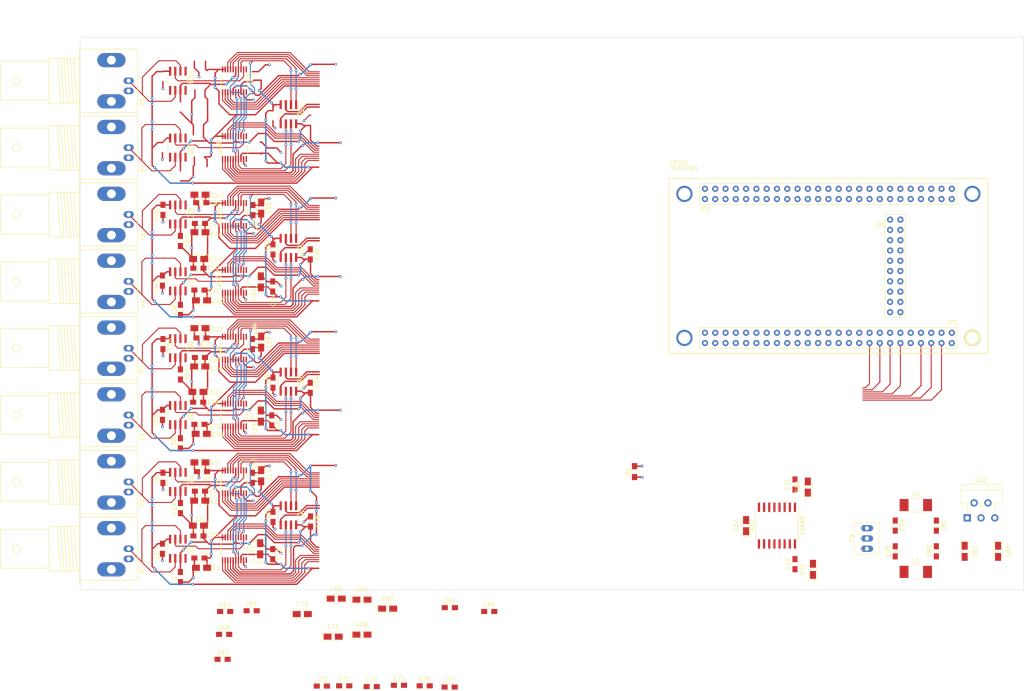
<source format=kicad_pcb>
(kicad_pcb (version 4) (host pcbnew 4.0.5)
  (layers (0 Top signal) (31 Bottom signal) (34 B.Paste user) (35 F.Paste user) (36 B.SilkS user) (37 F.SilkS user) (38 B.Mask user) (39 F.Mask user) (44 Edge.Cuts user))
  (net 0 "")
  (net 1 +3V3)
  (net 2 GNDA)
  (net 3 -15V)
  (net 4 +15V)
  (net 5 "Net-(C30-Pad2)")
  (net 6 "Net-(C32-Pad2)")
  (net 7 "Net-(C78-Pad1)")
  (net 8 "Net-(C79-Pad1)")
  (net 9 "Net-(FPGA1-PadGNDa)")
  (net 10 "Net-(FPGA1-PadGNDb)")
  (net 11 "Net-(FPGA1-PadP10)")
  (net 12 SCLK5)
  (net 13 "Net-(FPGA1-PadJ3)")
  (net 14 SDIN5)
  (net 15 "Net-(FPGA1-PadK1)")
  (net 16 "Net-(FPGA1-Pad3.3A)")
  (net 17 "Net-(FPGA1-Pad3.3B)")
  (net 18 SDO5)
  (net 19 "Net-(FPGA1-PadK3)")
  (net 20 ~LDAC~5)
  (net 21 "Net-(FPGA1-PadM1)")
  (net 22 ~CLR~5)
  (net 23 "Net-(FPGA1-PadL4)")
  (net 24 ~RESET~5)
  (net 25 "Net-(FPGA1-PadN1)")
  (net 26 "Net-(FPGA1-PadGNDc)")
  (net 27 "Net-(FPGA1-PadGNDd)")
  (net 28 "Net-(FPGA1-PadN3)")
  (net 29 "Net-(FPGA1-PadP1)")
  (net 30 "Net-(FPGA1-PadR1)")
  (net 31 "Net-(FPGA1-PadR2)")
  (net 32 "Net-(FPGA1-PadP3)")
  (net 33 "Net-(FPGA1-PadT2)")
  (net 34 "Net-(FPGA1-PadR3)")
  (net 35 "Net-(FPGA1-PadT3)")
  (net 36 "Net-(FPGA1-PadN4)")
  (net 37 "Net-(FPGA1-PadGNDe)")
  (net 38 "Net-(FPGA1-PadGNDf)")
  (net 39 ~RESET~6)
  (net 40 ~RESET~4)
  (net 41 ~CLR~6)
  (net 42 ~CLR~4)
  (net 43 ~LDAC~6)
  (net 44 ~LDAC~4)
  (net 45 SDO6)
  (net 46 SDO4)
  (net 47 "Net-(FPGA1-Pad3.3C)")
  (net 48 "Net-(FPGA1-Pad3.3D)")
  (net 49 SDIN6)
  (net 50 SDIN4)
  (net 51 SCLK6)
  (net 52 SCLK4)
  (net 53 ~SYNC~6)
  (net 54 ~SYNC~4)
  (net 55 "Net-(FPGA1-PadGNDg)")
  (net 56 "Net-(FPGA1-PadGNDh)")
  (net 57 "Net-(FPGA1-Pad3.3E)")
  (net 58 "Net-(FPGA1-Pad3.3F)")
  (net 59 ~RESET~1)
  (net 60 ~RESET~2)
  (net 61 ~CLR~1)
  (net 62 ~CLR~2)
  (net 63 ~LDAC~1)
  (net 64 ~LDAC~2)
  (net 65 SDO1)
  (net 66 SDO2)
  (net 67 SDIN1)
  (net 68 SDIN2)
  (net 69 SCLK1)
  (net 70 SCLK2)
  (net 71 ~SYNC~1)
  (net 72 ~SYNC~2)
  (net 73 "Net-(FPGA1-PadD4)")
  (net 74 "Net-(FPGA1-PadC4)")
  (net 75 "Net-(FPGA1-PadGNDj)")
  (net 76 "Net-(FPGA1-PadGNDk)")
  (net 77 "Net-(FPGA1-PadGNDl)")
  (net 78 "Net-(FPGA1-PadA8)")
  (net 79 ~SYNC~7)
  (net 80 "Net-(FPGA1-PadC8)")
  (net 81 SCLK7)
  (net 82 "Net-(FPGA1-PadA9)")
  (net 83 SDIN7)
  (net 84 "Net-(FPGA1-Pad3.3G)")
  (net 85 "Net-(FPGA1-Pad3.3H)")
  (net 86 "Net-(FPGA1-PadB9)")
  (net 87 SDO7)
  (net 88 "Net-(FPGA1-PadB10)")
  (net 89 ~LDAC~7)
  (net 90 "Net-(FPGA1-PadB12)")
  (net 91 ~CLR~7)
  (net 92 "Net-(FPGA1-PadC12)")
  (net 93 ~RESET~7)
  (net 94 "Net-(FPGA1-PadGNDn)")
  (net 95 "Net-(FPGA1-PadGNDm)")
  (net 96 "Net-(FPGA1-PadA13)")
  (net 97 "Net-(FPGA1-PadA14)")
  (net 98 "Net-(FPGA1-PadE13)")
  (net 99 "Net-(FPGA1-PadB14)")
  (net 100 "Net-(FPGA1-PadC14)")
  (net 101 "Net-(FPGA1-PadA15)")
  (net 102 "Net-(FPGA1-PadB15)")
  (net 103 "Net-(FPGA1-PadB16)")
  (net 104 "Net-(FPGA1-PadC16)")
  (net 105 "Net-(FPGA1-PadGNDo)")
  (net 106 "Net-(FPGA1-PadGNDp)")
  (net 107 ~RESET~3)
  (net 108 ~RESET~8)
  (net 109 ~CLR~3)
  (net 110 ~CLR~8)
  (net 111 ~LDAC~3)
  (net 112 ~LDAC~8)
  (net 113 SDO3)
  (net 114 SDO8)
  (net 115 "Net-(FPGA1-Pad3.3I)")
  (net 116 "Net-(FPGA1-Pad3.3J)")
  (net 117 SDIN3)
  (net 118 SDIN8)
  (net 119 SCLK3)
  (net 120 SCLK8)
  (net 121 ~SYNC~3)
  (net 122 "Net-(FPGA1-PadGNDq)")
  (net 123 "Net-(FPGA1-PadGNDr)")
  (net 124 Vout1)
  (net 125 Vout2)
  (net 126 Vout3)
  (net 127 Vout4)
  (net 128 Vout5)
  (net 129 Vout6)
  (net 130 Vout7)
  (net 131 Vout8)
  (net 132 "Net-(U1-Pad1)")
  (net 133 "Net-(U1-Pad3)")
  (net 134 "Net-(U1-Pad5)")
  (net 135 "Net-(U1-Pad8)")
  (net 136 "Net-(U2-Pad1)")
  (net 137 "Net-(U2-Pad3)")
  (net 138 "Net-(U2-Pad4)")
  (net 139 "Net-(U2-Pad16)")
  (net 140 "Net-(U2-Pad17)")
  (net 141 "Net-(U2-Pad20)")
  (net 142 "Net-(U3-Pad1)")
  (net 143 "Net-(U3-Pad2)")
  (net 144 "Net-(U3-Pad20)")
  (net 145 "Net-(U4-Pad1)")
  (net 146 "Net-(U4-Pad5)")
  (net 147 "Net-(U4-Pad8)")
  (net 148 +10Vref)
  (net 149 -10Vref)
  (net 150 "Net-(U6-Pad1)")
  (net 151 "Net-(U6-Pad3)")
  (net 152 "Net-(U6-Pad5)")
  (net 153 "Net-(U6-Pad8)")
  (net 154 "Net-(U7-Pad1)")
  (net 155 "Net-(U10-Pad2)")
  (net 156 "Net-(U10-Pad1)")
  (net 157 "Net-(U10-Pad7)")
  (net 158 "Net-(U10-Pad6)")
  (net 159 "Net-(U7-Pad20)")
  (net 160 "Net-(U8-Pad1)")
  (net 161 "Net-(U8-Pad2)")
  (net 162 "Net-(U8-Pad20)")
  (net 163 "Net-(U9-Pad1)")
  (net 164 "Net-(U9-Pad5)")
  (net 165 "Net-(U9-Pad8)")
  (net 166 "Net-(U11-Pad4)")
  (net 167 "Net-(U11-Pad5)")
  (net 168 "Net-(U11-Pad13)")
  (net 169 "Net-(U11-Pad10)")
  (net 170 "Net-(U11-Pad11)")
  (net 171 "Net-(U11-Pad12)")
  (net 172 "Net-(U12-Pad1)")
  (net 173 "Net-(U12-Pad3)")
  (net 174 "Net-(U12-Pad5)")
  (net 175 "Net-(U12-Pad8)")
  (net 176 "Net-(U13-Pad1)")
  (net 177 "Net-(U13-Pad3)")
  (net 178 "Net-(U13-Pad4)")
  (net 179 ~SYNC~5)
  (net 180 "Net-(U13-Pad16)")
  (net 181 "Net-(U13-Pad17)")
  (net 182 "Net-(U13-Pad20)")
  (net 183 "Net-(U14-Pad1)")
  (net 184 "Net-(U14-Pad2)")
  (net 185 "Net-(U14-Pad20)")
  (net 186 "Net-(U15-Pad1)")
  (net 187 "Net-(U15-Pad5)")
  (net 188 "Net-(U15-Pad8)")
  (net 189 "Net-(U17-Pad1)")
  (net 190 "Net-(U17-Pad3)")
  (net 191 "Net-(U17-Pad5)")
  (net 192 "Net-(U17-Pad8)")
  (net 193 "Net-(U18-Pad1)")
  (net 194 "Net-(U18-Pad3)")
  (net 195 "Net-(U18-Pad4)")
  (net 196 "Net-(U18-Pad16)")
  (net 197 "Net-(U18-Pad17)")
  (net 198 "Net-(U18-Pad20)")
  (net 199 "Net-(U19-Pad1)")
  (net 200 "Net-(U19-Pad2)")
  (net 201 ~SYNC~8)
  (net 202 "Net-(U19-Pad20)")
  (net 203 "Net-(U20-Pad1)")
  (net 204 "Net-(U20-Pad5)")
  (net 205 "Net-(U20-Pad8)")
  (net 206 GNDD)
  (net 207 "Net-(FPGA1-PadCLK1)")
  (net 208 "Net-(FPGA1-PadCLK2)")
  (module Capacitors_SMD:C_0805_HandSoldering (layer Top) (at 54.864 152.781)
    (fp_text reference C2 (at 1.397 -1.397) (layer F.SilkS))
    (fp_text value 0.1uF hide)
    (pad 1 smd rect (at -1.25 0) (size 1.5 1.25) (layers Top F.Paste F.Mask) (net 2 GNDA))
    (pad 2 smd rect (at 1.25 0) (size 1.5 1.25) (layers Top F.Paste F.Mask) (net 1 +3V3))
  )
  (module Capacitors_SMD:C_0805_HandSoldering (layer Top) (at 55.499 131.445)
    (fp_text reference C4 (at 1.27 1.524) (layer F.SilkS))
    (fp_text value 0.1uF hide)
    (pad 1 smd rect (at -1.25 0) (size 1.5 1.25) (layers Top F.Paste F.Mask) (net 2 GNDA))
    (pad 2 smd rect (at 1.25 0) (size 1.5 1.25) (layers Top F.Paste F.Mask) (net 1 +3V3))
  )
  (module Capacitors_SMD:C_0805_HandSoldering (layer Top) (at 45.72 150.495 270)
    (fp_text reference C5 (at 1.651 1.397 270) (layer F.SilkS))
    (fp_text value 0.1uF hide)
    (pad 1 smd rect (at -1.25 0 270) (size 1.5 1.25) (layers Top F.Paste F.Mask) (net 3 -15V))
    (pad 2 smd rect (at 1.25 0 270) (size 1.5 1.25) (layers Top F.Paste F.Mask) (net 2 GNDA))
  )
  (module Capacitors_SMD:C_0805_HandSoldering (layer Top) (at 54.991 136.271)
    (fp_text reference C7 (at 3.1115 0.1905) (layer F.SilkS))
    (fp_text value 0.1uF hide)
    (pad 1 smd rect (at -1.25 0) (size 1.5 1.25) (layers Top F.Paste F.Mask) (net 2 GNDA))
    (pad 2 smd rect (at 1.25 0) (size 1.5 1.25) (layers Top F.Paste F.Mask) (net 4 +15V))
  )
  (module Capacitors_SMD:C_0805_HandSoldering (layer Top) (at 45.847 132.969 270)
    (fp_text reference C8 (at 0.381 1.651 270) (layer F.SilkS))
    (fp_text value 0.1uF hide)
    (pad 1 smd rect (at -1.25 0 270) (size 1.5 1.25) (layers Top F.Paste F.Mask) (net 3 -15V))
    (pad 2 smd rect (at 1.25 0 270) (size 1.5 1.25) (layers Top F.Paste F.Mask) (net 2 GNDA))
  )
  (module Capacitors_SMD:C_0805_HandSoldering (layer Top) (at 54.61 147.32 180)
    (fp_text reference C10 (at -3.556 0.254 360) (layer F.SilkS))
    (fp_text value 0.1uF hide)
    (pad 1 smd rect (at -1.25 0 180) (size 1.5 1.25) (layers Top F.Paste F.Mask) (net 4 +15V))
    (pad 2 smd rect (at 1.25 0 180) (size 1.5 1.25) (layers Top F.Paste F.Mask) (net 2 GNDA))
  )
  (module Capacitors_SMD:C_0805_HandSoldering (layer Top) (at 73.025 142.621 90)
    (fp_text reference C11 (at 0.889 -1.524 90) (layer F.SilkS))
    (fp_text value 0.1uF hide)
    (pad 1 smd rect (at -1.25 0 90) (size 1.5 1.25) (layers Top F.Paste F.Mask) (net 2 GNDA))
    (pad 2 smd rect (at 1.25 0 90) (size 1.5 1.25) (layers Top F.Paste F.Mask) (net 3 -15V))
  )
  (module Capacitors_SMD:C_0805_HandSoldering (layer Top) (at 72.9615 151.8285 270)
    (fp_text reference C13 (at 0 -1.651 270) (layer F.SilkS))
    (fp_text value 0.1uF hide)
    (pad 1 smd rect (at -1.25 0 270) (size 1.5 1.25) (layers Top F.Paste F.Mask) (net 2 GNDA))
    (pad 2 smd rect (at 1.25 0 270) (size 1.5 1.25) (layers Top F.Paste F.Mask) (net 3 -15V))
  )
  (module Capacitors_SMD:C_0805_HandSoldering (layer Top) (at 67.945 132.969 270)
    (fp_text reference C15 (at -3.556 -0.381 270) (layer F.SilkS))
    (fp_text value 0.1uF hide)
    (pad 1 smd rect (at -1.25 0 270) (size 1.5 1.25) (layers Top F.Paste F.Mask) (net 2 GNDA))
    (pad 2 smd rect (at 1.25 0 270) (size 1.5 1.25) (layers Top F.Paste F.Mask) (net 3 -15V))
  )
  (module Capacitors_SMD:C_0805_HandSoldering (layer Top) (at 50.165 140.462 270)
    (fp_text reference C16 (at 0.254 1.524 270) (layer F.SilkS))
    (fp_text value 0.1uF hide)
    (pad 1 smd rect (at -1.25 0 270) (size 1.5 1.25) (layers Top F.Paste F.Mask) (net 4 +15V))
    (pad 2 smd rect (at 1.25 0 270) (size 1.5 1.25) (layers Top F.Paste F.Mask) (net 2 GNDA))
  )
  (module Capacitors_SMD:C_0805_HandSoldering (layer Top) (at 50.165 157.48 270)
    (fp_text reference C17 (at 0.254 1.524 270) (layer F.SilkS))
    (fp_text value 0.1uF hide)
    (pad 1 smd rect (at -1.25 0 270) (size 1.5 1.25) (layers Top F.Paste F.Mask) (net 4 +15V))
    (pad 2 smd rect (at 1.25 0 270) (size 1.5 1.25) (layers Top F.Paste F.Mask) (net 2 GNDA))
  )
  (module Capacitors_SMD:C_0805_HandSoldering (layer Top) (at 82.296 143.764 270)
    (fp_text reference C18 (at 0 -1.75 270) (layer F.SilkS))
    (fp_text value 0.1uF hide)
    (pad 1 smd rect (at -1.25 0 270) (size 1.5 1.25) (layers Top F.Paste F.Mask) (net 2 GNDA))
    (pad 2 smd rect (at 1.25 0 270) (size 1.5 1.25) (layers Top F.Paste F.Mask) (net 4 +15V))
  )
  (module Capacitors_SMD:C_0805_HandSoldering (layer Top) (at 54.864 119.761)
    (fp_text reference C20 (at 3.81 0.508) (layer F.SilkS))
    (fp_text value 0.1uF hide)
    (pad 1 smd rect (at -1.25 0) (size 1.5 1.25) (layers Top F.Paste F.Mask) (net 2 GNDA))
    (pad 2 smd rect (at 1.25 0) (size 1.5 1.25) (layers Top F.Paste F.Mask) (net 1 +3V3))
  )
  (module Capacitors_SMD:C_0805_HandSoldering (layer Top) (at 55.372 98.425)
    (fp_text reference C22 (at 3.81 -2.159) (layer F.SilkS))
    (fp_text value 0.1uF hide)
    (pad 1 smd rect (at -1.25 0) (size 1.5 1.25) (layers Top F.Paste F.Mask) (net 2 GNDA))
    (pad 2 smd rect (at 1.25 0) (size 1.5 1.25) (layers Top F.Paste F.Mask) (net 1 +3V3))
  )
  (module Capacitors_SMD:C_0805_HandSoldering (layer Top) (at 45.72 117.4115 270)
    (fp_text reference C23 (at 1.4605 1.524 270) (layer F.SilkS))
    (fp_text value 0.1uF hide)
    (pad 1 smd rect (at -1.25 0 270) (size 1.5 1.25) (layers Top F.Paste F.Mask) (net 3 -15V))
    (pad 2 smd rect (at 1.25 0 270) (size 1.5 1.25) (layers Top F.Paste F.Mask) (net 2 GNDA))
  )
  (module Capacitors_SMD:C_0805_HandSoldering (layer Top) (at 54.991 103.251)
    (fp_text reference C25 (at 3.683 0.508) (layer F.SilkS))
    (fp_text value 0.1uF hide)
    (pad 1 smd rect (at -1.25 0) (size 1.5 1.25) (layers Top F.Paste F.Mask) (net 2 GNDA))
    (pad 2 smd rect (at 1.25 0) (size 1.5 1.25) (layers Top F.Paste F.Mask) (net 4 +15V))
  )
  (module Capacitors_SMD:C_0805_HandSoldering (layer Top) (at 45.847 99.949 270)
    (fp_text reference C26 (at 0 -1.75 270) (layer F.SilkS))
    (fp_text value 0.1uF hide)
    (pad 1 smd rect (at -1.25 0 270) (size 1.5 1.25) (layers Top F.Paste F.Mask) (net 3 -15V))
    (pad 2 smd rect (at 1.25 0 270) (size 1.5 1.25) (layers Top F.Paste F.Mask) (net 2 GNDA))
  )
  (module Capacitors_SMD:C_0805_HandSoldering (layer Top) (at 54.5465 114.3 180)
    (fp_text reference C28 (at -3.683 0 180) (layer F.SilkS))
    (fp_text value 0.1uF hide)
    (pad 1 smd rect (at -1.25 0 180) (size 1.5 1.25) (layers Top F.Paste F.Mask) (net 4 +15V))
    (pad 2 smd rect (at 1.25 0 180) (size 1.5 1.25) (layers Top F.Paste F.Mask) (net 2 GNDA))
  )
  (module Capacitors_SMD:C_0805_HandSoldering (layer Top) (at 73.025 109.474 90)
    (fp_text reference C29 (at 0.6985 -1.651 90) (layer F.SilkS))
    (fp_text value 0.1uF hide)
    (pad 1 smd rect (at -1.25 0 90) (size 1.5 1.25) (layers Top F.Paste F.Mask) (net 2 GNDA))
    (pad 2 smd rect (at 1.25 0 90) (size 1.5 1.25) (layers Top F.Paste F.Mask) (net 3 -15V))
  )
  (module Capacitors_SMD:C_0805_HandSoldering (layer Top) (at 201.93 134.62 270)
    (fp_text reference C31 (at 0 1.905 270) (layer F.SilkS))
    (fp_text value 0.1uF hide)
    (pad 1 smd rect (at -1.25 0 270) (size 1.5 1.25) (layers Top F.Paste F.Mask) (net 5 "Net-(C30-Pad2)"))
    (pad 2 smd rect (at 1.25 0 270) (size 1.5 1.25) (layers Top F.Paste F.Mask) (net 4 +15V))
  )
  (module Capacitors_SMD:C_0805_HandSoldering (layer Top) (at 72.7075 118.8085 270)
    (fp_text reference C34 (at 0.8255 -1.524 270) (layer F.SilkS))
    (fp_text value 0.1uF hide)
    (pad 1 smd rect (at -1.25 0 270) (size 1.5 1.25) (layers Top F.Paste F.Mask) (net 2 GNDA))
    (pad 2 smd rect (at 1.25 0 270) (size 1.5 1.25) (layers Top F.Paste F.Mask) (net 3 -15V))
  )
  (module Capacitors_SMD:C_0805_HandSoldering (layer Top) (at 67.945 99.949 270)
    (fp_text reference C36 (at -3.683 -0.508 270) (layer F.SilkS))
    (fp_text value 0.1uF hide)
    (pad 1 smd rect (at -1.25 0 270) (size 1.5 1.25) (layers Top F.Paste F.Mask) (net 2 GNDA))
    (pad 2 smd rect (at 1.25 0 270) (size 1.5 1.25) (layers Top F.Paste F.Mask) (net 3 -15V))
  )
  (module Capacitors_SMD:C_0805_HandSoldering (layer Top) (at 50.165 107.442 270)
    (fp_text reference C37 (at 0 -1.75 270) (layer F.SilkS))
    (fp_text value 0.1uF hide)
    (pad 1 smd rect (at -1.25 0 270) (size 1.5 1.25) (layers Top F.Paste F.Mask) (net 4 +15V))
    (pad 2 smd rect (at 1.25 0 270) (size 1.5 1.25) (layers Top F.Paste F.Mask) (net 2 GNDA))
  )
  (module Capacitors_SMD:C_0805_HandSoldering (layer Top) (at 50.165 124.46 270)
    (fp_text reference C38 (at 0.127 1.5875 270) (layer F.SilkS))
    (fp_text value 0.1uF hide)
    (pad 1 smd rect (at -1.25 0 270) (size 1.5 1.25) (layers Top F.Paste F.Mask) (net 4 +15V))
    (pad 2 smd rect (at 1.25 0 270) (size 1.5 1.25) (layers Top F.Paste F.Mask) (net 2 GNDA))
  )
  (module Capacitors_SMD:C_0805_HandSoldering (layer Top) (at 82.2325 110.744 270)
    (fp_text reference C39 (at -1.397 -1.5875 270) (layer F.SilkS))
    (fp_text value 0.1uF hide)
    (pad 1 smd rect (at -1.25 0 270) (size 1.5 1.25) (layers Top F.Paste F.Mask) (net 2 GNDA))
    (pad 2 smd rect (at 1.25 0 270) (size 1.5 1.25) (layers Top F.Paste F.Mask) (net 4 +15V))
  )
  (module Capacitors_SMD:C_0805_HandSoldering (layer Top) (at 54.864 86.614)
    (fp_text reference C41 (at 3.6195 0.254) (layer F.SilkS))
    (fp_text value 0.1uF hide)
    (pad 1 smd rect (at -1.25 0) (size 1.5 1.25) (layers Top F.Paste F.Mask) (net 2 GNDA))
    (pad 2 smd rect (at 1.25 0) (size 1.5 1.25) (layers Top F.Paste F.Mask) (net 1 +3V3))
  )
  (module Capacitors_SMD:C_0805_HandSoldering (layer Top) (at 55.3085 65.024)
    (fp_text reference C43 (at 3.556 0) (layer F.SilkS))
    (fp_text value 0.1uF hide)
    (pad 1 smd rect (at -1.25 0) (size 1.5 1.25) (layers Top F.Paste F.Mask) (net 2 GNDA))
    (pad 2 smd rect (at 1.25 0) (size 1.5 1.25) (layers Top F.Paste F.Mask) (net 1 +3V3))
  )
  (module Capacitors_SMD:C_0805_HandSoldering (layer Top) (at 45.72 84.2645 270)
    (fp_text reference C44 (at 1.524 1.524 270) (layer F.SilkS))
    (fp_text value 0.1uF hide)
    (pad 1 smd rect (at -1.25 0 270) (size 1.5 1.25) (layers Top F.Paste F.Mask) (net 3 -15V))
    (pad 2 smd rect (at 1.25 0 270) (size 1.5 1.25) (layers Top F.Paste F.Mask) (net 2 GNDA))
  )
  (module Capacitors_SMD:C_0805_HandSoldering (layer Top) (at 201.93 154.305 90)
    (fp_text reference C45 (at 0 -1.75 90) (layer F.SilkS))
    (fp_text value 0.1uF hide)
    (pad 1 smd rect (at -1.25 0 90) (size 1.5 1.25) (layers Top F.Paste F.Mask) (net 2 GNDA))
    (pad 2 smd rect (at 1.25 0 90) (size 1.5 1.25) (layers Top F.Paste F.Mask) (net 3 -15V))
  )
  (module Capacitors_SMD:C_0805_HandSoldering (layer Top) (at 54.991 70.1675)
    (fp_text reference C47 (at 3.556 0.4445) (layer F.SilkS))
    (fp_text value 0.1uF hide)
    (pad 1 smd rect (at -1.25 0) (size 1.5 1.25) (layers Top F.Paste F.Mask) (net 2 GNDA))
    (pad 2 smd rect (at 1.25 0) (size 1.5 1.25) (layers Top F.Paste F.Mask) (net 4 +15V))
  )
  (module Capacitors_SMD:C_0805_HandSoldering (layer Top) (at 45.847 66.802 270)
    (fp_text reference C48 (at 1.4605 1.524 270) (layer F.SilkS))
    (fp_text value 0.1uF hide)
    (pad 1 smd rect (at -1.25 0 270) (size 1.5 1.25) (layers Top F.Paste F.Mask) (net 3 -15V))
    (pad 2 smd rect (at 1.25 0 270) (size 1.5 1.25) (layers Top F.Paste F.Mask) (net 2 GNDA))
  )
  (module Capacitors_SMD:C_0805_HandSoldering (layer Top) (at 54.61 81.2165 180)
    (fp_text reference C50 (at -3.683 0.0635 180) (layer F.SilkS))
    (fp_text value 0.1uF hide)
    (pad 1 smd rect (at -1.25 0 180) (size 1.5 1.25) (layers Top F.Paste F.Mask) (net 4 +15V))
    (pad 2 smd rect (at 1.25 0 180) (size 1.5 1.25) (layers Top F.Paste F.Mask) (net 2 GNDA))
  )
  (module Capacitors_SMD:C_0805_HandSoldering (layer Top) (at 73.025 76.581 90)
    (fp_text reference C52 (at 0.9525 -1.524 90) (layer F.SilkS))
    (fp_text value 0.1uF hide)
    (pad 1 smd rect (at -1.25 0 90) (size 1.5 1.25) (layers Top F.Paste F.Mask) (net 2 GNDA))
    (pad 2 smd rect (at 1.25 0 90) (size 1.5 1.25) (layers Top F.Paste F.Mask) (net 3 -15V))
  )
  (module Capacitors_SMD:C_0805_HandSoldering (layer Top) (at 72.9615 85.725 270)
    (fp_text reference C54 (at 3.556 -0.0635 270) (layer F.SilkS))
    (fp_text value 0.1uF hide)
    (pad 1 smd rect (at -1.25 0 270) (size 1.5 1.25) (layers Top F.Paste F.Mask) (net 2 GNDA))
    (pad 2 smd rect (at 1.25 0 270) (size 1.5 1.25) (layers Top F.Paste F.Mask) (net 3 -15V))
  )
  (module Capacitors_SMD:C_0805_HandSoldering (layer Top) (at 68.072 66.8655 270)
    (fp_text reference C56 (at 3.556 -0.5715 270) (layer F.SilkS))
    (fp_text value 0.1uF hide)
    (pad 1 smd rect (at -1.25 0 270) (size 1.5 1.25) (layers Top F.Paste F.Mask) (net 2 GNDA))
    (pad 2 smd rect (at 1.25 0 270) (size 1.5 1.25) (layers Top F.Paste F.Mask) (net 3 -15V))
  )
  (module Capacitors_SMD:C_0805_HandSoldering (layer Top) (at 50.165 74.4855 270)
    (fp_text reference C57 (at 0 -1.75 270) (layer F.SilkS))
    (fp_text value 0.1uF hide)
    (pad 1 smd rect (at -1.25 0 270) (size 1.5 1.25) (layers Top F.Paste F.Mask) (net 4 +15V))
    (pad 2 smd rect (at 1.25 0 270) (size 1.5 1.25) (layers Top F.Paste F.Mask) (net 2 GNDA))
  )
  (module Capacitors_SMD:C_0805_HandSoldering (layer Top) (at 50.165 91.5035 270)
    (fp_text reference C58 (at 0 1.4605 270) (layer F.SilkS))
    (fp_text value 0.1uF hide)
    (pad 1 smd rect (at -1.25 0 270) (size 1.5 1.25) (layers Top F.Paste F.Mask) (net 4 +15V))
    (pad 2 smd rect (at 1.25 0 270) (size 1.5 1.25) (layers Top F.Paste F.Mask) (net 2 GNDA))
  )
  (module Capacitors_SMD:C_0805_HandSoldering (layer Top) (at 82.2325 77.7875 270)
    (fp_text reference C59 (at 0 -1.75 270) (layer F.SilkS))
    (fp_text value 0.1uF hide)
    (pad 1 smd rect (at -1.25 0 270) (size 1.5 1.25) (layers Top F.Paste F.Mask) (net 2 GNDA))
    (pad 2 smd rect (at 1.25 0 270) (size 1.5 1.25) (layers Top F.Paste F.Mask) (net 4 +15V))
  )
  (module Capacitors_SMD:C_0805_HandSoldering (layer Top) (at 67.7545 165.7985)
    (fp_text reference C61 (at 0 -1.75) (layer F.SilkS))
    (fp_text value 0.1uF hide)
    (pad 1 smd rect (at -1.25 0) (size 1.5 1.25) (layers Top F.Paste F.Mask) (net 2 GNDA))
    (pad 2 smd rect (at 1.25 0) (size 1.5 1.25) (layers Top F.Paste F.Mask) (net 1 +3V3))
  )
  (module Capacitors_SMD:C_0805_HandSoldering (layer Top) (at 61.214 165.989)
    (fp_text reference C63 (at 0 -1.75) (layer F.SilkS))
    (fp_text value 0.1uF hide)
    (pad 1 smd rect (at -1.25 0) (size 1.5 1.25) (layers Top F.Paste F.Mask) (net 2 GNDA))
    (pad 2 smd rect (at 1.25 0) (size 1.5 1.25) (layers Top F.Paste F.Mask) (net 1 +3V3))
  )
  (module Capacitors_SMD:C_0805_HandSoldering (layer Top) (at 116.713 165.0365)
    (fp_text reference C64 (at 0 -1.75) (layer F.SilkS))
    (fp_text value 0.1uF hide)
    (pad 1 smd rect (at -1.25 0) (size 1.5 1.25) (layers Top F.Paste F.Mask) (net 3 -15V))
    (pad 2 smd rect (at 1.25 0) (size 1.5 1.25) (layers Top F.Paste F.Mask) (net 2 GNDA))
  )
  (module Capacitors_SMD:C_0805_HandSoldering (layer Top) (at 60.96 171.6405)
    (fp_text reference C66 (at 0 -1.75) (layer F.SilkS))
    (fp_text value 0.1uF hide)
    (pad 1 smd rect (at -1.25 0) (size 1.5 1.25) (layers Top F.Paste F.Mask) (net 2 GNDA))
    (pad 2 smd rect (at 1.25 0) (size 1.5 1.25) (layers Top F.Paste F.Mask) (net 4 +15V))
  )
  (module Capacitors_SMD:C_0805_HandSoldering (layer Top) (at 60.579 177.8)
    (fp_text reference C67 (at 0 -1.75) (layer F.SilkS))
    (fp_text value 0.1uF hide)
    (pad 1 smd rect (at -1.25 0) (size 1.5 1.25) (layers Top F.Paste F.Mask) (net 3 -15V))
    (pad 2 smd rect (at 1.25 0) (size 1.5 1.25) (layers Top F.Paste F.Mask) (net 2 GNDA))
  )
  (module Capacitors_SMD:C_0805_HandSoldering (layer Top) (at 126.4285 165.989)
    (fp_text reference C69 (at 0 -1.75) (layer F.SilkS))
    (fp_text value 0.1uF hide)
    (pad 1 smd rect (at -1.25 0) (size 1.5 1.25) (layers Top F.Paste F.Mask) (net 4 +15V))
    (pad 2 smd rect (at 1.25 0) (size 1.5 1.25) (layers Top F.Paste F.Mask) (net 2 GNDA))
  )
  (module Capacitors_SMD:C_0805_HandSoldering (layer Top) (at 85.09 184.404)
    (fp_text reference C70 (at 0 -1.75) (layer F.SilkS))
    (fp_text value 0.1uF hide)
    (pad 1 smd rect (at -1.25 0) (size 1.5 1.25) (layers Top F.Paste F.Mask) (net 2 GNDA))
    (pad 2 smd rect (at 1.25 0) (size 1.5 1.25) (layers Top F.Paste F.Mask) (net 3 -15V))
  )
  (module Capacitors_SMD:C_0805_HandSoldering (layer Top) (at 90.6145 184.3405)
    (fp_text reference C72 (at 0 -1.75) (layer F.SilkS))
    (fp_text value 0.1uF hide)
    (pad 1 smd rect (at -1.25 0) (size 1.5 1.25) (layers Top F.Paste F.Mask) (net 2 GNDA))
    (pad 2 smd rect (at 1.25 0) (size 1.5 1.25) (layers Top F.Paste F.Mask) (net 3 -15V))
  )
  (module Capacitors_SMD:C_0805_HandSoldering (layer Top) (at 97.409 184.531)
    (fp_text reference C74 (at 0 -1.75) (layer F.SilkS))
    (fp_text value 0.1uF hide)
    (pad 1 smd rect (at -1.25 0) (size 1.5 1.25) (layers Top F.Paste F.Mask) (net 2 GNDA))
    (pad 2 smd rect (at 1.25 0) (size 1.5 1.25) (layers Top F.Paste F.Mask) (net 3 -15V))
  )
  (module Capacitors_SMD:C_0805_HandSoldering (layer Top) (at 104.14 184.2135)
    (fp_text reference C75 (at 0 -1.75) (layer F.SilkS))
    (fp_text value 0.1uF hide)
    (pad 1 smd rect (at -1.25 0) (size 1.5 1.25) (layers Top F.Paste F.Mask) (net 4 +15V))
    (pad 2 smd rect (at 1.25 0) (size 1.5 1.25) (layers Top F.Paste F.Mask) (net 2 GNDA))
  )
  (module Capacitors_SMD:C_0805_HandSoldering (layer Top) (at 110.49 184.3405)
    (fp_text reference C76 (at 0 -1.75) (layer F.SilkS))
    (fp_text value 0.1uF hide)
    (pad 1 smd rect (at -1.25 0) (size 1.5 1.25) (layers Top F.Paste F.Mask) (net 4 +15V))
    (pad 2 smd rect (at 1.25 0) (size 1.5 1.25) (layers Top F.Paste F.Mask) (net 2 GNDA))
  )
  (module Capacitors_SMD:C_0805_HandSoldering (layer Top) (at 116.6495 184.658)
    (fp_text reference C77 (at 0 -1.75) (layer F.SilkS))
    (fp_text value 0.1uF hide)
    (pad 1 smd rect (at -1.25 0) (size 1.5 1.25) (layers Top F.Paste F.Mask) (net 2 GNDA))
    (pad 2 smd rect (at 1.25 0) (size 1.5 1.25) (layers Top F.Paste F.Mask) (net 4 +15V))
  )
  (module Capacitors_SMD:C_0805_HandSoldering (layer Top) (at 226.695 151.13 90)
    (fp_text reference C78 (at 0 -1.75 90) (layer F.SilkS))
    (fp_text value 0.1uF hide)
    (pad 1 smd rect (at -1.25 0 90) (size 1.5 1.25) (layers Top F.Paste F.Mask) (net 7 "Net-(C78-Pad1)"))
    (pad 2 smd rect (at 1.25 0 90) (size 1.5 1.25) (layers Top F.Paste F.Mask) (net 2 GNDA))
  )
  (module Capacitors_SMD:C_0805_HandSoldering (layer Top) (at 226.695 144.78 270)
    (fp_text reference C79 (at 0 -1.75 270) (layer F.SilkS))
    (fp_text value 0.1uF hide)
    (pad 1 smd rect (at -1.25 0 270) (size 1.5 1.25) (layers Top F.Paste F.Mask) (net 8 "Net-(C79-Pad1)"))
    (pad 2 smd rect (at 1.25 0 270) (size 1.5 1.25) (layers Top F.Paste F.Mask) (net 2 GNDA))
  )
  (module Capacitors_SMD:C_0805_HandSoldering (layer Top) (at 236.855 151.13 90)
    (fp_text reference C80 (at 0 -1.75 90) (layer F.SilkS))
    (fp_text value 0.01uF hide)
    (pad 1 smd rect (at -1.25 0 90) (size 1.5 1.25) (layers Top F.Paste F.Mask) (net 4 +15V))
    (pad 2 smd rect (at 1.25 0 90) (size 1.5 1.25) (layers Top F.Paste F.Mask) (net 2 GNDA))
  )
  (module Capacitors_SMD:C_0805_HandSoldering (layer Top) (at 236.855 144.78 270)
    (fp_text reference C81 (at 0 -1.75 270) (layer F.SilkS))
    (fp_text value 0.01uF hide)
    (pad 1 smd rect (at -1.25 0 270) (size 1.5 1.25) (layers Top F.Paste F.Mask) (net 3 -15V))
    (pad 2 smd rect (at 1.25 0 270) (size 1.5 1.25) (layers Top F.Paste F.Mask) (net 2 GNDA))
  )
  (module KiCad_DAC_Specific:XEM7001 (layer Top) (at 235.585 66.675)
    (fp_text reference FPGA1 (at -62.23 -11.557) (layer F.SilkS))
    (fp_text value XEM7001 (at -60.96 -10.16) (layer F.SilkS))
    (fp_text user JP3 (at 5.08 27.94) (layer F.SilkS))
    (fp_text user JP1 (at -12.7 3.81) (layer F.SilkS))
    (fp_text user JP2 (at -55.88 0) (layer F.SilkS))
    (pad "" np_thru_hole circle (at -60.96 31.75) (size 4 4) (drill 3) (layers *.Cu *.Mask))
    (pad "" np_thru_hole circle (at 10.16 31.75) (size 4 4) (drill 3) (layers *.Cu *.Mask F.SilkS Dwgs.User))
    (pad "" np_thru_hole circle (at 10.16 -3.81) (size 4 4) (drill 3) (layers *.Cu *.Mask))
    (pad GNDa thru_hole circle (at 5.08 -5.08) (size 1.524 1.524) (drill 0.762) (layers *.Cu *.Mask) (net 9 "Net-(FPGA1-PadGNDa)"))
    (pad GNDb thru_hole circle (at 5.08 -2.54) (size 1.524 1.524) (drill 0.762) (layers *.Cu *.Mask) (net 10 "Net-(FPGA1-PadGNDb)"))
    (pad CLK1 thru_hole circle (at 2.54 -5.08) (size 1.524 1.524) (drill 0.762) (layers *.Cu *.Mask) (net 207 "Net-(FPGA1-PadCLK1)"))
    (pad P10 thru_hole circle (at 2.54 -2.54) (size 1.524 1.524) (drill 0.762) (layers *.Cu *.Mask) (net 11 "Net-(FPGA1-PadP10)"))
    (pad J1 thru_hole circle (at 0 -5.08) (size 1.524 1.524) (drill 0.762) (layers *.Cu *.Mask) (net 120 SCLK8))
    (pad J3 thru_hole circle (at 0 -2.54) (size 1.524 1.524) (drill 0.762) (layers *.Cu *.Mask) (net 13 "Net-(FPGA1-PadJ3)"))
    (pad K2 thru_hole circle (at -2.54 -5.08) (size 1.524 1.524) (drill 0.762) (layers *.Cu *.Mask) (net 118 SDIN8))
    (pad K1 thru_hole circle (at -2.54 -2.54) (size 1.524 1.524) (drill 0.762) (layers *.Cu *.Mask) (net 15 "Net-(FPGA1-PadK1)"))
    (pad 3.3A thru_hole circle (at -5.08 -5.08) (size 1.524 1.524) (drill 0.762) (layers *.Cu *.Mask) (net 16 "Net-(FPGA1-Pad3.3A)"))
    (pad 3.3B thru_hole circle (at -5.08 -2.54) (size 1.524 1.524) (drill 0.762) (layers *.Cu *.Mask) (net 17 "Net-(FPGA1-Pad3.3B)"))
    (pad L2 thru_hole circle (at -7.62 -5.08) (size 1.524 1.524) (drill 0.762) (layers *.Cu *.Mask) (net 114 SDO8))
    (pad K3 thru_hole circle (at -7.62 -2.54) (size 1.524 1.524) (drill 0.762) (layers *.Cu *.Mask) (net 19 "Net-(FPGA1-PadK3)"))
    (pad L3 thru_hole circle (at -10.16 -5.08) (size 1.524 1.524) (drill 0.762) (layers *.Cu *.Mask) (net 112 ~LDAC~8))
    (pad M1 thru_hole circle (at -10.16 -2.54) (size 1.524 1.524) (drill 0.762) (layers *.Cu *.Mask) (net 21 "Net-(FPGA1-PadM1)"))
    (pad M2 thru_hole circle (at -12.7 -5.08) (size 1.524 1.524) (drill 0.762) (layers *.Cu *.Mask) (net 110 ~CLR~8))
    (pad L4 thru_hole circle (at -12.7 -2.54) (size 1.524 1.524) (drill 0.762) (layers *.Cu *.Mask) (net 23 "Net-(FPGA1-PadL4)"))
    (pad M4 thru_hole circle (at -15.24 -5.08) (size 1.524 1.524) (drill 0.762) (layers *.Cu *.Mask) (net 108 ~RESET~8))
    (pad N1 thru_hole circle (at -15.24 -2.54) (size 1.524 1.524) (drill 0.762) (layers *.Cu *.Mask) (net 25 "Net-(FPGA1-PadN1)"))
    (pad GNDc thru_hole circle (at -17.78 -5.08) (size 1.524 1.524) (drill 0.762) (layers *.Cu *.Mask) (net 26 "Net-(FPGA1-PadGNDc)"))
    (pad GNDd thru_hole circle (at -17.78 -2.54) (size 1.524 1.524) (drill 0.762) (layers *.Cu *.Mask) (net 27 "Net-(FPGA1-PadGNDd)"))
    (pad N2 thru_hole circle (at -20.32 -5.08) (size 1.524 1.524) (drill 0.762) (layers *.Cu *.Mask) (net 201 ~SYNC~8))
    (pad N3 thru_hole circle (at -20.32 -2.54) (size 1.524 1.524) (drill 0.762) (layers *.Cu *.Mask) (net 28 "Net-(FPGA1-PadN3)"))
    (pad P1 thru_hole circle (at -22.86 -5.08) (size 1.524 1.524) (drill 0.762) (layers *.Cu *.Mask) (net 29 "Net-(FPGA1-PadP1)"))
    (pad R1 thru_hole circle (at -22.86 -2.54) (size 1.524 1.524) (drill 0.762) (layers *.Cu *.Mask) (net 30 "Net-(FPGA1-PadR1)"))
    (pad R2 thru_hole circle (at -25.4 -5.08) (size 1.524 1.524) (drill 0.762) (layers *.Cu *.Mask) (net 31 "Net-(FPGA1-PadR2)"))
    (pad P3 thru_hole circle (at -25.4 -2.54) (size 1.524 1.524) (drill 0.762) (layers *.Cu *.Mask) (net 32 "Net-(FPGA1-PadP3)"))
    (pad T2 thru_hole circle (at -27.94 -5.08) (size 1.524 1.524) (drill 0.762) (layers *.Cu *.Mask) (net 33 "Net-(FPGA1-PadT2)"))
    (pad R3 thru_hole circle (at -27.94 -2.54) (size 1.524 1.524) (drill 0.762) (layers *.Cu *.Mask) (net 34 "Net-(FPGA1-PadR3)"))
    (pad T3 thru_hole circle (at -30.48 -5.08) (size 1.524 1.524) (drill 0.762) (layers *.Cu *.Mask) (net 35 "Net-(FPGA1-PadT3)"))
    (pad N4 thru_hole circle (at -30.48 -2.54) (size 1.524 1.524) (drill 0.762) (layers *.Cu *.Mask) (net 36 "Net-(FPGA1-PadN4)"))
    (pad GNDe thru_hole circle (at -33.02 -5.08) (size 1.524 1.524) (drill 0.762) (layers *.Cu *.Mask) (net 37 "Net-(FPGA1-PadGNDe)"))
    (pad GNDf thru_hole circle (at -33.02 -2.54) (size 1.524 1.524) (drill 0.762) (layers *.Cu *.Mask) (net 38 "Net-(FPGA1-PadGNDf)"))
    (pad P4 thru_hole circle (at -35.56 -5.08) (size 1.524 1.524) (drill 0.762) (layers *.Cu *.Mask) (net 93 ~RESET~7))
    (pad T4 thru_hole circle (at -35.56 -2.54) (size 1.524 1.524) (drill 0.762) (layers *.Cu *.Mask) (net 39 ~RESET~6))
    (pad P5 thru_hole circle (at -38.1 -5.08) (size 1.524 1.524) (drill 0.762) (layers *.Cu *.Mask) (net 91 ~CLR~7))
    (pad N6 thru_hole circle (at -38.1 -2.54) (size 1.524 1.524) (drill 0.762) (layers *.Cu *.Mask) (net 41 ~CLR~6))
    (pad R5 thru_hole circle (at -40.64 -5.08) (size 1.524 1.524) (drill 0.762) (layers *.Cu *.Mask) (net 89 ~LDAC~7))
    (pad P8 thru_hole circle (at -40.64 -2.54) (size 1.524 1.524) (drill 0.762) (layers *.Cu *.Mask) (net 43 ~LDAC~6))
    (pad T5 thru_hole circle (at -43.18 -5.08) (size 1.524 1.524) (drill 0.762) (layers *.Cu *.Mask) (net 87 SDO7))
    (pad R6 thru_hole circle (at -43.18 -2.54) (size 1.524 1.524) (drill 0.762) (layers *.Cu *.Mask) (net 45 SDO6))
    (pad 3.3C thru_hole circle (at -45.72 -5.08) (size 1.524 1.524) (drill 0.762) (layers *.Cu *.Mask) (net 47 "Net-(FPGA1-Pad3.3C)"))
    (pad 3.3D thru_hole circle (at -45.72 -2.54) (size 1.524 1.524) (drill 0.762) (layers *.Cu *.Mask) (net 48 "Net-(FPGA1-Pad3.3D)"))
    (pad T9 thru_hole circle (at -48.26 -5.08) (size 1.524 1.524) (drill 0.762) (layers *.Cu *.Mask) (net 83 SDIN7))
    (pad R7 thru_hole circle (at -48.26 -2.54) (size 1.524 1.524) (drill 0.762) (layers *.Cu *.Mask) (net 49 SDIN6))
    (pad T7 thru_hole circle (at -50.8 -5.08) (size 1.524 1.524) (drill 0.762) (layers *.Cu *.Mask) (net 81 SCLK7))
    (pad R8 thru_hole circle (at -50.8 -2.54) (size 1.524 1.524) (drill 0.762) (layers *.Cu *.Mask) (net 51 SCLK6))
    (pad T8 thru_hole circle (at -53.34 -5.08) (size 1.524 1.524) (drill 0.762) (layers *.Cu *.Mask) (net 79 ~SYNC~7))
    (pad T10 thru_hole circle (at -53.34 -2.54) (size 1.524 1.524) (drill 0.762) (layers *.Cu *.Mask) (net 53 ~SYNC~6))
    (pad GNDg thru_hole circle (at -55.88 -5.08) (size 1.524 1.524) (drill 0.762) (layers *.Cu *.Mask) (net 55 "Net-(FPGA1-PadGNDg)"))
    (pad GNDh thru_hole circle (at -55.88 -2.54) (size 1.524 1.524) (drill 0.762) (layers *.Cu *.Mask) (net 56 "Net-(FPGA1-PadGNDh)"))
    (pad 3.3E thru_hole circle (at -10.16 2.54) (size 1.524 1.524) (drill 0.762) (layers *.Cu *.Mask) (net 57 "Net-(FPGA1-Pad3.3E)"))
    (pad 3.3F thru_hole circle (at -7.62 2.54) (size 1.524 1.524) (drill 0.762) (layers *.Cu *.Mask) (net 58 "Net-(FPGA1-Pad3.3F)"))
    (pad H1 thru_hole circle (at -10.16 5.08) (size 1.524 1.524) (drill 0.762) (layers *.Cu *.Mask) (net 40 ~RESET~4))
    (pad H2 thru_hole circle (at -7.62 5.08) (size 1.524 1.524) (drill 0.762) (layers *.Cu *.Mask) (net 24 ~RESET~5))
    (pad G1 thru_hole circle (at -10.16 7.62) (size 1.524 1.524) (drill 0.762) (layers *.Cu *.Mask) (net 42 ~CLR~4))
    (pad G2 thru_hole circle (at -7.62 7.62) (size 1.524 1.524) (drill 0.762) (layers *.Cu *.Mask) (net 22 ~CLR~5))
    (pad F2 thru_hole circle (at -10.16 10.16) (size 1.524 1.524) (drill 0.762) (layers *.Cu *.Mask) (net 44 ~LDAC~4))
    (pad E1 thru_hole circle (at -7.62 10.16) (size 1.524 1.524) (drill 0.762) (layers *.Cu *.Mask) (net 20 ~LDAC~5))
    (pad E2 thru_hole circle (at -10.16 12.7) (size 1.524 1.524) (drill 0.762) (layers *.Cu *.Mask) (net 46 SDO4))
    (pad D1 thru_hole circle (at -7.62 12.7) (size 1.524 1.524) (drill 0.762) (layers *.Cu *.Mask) (net 18 SDO5))
    (pad C1 thru_hole circle (at -10.16 15.24) (size 1.524 1.524) (drill 0.762) (layers *.Cu *.Mask) (net 50 SDIN4))
    (pad C2 thru_hole circle (at -7.62 15.24) (size 1.524 1.524) (drill 0.762) (layers *.Cu *.Mask) (net 14 SDIN5))
    (pad B1 thru_hole circle (at -10.16 17.78) (size 1.524 1.524) (drill 0.762) (layers *.Cu *.Mask) (net 52 SCLK4))
    (pad B2 thru_hole circle (at -7.62 17.78) (size 1.524 1.524) (drill 0.762) (layers *.Cu *.Mask) (net 12 SCLK5))
    (pad A2 thru_hole circle (at -10.16 20.32) (size 1.524 1.524) (drill 0.762) (layers *.Cu *.Mask) (net 54 ~SYNC~4))
    (pad A3 thru_hole circle (at -7.62 20.32) (size 1.524 1.524) (drill 0.762) (layers *.Cu *.Mask) (net 179 ~SYNC~5))
    (pad D4 thru_hole circle (at -10.16 22.86) (size 1.524 1.524) (drill 0.762) (layers *.Cu *.Mask) (net 73 "Net-(FPGA1-PadD4)"))
    (pad C4 thru_hole circle (at -7.62 22.86) (size 1.524 1.524) (drill 0.762) (layers *.Cu *.Mask) (net 74 "Net-(FPGA1-PadC4)"))
    (pad GNDi thru_hole circle (at -10.16 25.4) (size 1.524 1.524) (drill 0.762) (layers *.Cu *.Mask) (net 206 GNDD))
    (pad GNDj thru_hole circle (at -7.62 25.4) (size 1.524 1.524) (drill 0.762) (layers *.Cu *.Mask) (net 75 "Net-(FPGA1-PadGNDj)"))
    (pad GNDk thru_hole circle (at 5.08 30.48) (size 1.524 1.524) (drill 0.762) (layers *.Cu *.Mask) (net 76 "Net-(FPGA1-PadGNDk)"))
    (pad GNDl thru_hole circle (at 5.08 33.02) (size 1.524 1.524) (drill 0.762) (layers *.Cu *.Mask) (net 77 "Net-(FPGA1-PadGNDl)"))
    (pad A8 thru_hole circle (at 2.54 30.48) (size 1.524 1.524) (drill 0.762) (layers *.Cu *.Mask) (net 78 "Net-(FPGA1-PadA8)"))
    (pad D9 thru_hole circle (at 2.54 33.02) (size 1.524 1.524) (drill 0.762) (layers *.Cu *.Mask) (net 65 SDO1))
    (pad C8 thru_hole circle (at 0 30.48) (size 1.524 1.524) (drill 0.762) (layers *.Cu *.Mask) (net 80 "Net-(FPGA1-PadC8)"))
    (pad D10 thru_hole circle (at 0 33.02) (size 1.524 1.524) (drill 0.762) (layers *.Cu *.Mask) (net 67 SDIN1))
    (pad A9 thru_hole circle (at -2.54 30.48) (size 1.524 1.524) (drill 0.762) (layers *.Cu *.Mask) (net 82 "Net-(FPGA1-PadA9)"))
    (pad C9 thru_hole circle (at -2.54 33.02) (size 1.524 1.524) (drill 0.762) (layers *.Cu *.Mask) (net 69 SCLK1))
    (pad 3.3G thru_hole circle (at -5.08 30.48) (size 1.524 1.524) (drill 0.762) (layers *.Cu *.Mask) (net 84 "Net-(FPGA1-Pad3.3G)"))
    (pad 3.3H thru_hole circle (at -5.08 33.02) (size 1.524 1.524) (drill 0.762) (layers *.Cu *.Mask) (net 85 "Net-(FPGA1-Pad3.3H)"))
    (pad B9 thru_hole circle (at -7.62 30.48) (size 1.524 1.524) (drill 0.762) (layers *.Cu *.Mask) (net 86 "Net-(FPGA1-PadB9)"))
    (pad A10 thru_hole circle (at -7.62 33.02) (size 1.524 1.524) (drill 0.762) (layers *.Cu *.Mask) (net 71 ~SYNC~1))
    (pad B10 thru_hole circle (at -10.16 30.48) (size 1.524 1.524) (drill 0.762) (layers *.Cu *.Mask) (net 88 "Net-(FPGA1-PadB10)"))
    (pad C11 thru_hole circle (at -10.16 33.02) (size 1.524 1.524) (drill 0.762) (layers *.Cu *.Mask) (net 59 ~RESET~1))
    (pad B12 thru_hole circle (at -12.7 30.48) (size 1.524 1.524) (drill 0.762) (layers *.Cu *.Mask) (net 90 "Net-(FPGA1-PadB12)"))
    (pad A12 thru_hole circle (at -12.7 33.02) (size 1.524 1.524) (drill 0.762) (layers *.Cu *.Mask) (net 61 ~CLR~1))
    (pad C12 thru_hole circle (at -15.24 30.48) (size 1.524 1.524) (drill 0.762) (layers *.Cu *.Mask) (net 92 "Net-(FPGA1-PadC12)"))
    (pad F13 thru_hole circle (at -15.24 33.02) (size 1.524 1.524) (drill 0.762) (layers *.Cu *.Mask) (net 63 ~LDAC~1))
    (pad GNDn thru_hole circle (at -17.78 30.48) (size 1.524 1.524) (drill 0.762) (layers *.Cu *.Mask) (net 94 "Net-(FPGA1-PadGNDn)"))
    (pad GNDm thru_hole circle (at -17.78 33.02) (size 1.524 1.524) (drill 0.762) (layers *.Cu *.Mask) (net 95 "Net-(FPGA1-PadGNDm)"))
    (pad A13 thru_hole circle (at -20.32 30.48) (size 1.524 1.524) (drill 0.762) (layers *.Cu *.Mask) (net 96 "Net-(FPGA1-PadA13)"))
    (pad A14 thru_hole circle (at -20.32 33.02) (size 1.524 1.524) (drill 0.762) (layers *.Cu *.Mask) (net 97 "Net-(FPGA1-PadA14)"))
    (pad E13 thru_hole circle (at -22.86 30.48) (size 1.524 1.524) (drill 0.762) (layers *.Cu *.Mask) (net 98 "Net-(FPGA1-PadE13)"))
    (pad B14 thru_hole circle (at -22.86 33.02) (size 1.524 1.524) (drill 0.762) (layers *.Cu *.Mask) (net 99 "Net-(FPGA1-PadB14)"))
    (pad C14 thru_hole circle (at -25.4 30.48) (size 1.524 1.524) (drill 0.762) (layers *.Cu *.Mask) (net 100 "Net-(FPGA1-PadC14)"))
    (pad A15 thru_hole circle (at -25.4 33.02) (size 1.524 1.524) (drill 0.762) (layers *.Cu *.Mask) (net 101 "Net-(FPGA1-PadA15)"))
    (pad B15 thru_hole circle (at -27.94 30.48) (size 1.524 1.524) (drill 0.762) (layers *.Cu *.Mask) (net 102 "Net-(FPGA1-PadB15)"))
    (pad B16 thru_hole circle (at -27.94 33.02) (size 1.524 1.524) (drill 0.762) (layers *.Cu *.Mask) (net 103 "Net-(FPGA1-PadB16)"))
    (pad C16 thru_hole circle (at -30.48 30.48) (size 1.524 1.524) (drill 0.762) (layers *.Cu *.Mask) (net 104 "Net-(FPGA1-PadC16)"))
    (pad D15 thru_hole circle (at -30.48 33.02) (size 1.524 1.524) (drill 0.762) (layers *.Cu *.Mask) (net 66 SDO2))
    (pad GNDo thru_hole circle (at -33.02 30.48) (size 1.524 1.524) (drill 0.762) (layers *.Cu *.Mask) (net 105 "Net-(FPGA1-PadGNDo)"))
    (pad GNDp thru_hole circle (at -33.02 33.02) (size 1.524 1.524) (drill 0.762) (layers *.Cu *.Mask) (net 106 "Net-(FPGA1-PadGNDp)"))
    (pad D16 thru_hole circle (at -35.56 30.48) (size 1.524 1.524) (drill 0.762) (layers *.Cu *.Mask) (net 107 ~RESET~3))
    (pad D14 thru_hole circle (at -35.56 33.02) (size 1.524 1.524) (drill 0.762) (layers *.Cu *.Mask) (net 68 SDIN2))
    (pad E16 thru_hole circle (at -38.1 30.48) (size 1.524 1.524) (drill 0.762) (layers *.Cu *.Mask) (net 109 ~CLR~3))
    (pad E15 thru_hole circle (at -38.1 33.02) (size 1.524 1.524) (drill 0.762) (layers *.Cu *.Mask) (net 70 SCLK2))
    (pad G15 thru_hole circle (at -40.64 30.48) (size 1.524 1.524) (drill 0.762) (layers *.Cu *.Mask) (net 111 ~LDAC~3))
    (pad F14 thru_hole circle (at -40.64 33.02) (size 1.524 1.524) (drill 0.762) (layers *.Cu *.Mask) (net 72 ~SYNC~2))
    (pad H14 thru_hole circle (at -43.18 30.48) (size 1.524 1.524) (drill 0.762) (layers *.Cu *.Mask) (net 113 SDO3))
    (pad G16 thru_hole circle (at -43.18 33.02) (size 1.524 1.524) (drill 0.762) (layers *.Cu *.Mask) (net 60 ~RESET~2))
    (pad 3.3I thru_hole circle (at -45.72 30.48) (size 1.524 1.524) (drill 0.762) (layers *.Cu *.Mask) (net 115 "Net-(FPGA1-Pad3.3I)"))
    (pad 3.3J thru_hole circle (at -45.72 33.02) (size 1.524 1.524) (drill 0.762) (layers *.Cu *.Mask) (net 116 "Net-(FPGA1-Pad3.3J)"))
    (pad H13 thru_hole circle (at -48.26 30.48) (size 1.524 1.524) (drill 0.762) (layers *.Cu *.Mask) (net 117 SDIN3))
    (pad H16 thru_hole circle (at -48.26 33.02) (size 1.524 1.524) (drill 0.762) (layers *.Cu *.Mask) (net 62 ~CLR~2))
    (pad F15 thru_hole circle (at -50.8 30.48) (size 1.524 1.524) (drill 0.762) (layers *.Cu *.Mask) (net 119 SCLK3))
    (pad G14 thru_hole circle (at -50.8 33.02) (size 1.524 1.524) (drill 0.762) (layers *.Cu *.Mask) (net 64 ~LDAC~2))
    (pad E12 thru_hole circle (at -53.34 30.48) (size 1.524 1.524) (drill 0.762) (layers *.Cu *.Mask) (net 121 ~SYNC~3))
    (pad CLK2 thru_hole circle (at -53.34 33.02) (size 1.524 1.524) (drill 0.762) (layers *.Cu *.Mask) (net 208 "Net-(FPGA1-PadCLK2)"))
    (pad GNDq thru_hole circle (at -55.88 30.48) (size 1.524 1.524) (drill 0.762) (layers *.Cu *.Mask) (net 122 "Net-(FPGA1-PadGNDq)"))
    (pad GNDr thru_hole circle (at -55.88 33.02) (size 1.524 1.524) (drill 0.762) (layers *.Cu *.Mask) (net 123 "Net-(FPGA1-PadGNDr)"))
    (pad "" np_thru_hole circle (at -60.96 -3.81) (size 4 4) (drill 3) (layers *.Cu *.Mask))
  )
  (module Capacitors_SMD:C_1812_HandSoldering (layer Top) (at 231.775 156.21)
    (fp_text reference L1 (at 0 -2.75) (layer F.SilkS))
    (fp_text value "1k ohm" hide)
    (pad 1 smd rect (at -2.9 0) (size 2.2 3) (layers Top F.Paste F.Mask) (net 7 "Net-(C78-Pad1)"))
    (pad 2 smd rect (at 2.9 0) (size 2.2 3) (layers Top F.Paste F.Mask) (net 4 +15V))
  )
  (module Capacitors_SMD:C_1812_HandSoldering (layer Top) (at 231.775 139.7)
    (fp_text reference L2 (at 0 -2.75) (layer F.SilkS))
    (fp_text value "1k ohm" hide)
    (pad 1 smd rect (at -2.9 0) (size 2.2 3) (layers Top F.Paste F.Mask) (net 8 "Net-(C79-Pad1)"))
    (pad 2 smd rect (at 2.9 0) (size 2.2 3) (layers Top F.Paste F.Mask) (net 3 -15V))
  )
  (module Connectors_TE-Connectivity:BNC_Socket_TYCO-AMP_LargePads (layer Top) (at 32.385 150.495 90)
    (fp_text reference P1 (at -5.207 8.382 90) (layer F.SilkS))
    (fp_text value BNC)
    (pad 2 thru_hole oval (at -5.09778 0.7366 90) (size 3.50012 7.00024) (drill 2.19964) (layers *.Cu *.Mask) (net 2 GNDA))
    (pad 2 thru_hole oval (at 5.10032 0.7366 90) (size 3.50012 7.00024) (drill 2.19964) (layers *.Cu *.Mask) (net 2 GNDA))
    (pad 1 thru_hole oval (at 0 5.00126 90) (size 1.6002 2.49936) (drill 1.00076) (layers *.Cu *.Mask) (net 124 Vout1))
    (pad 2 thru_hole oval (at -2.49936 5.00126 90) (size 1.6002 2.49936) (drill 1.00076) (layers *.Cu *.Mask) (net 2 GNDA))
  )
  (module Connectors_TE-Connectivity:BNC_Socket_TYCO-AMP_LargePads (layer Top) (at 32.385 133.985 90)
    (fp_text reference P2 (at -5.207 8.255 90) (layer F.SilkS))
    (fp_text value BNC)
    (pad 2 thru_hole oval (at -5.09778 0.7366 90) (size 3.50012 7.00024) (drill 2.19964) (layers *.Cu *.Mask) (net 2 GNDA))
    (pad 2 thru_hole oval (at 5.10032 0.7366 90) (size 3.50012 7.00024) (drill 2.19964) (layers *.Cu *.Mask) (net 2 GNDA))
    (pad 1 thru_hole oval (at 0 5.00126 90) (size 1.6002 2.49936) (drill 1.00076) (layers *.Cu *.Mask) (net 125 Vout2))
    (pad 2 thru_hole oval (at -2.49936 5.00126 90) (size 1.6002 2.49936) (drill 1.00076) (layers *.Cu *.Mask) (net 2 GNDA))
  )
  (module Connectors_TE-Connectivity:BNC_Socket_TYCO-AMP_LargePads (layer Top) (at 32.385 117.475 90)
    (fp_text reference P3 (at -5.461 8.509 90) (layer F.SilkS))
    (fp_text value BNC)
    (pad 2 thru_hole oval (at -5.09778 0.7366 90) (size 3.50012 7.00024) (drill 2.19964) (layers *.Cu *.Mask) (net 2 GNDA))
    (pad 2 thru_hole oval (at 5.10032 0.7366 90) (size 3.50012 7.00024) (drill 2.19964) (layers *.Cu *.Mask) (net 2 GNDA))
    (pad 1 thru_hole oval (at 0 5.00126 90) (size 1.6002 2.49936) (drill 1.00076) (layers *.Cu *.Mask) (net 126 Vout3))
    (pad 2 thru_hole oval (at -2.49936 5.00126 90) (size 1.6002 2.49936) (drill 1.00076) (layers *.Cu *.Mask) (net 2 GNDA))
  )
  (module Connectors_TE-Connectivity:BNC_Socket_TYCO-AMP_LargePads (layer Top) (at 32.385 100.965 90)
    (fp_text reference P4 (at -5.334 8.255 90) (layer F.SilkS))
    (fp_text value BNC)
    (pad 2 thru_hole oval (at -5.09778 0.7366 90) (size 3.50012 7.00024) (drill 2.19964) (layers *.Cu *.Mask) (net 2 GNDA))
    (pad 2 thru_hole oval (at 5.10032 0.7366 90) (size 3.50012 7.00024) (drill 2.19964) (layers *.Cu *.Mask) (net 2 GNDA))
    (pad 1 thru_hole oval (at 0 5.00126 90) (size 1.6002 2.49936) (drill 1.00076) (layers *.Cu *.Mask) (net 127 Vout4))
    (pad 2 thru_hole oval (at -2.49936 5.00126 90) (size 1.6002 2.49936) (drill 1.00076) (layers *.Cu *.Mask) (net 2 GNDA))
  )
  (module Connectors_TE-Connectivity:BNC_Socket_TYCO-AMP_LargePads (layer Top) (at 32.385 84.455 90)
    (fp_text reference P5 (at -5.461 8.763 90) (layer F.SilkS))
    (fp_text value BNC)
    (pad 2 thru_hole oval (at -5.09778 0.7366 90) (size 3.50012 7.00024) (drill 2.19964) (layers *.Cu *.Mask) (net 2 GNDA))
    (pad 2 thru_hole oval (at 5.10032 0.7366 90) (size 3.50012 7.00024) (drill 2.19964) (layers *.Cu *.Mask) (net 2 GNDA))
    (pad 1 thru_hole oval (at 0 5.00126 90) (size 1.6002 2.49936) (drill 1.00076) (layers *.Cu *.Mask) (net 128 Vout5))
    (pad 2 thru_hole oval (at -2.49936 5.00126 90) (size 1.6002 2.49936) (drill 1.00076) (layers *.Cu *.Mask) (net 2 GNDA))
  )
  (module Connectors_TE-Connectivity:BNC_Socket_TYCO-AMP_LargePads (layer Top) (at 32.385 67.945 90)
    (fp_text reference P6 (at -5.461 8.636 90) (layer F.SilkS))
    (fp_text value BNC)
    (pad 2 thru_hole oval (at -5.09778 0.7366 90) (size 3.50012 7.00024) (drill 2.19964) (layers *.Cu *.Mask) (net 2 GNDA))
    (pad 2 thru_hole oval (at 5.10032 0.7366 90) (size 3.50012 7.00024) (drill 2.19964) (layers *.Cu *.Mask) (net 2 GNDA))
    (pad 1 thru_hole oval (at 0 5.00126 90) (size 1.6002 2.49936) (drill 1.00076) (layers *.Cu *.Mask) (net 129 Vout6))
    (pad 2 thru_hole oval (at -2.49936 5.00126 90) (size 1.6002 2.49936) (drill 1.00076) (layers *.Cu *.Mask) (net 2 GNDA))
  )
  (module Connectors_TE-Connectivity:BNC_Socket_TYCO-AMP_LargePads (layer Top) (at 32.385 51.435 90)
    (fp_text reference P7 (at -5.207 8.636 90) (layer F.SilkS))
    (fp_text value BNC)
    (pad 2 thru_hole oval (at -5.09778 0.7366 90) (size 3.50012 7.00024) (drill 2.19964) (layers *.Cu *.Mask) (net 2 GNDA))
    (pad 2 thru_hole oval (at 5.10032 0.7366 90) (size 3.50012 7.00024) (drill 2.19964) (layers *.Cu *.Mask) (net 2 GNDA))
    (pad 1 thru_hole oval (at 0 5.00126 90) (size 1.6002 2.49936) (drill 1.00076) (layers *.Cu *.Mask) (net 130 Vout7))
    (pad 2 thru_hole oval (at -2.49936 5.00126 90) (size 1.6002 2.49936) (drill 1.00076) (layers *.Cu *.Mask) (net 2 GNDA))
  )
  (module Connectors_TE-Connectivity:BNC_Socket_TYCO-AMP_LargePads (layer Top) (at 32.385 34.925 90)
    (fp_text reference P8 (at -5.207 8.382 90) (layer F.SilkS))
    (fp_text value BNC)
    (pad 2 thru_hole oval (at -5.09778 0.7366 90) (size 3.50012 7.00024) (drill 2.19964) (layers *.Cu *.Mask) (net 2 GNDA))
    (pad 2 thru_hole oval (at 5.10032 0.7366 90) (size 3.50012 7.00024) (drill 2.19964) (layers *.Cu *.Mask) (net 2 GNDA))
    (pad 1 thru_hole oval (at 0 5.00126 90) (size 1.6002 2.49936) (drill 1.00076) (layers *.Cu *.Mask) (net 131 Vout8))
    (pad 2 thru_hole oval (at -2.49936 5.00126 90) (size 1.6002 2.49936) (drill 1.00076) (layers *.Cu *.Mask) (net 2 GNDA))
  )
  (module Connectors:PINHEAD1-3 (layer Top) (at 219.71 150.495 90)
    (fp_text reference P9 (at 2.59 -3.8 90) (layer F.SilkS))
    (fp_text value CONN_01X03 hide)
    (pad 1 thru_hole oval (at 0 0 90) (size 1.51 3.01) (drill 1) (layers *.Cu *.Mask) (net 7 "Net-(C78-Pad1)"))
    (pad 2 thru_hole oval (at 2.54 0 90) (size 1.51 3.01) (drill 1) (layers *.Cu *.Mask) (net 2 GNDA))
    (pad 3 thru_hole oval (at 5.08 0 90) (size 1.51 3.01) (drill 1) (layers *.Cu *.Mask) (net 8 "Net-(C79-Pad1)"))
  )
  (module TO_SOT_Packages_THT:TO-220-5_Pentawatt_Multiwatt-5_Vertical_StaggeredType1 (layer Top) (at 244.475 142.875)
    (fp_text reference U22 (at 3.4 -9.32) (layer F.SilkS))
    (fp_text value LT1963A hide)
    (pad 1 thru_hole rect (at 0 0) (size 1.8 1.8) (drill 1) (layers *.Cu *.Mask) (net 4 +15V))
    (pad 2 thru_hole oval (at 1.7 -3.7) (size 1.8 1.8) (drill 1) (layers *.Cu *.Mask) (net 4 +15V))
    (pad 3 thru_hole oval (at 3.4 0) (size 1.8 1.8) (drill 1) (layers *.Cu *.Mask) (net 2 GNDA))
    (pad 4 thru_hole oval (at 5.1 -3.7) (size 1.8 1.8) (drill 1) (layers *.Cu *.Mask) (net 1 +3V3))
    (pad 5 thru_hole oval (at 6.8 0) (size 1.8 1.8) (drill 1) (layers *.Cu *.Mask) (net 1 +3V3))
  )
  (module Resistors_SMD:R_0805_HandSoldering (layer Top) (at 162.306 131.445 90)
    (fp_text reference R1 (at 0 -1.7 90) (layer F.SilkS))
    (fp_text value 0)
    (pad 1 smd rect (at -1.35 0 90) (size 1.5 1.3) (layers Top F.Paste F.Mask) (net 2 GNDA))
    (pad 2 smd rect (at 1.35 0 90) (size 1.5 1.3) (layers Top F.Paste F.Mask) (net 206 GNDD))
  )
  (module KiCad_DAC_Specific:AD5781ARUZ (layer Top) (at 63.5 34.925 270)
    (fp_text reference U19 (at -0.508 -4.191 270) (layer F.SilkS))
    (fp_text value AD5781 hide)
    (pad 1 smd rect (at -2.8194 -2.925 270) (size 1.4732 0.3556) (layers Top F.Paste F.Mask) (net 199 "Net-(U19-Pad1)"))
    (pad 2 smd rect (at -2.8194 -2.274999 270) (size 1.4732 0.3556) (layers Top F.Paste F.Mask) (net 200 "Net-(U19-Pad2)"))
    (pad 3 smd rect (at -2.8194 -1.625001 270) (size 1.4732 0.3556) (layers Top F.Paste F.Mask) (net 194 "Net-(U18-Pad3)"))
    (pad 4 smd rect (at -2.8194 -0.974999 270) (size 1.4732 0.3556) (layers Top F.Paste F.Mask) (net 195 "Net-(U18-Pad4)"))
    (pad 5 smd rect (at -2.8194 -0.325001 270) (size 1.4732 0.3556) (layers Top F.Paste F.Mask) (net 4 +15V))
    (pad 6 smd rect (at -2.8194 0.324998 270) (size 1.4732 0.3556) (layers Top F.Paste F.Mask) (net 108 ~RESET~8))
    (pad 7 smd rect (at -2.8194 0.974999 270) (size 1.4732 0.3556) (layers Top F.Paste F.Mask) (net 110 ~CLR~8))
    (pad 8 smd rect (at -2.8194 1.624998 270) (size 1.4732 0.3556) (layers Top F.Paste F.Mask) (net 112 ~LDAC~8))
    (pad 9 smd rect (at -2.8194 2.274999 270) (size 1.4732 0.3556) (layers Top F.Paste F.Mask) (net 1 +3V3))
    (pad 10 smd rect (at -2.8194 2.924998 270) (size 1.4732 0.3556) (layers Top F.Paste F.Mask) (net 1 +3V3))
    (pad 11 smd rect (at 2.8194 2.925 270) (size 1.4732 0.3556) (layers Top F.Paste F.Mask) (net 114 SDO8))
    (pad 12 smd rect (at 2.8194 2.275002 270) (size 1.4732 0.3556) (layers Top F.Paste F.Mask) (net 118 SDIN8))
    (pad 13 smd rect (at 2.8194 1.625001 270) (size 1.4732 0.3556) (layers Top F.Paste F.Mask) (net 120 SCLK8))
    (pad 14 smd rect (at 2.8194 0.975002 270) (size 1.4732 0.3556) (layers Top F.Paste F.Mask) (net 201 ~SYNC~8))
    (pad 15 smd rect (at 2.8194 0.325001 270) (size 1.4732 0.3556) (layers Top F.Paste F.Mask) (net 206 GNDD))
    (pad 16 smd rect (at 2.8194 -0.324998 270) (size 1.4732 0.3556) (layers Top F.Paste F.Mask) (net 196 "Net-(U18-Pad16)"))
    (pad 17 smd rect (at 2.8194 -0.974999 270) (size 1.4732 0.3556) (layers Top F.Paste F.Mask) (net 197 "Net-(U18-Pad17)"))
    (pad 18 smd rect (at 2.8194 -1.624998 270) (size 1.4732 0.3556) (layers Top F.Paste F.Mask) (net 3 -15V))
    (pad 19 smd rect (at 2.8194 -2.274999 270) (size 1.4732 0.3556) (layers Top F.Paste F.Mask) (net 2 GNDA))
    (pad 20 smd rect (at 2.8194 -2.924998 270) (size 1.4732 0.3556) (layers Top F.Paste F.Mask) (net 202 "Net-(U19-Pad20)"))
  )
  (module KiCad_DAC_Specific:AD5781ARUZ (layer Top) (at 63.5 51.435 270)
    (fp_text reference U18 (at -0.381 3.937 270) (layer F.SilkS))
    (fp_text value AD5781 hide)
    (pad 1 smd rect (at -2.8194 -2.925 270) (size 1.4732 0.3556) (layers Top F.Paste F.Mask) (net 193 "Net-(U18-Pad1)"))
    (pad 2 smd rect (at -2.8194 -2.274999 270) (size 1.4732 0.3556) (layers Top F.Paste F.Mask) (net 190 "Net-(U17-Pad3)"))
    (pad 3 smd rect (at -2.8194 -1.625001 270) (size 1.4732 0.3556) (layers Top F.Paste F.Mask) (net 194 "Net-(U18-Pad3)"))
    (pad 4 smd rect (at -2.8194 -0.974999 270) (size 1.4732 0.3556) (layers Top F.Paste F.Mask) (net 195 "Net-(U18-Pad4)"))
    (pad 5 smd rect (at -2.8194 -0.325001 270) (size 1.4732 0.3556) (layers Top F.Paste F.Mask) (net 4 +15V))
    (pad 6 smd rect (at -2.8194 0.324998 270) (size 1.4732 0.3556) (layers Top F.Paste F.Mask) (net 93 ~RESET~7))
    (pad 7 smd rect (at -2.8194 0.974999 270) (size 1.4732 0.3556) (layers Top F.Paste F.Mask) (net 91 ~CLR~7))
    (pad 8 smd rect (at -2.8194 1.624998 270) (size 1.4732 0.3556) (layers Top F.Paste F.Mask) (net 89 ~LDAC~7))
    (pad 9 smd rect (at -2.8194 2.274999 270) (size 1.4732 0.3556) (layers Top F.Paste F.Mask) (net 1 +3V3))
    (pad 10 smd rect (at -2.8194 2.924998 270) (size 1.4732 0.3556) (layers Top F.Paste F.Mask) (net 1 +3V3))
    (pad 11 smd rect (at 2.8194 2.925 270) (size 1.4732 0.3556) (layers Top F.Paste F.Mask) (net 87 SDO7))
    (pad 12 smd rect (at 2.8194 2.275002 270) (size 1.4732 0.3556) (layers Top F.Paste F.Mask) (net 83 SDIN7))
    (pad 13 smd rect (at 2.8194 1.625001 270) (size 1.4732 0.3556) (layers Top F.Paste F.Mask) (net 81 SCLK7))
    (pad 14 smd rect (at 2.8194 0.975002 270) (size 1.4732 0.3556) (layers Top F.Paste F.Mask) (net 79 ~SYNC~7))
    (pad 15 smd rect (at 2.8194 0.325001 270) (size 1.4732 0.3556) (layers Top F.Paste F.Mask) (net 206 GNDD))
    (pad 16 smd rect (at 2.8194 -0.324998 270) (size 1.4732 0.3556) (layers Top F.Paste F.Mask) (net 196 "Net-(U18-Pad16)"))
    (pad 17 smd rect (at 2.8194 -0.974999 270) (size 1.4732 0.3556) (layers Top F.Paste F.Mask) (net 197 "Net-(U18-Pad17)"))
    (pad 18 smd rect (at 2.8194 -1.624998 270) (size 1.4732 0.3556) (layers Top F.Paste F.Mask) (net 3 -15V))
    (pad 19 smd rect (at 2.8194 -2.274999 270) (size 1.4732 0.3556) (layers Top F.Paste F.Mask) (net 2 GNDA))
    (pad 20 smd rect (at 2.8194 -2.924998 270) (size 1.4732 0.3556) (layers Top F.Paste F.Mask) (net 198 "Net-(U18-Pad20)"))
  )
  (module KiCad_DAC_Specific:AD5781ARUZ (layer Top) (at 63.5 67.945 270)
    (fp_text reference U14 (at -0.254 3.937 270) (layer F.SilkS))
    (fp_text value AD5781 hide)
    (pad 1 smd rect (at -2.8194 -2.925 270) (size 1.4732 0.3556) (layers Top F.Paste F.Mask) (net 183 "Net-(U14-Pad1)"))
    (pad 2 smd rect (at -2.8194 -2.274999 270) (size 1.4732 0.3556) (layers Top F.Paste F.Mask) (net 184 "Net-(U14-Pad2)"))
    (pad 3 smd rect (at -2.8194 -1.625001 270) (size 1.4732 0.3556) (layers Top F.Paste F.Mask) (net 177 "Net-(U13-Pad3)"))
    (pad 4 smd rect (at -2.8194 -0.974999 270) (size 1.4732 0.3556) (layers Top F.Paste F.Mask) (net 178 "Net-(U13-Pad4)"))
    (pad 5 smd rect (at -2.8194 -0.325001 270) (size 1.4732 0.3556) (layers Top F.Paste F.Mask) (net 4 +15V))
    (pad 6 smd rect (at -2.8194 0.324998 270) (size 1.4732 0.3556) (layers Top F.Paste F.Mask) (net 39 ~RESET~6))
    (pad 7 smd rect (at -2.8194 0.974999 270) (size 1.4732 0.3556) (layers Top F.Paste F.Mask) (net 41 ~CLR~6))
    (pad 8 smd rect (at -2.8194 1.624998 270) (size 1.4732 0.3556) (layers Top F.Paste F.Mask) (net 43 ~LDAC~6))
    (pad 9 smd rect (at -2.8194 2.274999 270) (size 1.4732 0.3556) (layers Top F.Paste F.Mask) (net 1 +3V3))
    (pad 10 smd rect (at -2.8194 2.924998 270) (size 1.4732 0.3556) (layers Top F.Paste F.Mask) (net 1 +3V3))
    (pad 11 smd rect (at 2.8194 2.925 270) (size 1.4732 0.3556) (layers Top F.Paste F.Mask) (net 45 SDO6))
    (pad 12 smd rect (at 2.8194 2.275002 270) (size 1.4732 0.3556) (layers Top F.Paste F.Mask) (net 49 SDIN6))
    (pad 13 smd rect (at 2.8194 1.625001 270) (size 1.4732 0.3556) (layers Top F.Paste F.Mask) (net 51 SCLK6))
    (pad 14 smd rect (at 2.8194 0.975002 270) (size 1.4732 0.3556) (layers Top F.Paste F.Mask) (net 53 ~SYNC~6))
    (pad 15 smd rect (at 2.8194 0.325001 270) (size 1.4732 0.3556) (layers Top F.Paste F.Mask) (net 206 GNDD))
    (pad 16 smd rect (at 2.8194 -0.324998 270) (size 1.4732 0.3556) (layers Top F.Paste F.Mask) (net 180 "Net-(U13-Pad16)"))
    (pad 17 smd rect (at 2.8194 -0.974999 270) (size 1.4732 0.3556) (layers Top F.Paste F.Mask) (net 181 "Net-(U13-Pad17)"))
    (pad 18 smd rect (at 2.8194 -1.624998 270) (size 1.4732 0.3556) (layers Top F.Paste F.Mask) (net 3 -15V))
    (pad 19 smd rect (at 2.8194 -2.274999 270) (size 1.4732 0.3556) (layers Top F.Paste F.Mask) (net 2 GNDA))
    (pad 20 smd rect (at 2.8194 -2.924998 270) (size 1.4732 0.3556) (layers Top F.Paste F.Mask) (net 185 "Net-(U14-Pad20)"))
  )
  (module KiCad_DAC_Specific:AD5781ARUZ (layer Top) (at 63.5 84.455 270)
    (fp_text reference U13 (at -0.127 4.064 270) (layer F.SilkS))
    (fp_text value AD5781 hide)
    (pad 1 smd rect (at -2.8194 -2.925 270) (size 1.4732 0.3556) (layers Top F.Paste F.Mask) (net 176 "Net-(U13-Pad1)"))
    (pad 2 smd rect (at -2.8194 -2.274999 270) (size 1.4732 0.3556) (layers Top F.Paste F.Mask) (net 173 "Net-(U12-Pad3)"))
    (pad 3 smd rect (at -2.8194 -1.625001 270) (size 1.4732 0.3556) (layers Top F.Paste F.Mask) (net 177 "Net-(U13-Pad3)"))
    (pad 4 smd rect (at -2.8194 -0.974999 270) (size 1.4732 0.3556) (layers Top F.Paste F.Mask) (net 178 "Net-(U13-Pad4)"))
    (pad 5 smd rect (at -2.8194 -0.325001 270) (size 1.4732 0.3556) (layers Top F.Paste F.Mask) (net 4 +15V))
    (pad 6 smd rect (at -2.8194 0.324998 270) (size 1.4732 0.3556) (layers Top F.Paste F.Mask) (net 24 ~RESET~5))
    (pad 7 smd rect (at -2.8194 0.974999 270) (size 1.4732 0.3556) (layers Top F.Paste F.Mask) (net 22 ~CLR~5))
    (pad 8 smd rect (at -2.8194 1.624998 270) (size 1.4732 0.3556) (layers Top F.Paste F.Mask) (net 20 ~LDAC~5))
    (pad 9 smd rect (at -2.8194 2.274999 270) (size 1.4732 0.3556) (layers Top F.Paste F.Mask) (net 1 +3V3))
    (pad 10 smd rect (at -2.8194 2.924998 270) (size 1.4732 0.3556) (layers Top F.Paste F.Mask) (net 1 +3V3))
    (pad 11 smd rect (at 2.8194 2.925 270) (size 1.4732 0.3556) (layers Top F.Paste F.Mask) (net 18 SDO5))
    (pad 12 smd rect (at 2.8194 2.275002 270) (size 1.4732 0.3556) (layers Top F.Paste F.Mask) (net 14 SDIN5))
    (pad 13 smd rect (at 2.8194 1.625001 270) (size 1.4732 0.3556) (layers Top F.Paste F.Mask) (net 12 SCLK5))
    (pad 14 smd rect (at 2.8194 0.975002 270) (size 1.4732 0.3556) (layers Top F.Paste F.Mask) (net 179 ~SYNC~5))
    (pad 15 smd rect (at 2.8194 0.325001 270) (size 1.4732 0.3556) (layers Top F.Paste F.Mask) (net 206 GNDD))
    (pad 16 smd rect (at 2.8194 -0.324998 270) (size 1.4732 0.3556) (layers Top F.Paste F.Mask) (net 180 "Net-(U13-Pad16)"))
    (pad 17 smd rect (at 2.8194 -0.974999 270) (size 1.4732 0.3556) (layers Top F.Paste F.Mask) (net 181 "Net-(U13-Pad17)"))
    (pad 18 smd rect (at 2.8194 -1.624998 270) (size 1.4732 0.3556) (layers Top F.Paste F.Mask) (net 3 -15V))
    (pad 19 smd rect (at 2.8194 -2.274999 270) (size 1.4732 0.3556) (layers Top F.Paste F.Mask) (net 2 GNDA))
    (pad 20 smd rect (at 2.8194 -2.924998 270) (size 1.4732 0.3556) (layers Top F.Paste F.Mask) (net 182 "Net-(U13-Pad20)"))
  )
  (module KiCad_DAC_Specific:AD5781ARUZ (layer Top) (at 63.5 100.965 270)
    (fp_text reference U8 (at 0.381 3.937 270) (layer F.SilkS))
    (fp_text value AD5781 hide)
    (pad 1 smd rect (at -2.8194 -2.925 270) (size 1.4732 0.3556) (layers Top F.Paste F.Mask) (net 160 "Net-(U8-Pad1)"))
    (pad 2 smd rect (at -2.8194 -2.274999 270) (size 1.4732 0.3556) (layers Top F.Paste F.Mask) (net 161 "Net-(U8-Pad2)"))
    (pad 3 smd rect (at -2.8194 -1.625001 270) (size 1.4732 0.3556) (layers Top F.Paste F.Mask) (net 155 "Net-(U10-Pad2)"))
    (pad 4 smd rect (at -2.8194 -0.974999 270) (size 1.4732 0.3556) (layers Top F.Paste F.Mask) (net 156 "Net-(U10-Pad1)"))
    (pad 5 smd rect (at -2.8194 -0.325001 270) (size 1.4732 0.3556) (layers Top F.Paste F.Mask) (net 4 +15V))
    (pad 6 smd rect (at -2.8194 0.324998 270) (size 1.4732 0.3556) (layers Top F.Paste F.Mask) (net 40 ~RESET~4))
    (pad 7 smd rect (at -2.8194 0.974999 270) (size 1.4732 0.3556) (layers Top F.Paste F.Mask) (net 42 ~CLR~4))
    (pad 8 smd rect (at -2.8194 1.624998 270) (size 1.4732 0.3556) (layers Top F.Paste F.Mask) (net 44 ~LDAC~4))
    (pad 9 smd rect (at -2.8194 2.274999 270) (size 1.4732 0.3556) (layers Top F.Paste F.Mask) (net 1 +3V3))
    (pad 10 smd rect (at -2.8194 2.924998 270) (size 1.4732 0.3556) (layers Top F.Paste F.Mask) (net 1 +3V3))
    (pad 11 smd rect (at 2.8194 2.925 270) (size 1.4732 0.3556) (layers Top F.Paste F.Mask) (net 46 SDO4))
    (pad 12 smd rect (at 2.8194 2.275002 270) (size 1.4732 0.3556) (layers Top F.Paste F.Mask) (net 50 SDIN4))
    (pad 13 smd rect (at 2.8194 1.625001 270) (size 1.4732 0.3556) (layers Top F.Paste F.Mask) (net 52 SCLK4))
    (pad 14 smd rect (at 2.8194 0.975002 270) (size 1.4732 0.3556) (layers Top F.Paste F.Mask) (net 54 ~SYNC~4))
    (pad 15 smd rect (at 2.8194 0.325001 270) (size 1.4732 0.3556) (layers Top F.Paste F.Mask) (net 206 GNDD))
    (pad 16 smd rect (at 2.8194 -0.324998 270) (size 1.4732 0.3556) (layers Top F.Paste F.Mask) (net 157 "Net-(U10-Pad7)"))
    (pad 17 smd rect (at 2.8194 -0.974999 270) (size 1.4732 0.3556) (layers Top F.Paste F.Mask) (net 158 "Net-(U10-Pad6)"))
    (pad 18 smd rect (at 2.8194 -1.624998 270) (size 1.4732 0.3556) (layers Top F.Paste F.Mask) (net 3 -15V))
    (pad 19 smd rect (at 2.8194 -2.274999 270) (size 1.4732 0.3556) (layers Top F.Paste F.Mask) (net 2 GNDA))
    (pad 20 smd rect (at 2.8194 -2.924998 270) (size 1.4732 0.3556) (layers Top F.Paste F.Mask) (net 162 "Net-(U8-Pad20)"))
  )
  (module KiCad_DAC_Specific:AD5781ARUZ (layer Top) (at 63.5 117.475 270)
    (fp_text reference U7 (at 0.1905 -4.318 270) (layer F.SilkS))
    (fp_text value AD5781 hide)
    (pad 1 smd rect (at -2.8194 -2.925 270) (size 1.4732 0.3556) (layers Top F.Paste F.Mask) (net 154 "Net-(U7-Pad1)"))
    (pad 2 smd rect (at -2.8194 -2.274999 270) (size 1.4732 0.3556) (layers Top F.Paste F.Mask) (net 151 "Net-(U6-Pad3)"))
    (pad 3 smd rect (at -2.8194 -1.625001 270) (size 1.4732 0.3556) (layers Top F.Paste F.Mask) (net 155 "Net-(U10-Pad2)"))
    (pad 4 smd rect (at -2.8194 -0.974999 270) (size 1.4732 0.3556) (layers Top F.Paste F.Mask) (net 156 "Net-(U10-Pad1)"))
    (pad 5 smd rect (at -2.8194 -0.325001 270) (size 1.4732 0.3556) (layers Top F.Paste F.Mask) (net 4 +15V))
    (pad 6 smd rect (at -2.8194 0.324998 270) (size 1.4732 0.3556) (layers Top F.Paste F.Mask) (net 107 ~RESET~3))
    (pad 7 smd rect (at -2.8194 0.974999 270) (size 1.4732 0.3556) (layers Top F.Paste F.Mask) (net 109 ~CLR~3))
    (pad 8 smd rect (at -2.8194 1.624998 270) (size 1.4732 0.3556) (layers Top F.Paste F.Mask) (net 111 ~LDAC~3))
    (pad 9 smd rect (at -2.8194 2.274999 270) (size 1.4732 0.3556) (layers Top F.Paste F.Mask) (net 1 +3V3))
    (pad 10 smd rect (at -2.8194 2.924998 270) (size 1.4732 0.3556) (layers Top F.Paste F.Mask) (net 1 +3V3))
    (pad 11 smd rect (at 2.8194 2.925 270) (size 1.4732 0.3556) (layers Top F.Paste F.Mask) (net 113 SDO3))
    (pad 12 smd rect (at 2.8194 2.275002 270) (size 1.4732 0.3556) (layers Top F.Paste F.Mask) (net 117 SDIN3))
    (pad 13 smd rect (at 2.8194 1.625001 270) (size 1.4732 0.3556) (layers Top F.Paste F.Mask) (net 119 SCLK3))
    (pad 14 smd rect (at 2.8194 0.975002 270) (size 1.4732 0.3556) (layers Top F.Paste F.Mask) (net 121 ~SYNC~3))
    (pad 15 smd rect (at 2.8194 0.325001 270) (size 1.4732 0.3556) (layers Top F.Paste F.Mask) (net 206 GNDD))
    (pad 16 smd rect (at 2.8194 -0.324998 270) (size 1.4732 0.3556) (layers Top F.Paste F.Mask) (net 157 "Net-(U10-Pad7)"))
    (pad 17 smd rect (at 2.8194 -0.974999 270) (size 1.4732 0.3556) (layers Top F.Paste F.Mask) (net 158 "Net-(U10-Pad6)"))
    (pad 18 smd rect (at 2.8194 -1.624998 270) (size 1.4732 0.3556) (layers Top F.Paste F.Mask) (net 3 -15V))
    (pad 19 smd rect (at 2.8194 -2.274999 270) (size 1.4732 0.3556) (layers Top F.Paste F.Mask) (net 2 GNDA))
    (pad 20 smd rect (at 2.8194 -2.924998 270) (size 1.4732 0.3556) (layers Top F.Paste F.Mask) (net 159 "Net-(U7-Pad20)"))
  )
  (module KiCad_DAC_Specific:AD5781ARUZ (layer Top) (at 63.5 133.985 270)
    (fp_text reference U3 (at 0.381 3.937 270) (layer F.SilkS))
    (fp_text value AD5781 hide)
    (pad 1 smd rect (at -2.8194 -2.925 270) (size 1.4732 0.3556) (layers Top F.Paste F.Mask) (net 142 "Net-(U3-Pad1)"))
    (pad 2 smd rect (at -2.8194 -2.274999 270) (size 1.4732 0.3556) (layers Top F.Paste F.Mask) (net 143 "Net-(U3-Pad2)"))
    (pad 3 smd rect (at -2.8194 -1.625001 270) (size 1.4732 0.3556) (layers Top F.Paste F.Mask) (net 137 "Net-(U2-Pad3)"))
    (pad 4 smd rect (at -2.8194 -0.974999 270) (size 1.4732 0.3556) (layers Top F.Paste F.Mask) (net 138 "Net-(U2-Pad4)"))
    (pad 5 smd rect (at -2.8194 -0.325001 270) (size 1.4732 0.3556) (layers Top F.Paste F.Mask) (net 4 +15V))
    (pad 6 smd rect (at -2.8194 0.324998 270) (size 1.4732 0.3556) (layers Top F.Paste F.Mask) (net 60 ~RESET~2))
    (pad 7 smd rect (at -2.8194 0.974999 270) (size 1.4732 0.3556) (layers Top F.Paste F.Mask) (net 62 ~CLR~2))
    (pad 8 smd rect (at -2.8194 1.624998 270) (size 1.4732 0.3556) (layers Top F.Paste F.Mask) (net 64 ~LDAC~2))
    (pad 9 smd rect (at -2.8194 2.274999 270) (size 1.4732 0.3556) (layers Top F.Paste F.Mask) (net 1 +3V3))
    (pad 10 smd rect (at -2.8194 2.924998 270) (size 1.4732 0.3556) (layers Top F.Paste F.Mask) (net 1 +3V3))
    (pad 11 smd rect (at 2.8194 2.925 270) (size 1.4732 0.3556) (layers Top F.Paste F.Mask) (net 66 SDO2))
    (pad 12 smd rect (at 2.8194 2.275002 270) (size 1.4732 0.3556) (layers Top F.Paste F.Mask) (net 68 SDIN2))
    (pad 13 smd rect (at 2.8194 1.625001 270) (size 1.4732 0.3556) (layers Top F.Paste F.Mask) (net 70 SCLK2))
    (pad 14 smd rect (at 2.8194 0.975002 270) (size 1.4732 0.3556) (layers Top F.Paste F.Mask) (net 72 ~SYNC~2))
    (pad 15 smd rect (at 2.8194 0.325001 270) (size 1.4732 0.3556) (layers Top F.Paste F.Mask) (net 206 GNDD))
    (pad 16 smd rect (at 2.8194 -0.324998 270) (size 1.4732 0.3556) (layers Top F.Paste F.Mask) (net 139 "Net-(U2-Pad16)"))
    (pad 17 smd rect (at 2.8194 -0.974999 270) (size 1.4732 0.3556) (layers Top F.Paste F.Mask) (net 140 "Net-(U2-Pad17)"))
    (pad 18 smd rect (at 2.8194 -1.624998 270) (size 1.4732 0.3556) (layers Top F.Paste F.Mask) (net 3 -15V))
    (pad 19 smd rect (at 2.8194 -2.274999 270) (size 1.4732 0.3556) (layers Top F.Paste F.Mask) (net 2 GNDA))
    (pad 20 smd rect (at 2.8194 -2.924998 270) (size 1.4732 0.3556) (layers Top F.Paste F.Mask) (net 144 "Net-(U3-Pad20)"))
  )
  (module KiCad_DAC_Specific:AD5781ARUZ (layer Top) (at 63.5 150.495 270)
    (fp_text reference U2 (at 0 -4.191 270) (layer F.SilkS))
    (fp_text value AD5781 hide)
    (pad 1 smd rect (at -2.8194 -2.925 270) (size 1.4732 0.3556) (layers Top F.Paste F.Mask) (net 136 "Net-(U2-Pad1)"))
    (pad 2 smd rect (at -2.8194 -2.274999 270) (size 1.4732 0.3556) (layers Top F.Paste F.Mask) (net 133 "Net-(U1-Pad3)"))
    (pad 3 smd rect (at -2.8194 -1.625001 270) (size 1.4732 0.3556) (layers Top F.Paste F.Mask) (net 137 "Net-(U2-Pad3)"))
    (pad 4 smd rect (at -2.8194 -0.974999 270) (size 1.4732 0.3556) (layers Top F.Paste F.Mask) (net 138 "Net-(U2-Pad4)"))
    (pad 5 smd rect (at -2.8194 -0.325001 270) (size 1.4732 0.3556) (layers Top F.Paste F.Mask) (net 4 +15V))
    (pad 6 smd rect (at -2.8194 0.324998 270) (size 1.4732 0.3556) (layers Top F.Paste F.Mask) (net 59 ~RESET~1))
    (pad 7 smd rect (at -2.8194 0.974999 270) (size 1.4732 0.3556) (layers Top F.Paste F.Mask) (net 61 ~CLR~1))
    (pad 8 smd rect (at -2.8194 1.624998 270) (size 1.4732 0.3556) (layers Top F.Paste F.Mask) (net 63 ~LDAC~1))
    (pad 9 smd rect (at -2.8194 2.274999 270) (size 1.4732 0.3556) (layers Top F.Paste F.Mask) (net 1 +3V3))
    (pad 10 smd rect (at -2.8194 2.924998 270) (size 1.4732 0.3556) (layers Top F.Paste F.Mask) (net 1 +3V3))
    (pad 11 smd rect (at 2.8194 2.925 270) (size 1.4732 0.3556) (layers Top F.Paste F.Mask) (net 65 SDO1))
    (pad 12 smd rect (at 2.8194 2.275002 270) (size 1.4732 0.3556) (layers Top F.Paste F.Mask) (net 67 SDIN1))
    (pad 13 smd rect (at 2.8194 1.625001 270) (size 1.4732 0.3556) (layers Top F.Paste F.Mask) (net 69 SCLK1))
    (pad 14 smd rect (at 2.8194 0.975002 270) (size 1.4732 0.3556) (layers Top F.Paste F.Mask) (net 71 ~SYNC~1))
    (pad 15 smd rect (at 2.8194 0.325001 270) (size 1.4732 0.3556) (layers Top F.Paste F.Mask) (net 206 GNDD))
    (pad 16 smd rect (at 2.8194 -0.324998 270) (size 1.4732 0.3556) (layers Top F.Paste F.Mask) (net 139 "Net-(U2-Pad16)"))
    (pad 17 smd rect (at 2.8194 -0.974999 270) (size 1.4732 0.3556) (layers Top F.Paste F.Mask) (net 140 "Net-(U2-Pad17)"))
    (pad 18 smd rect (at 2.8194 -1.624998 270) (size 1.4732 0.3556) (layers Top F.Paste F.Mask) (net 3 -15V))
    (pad 19 smd rect (at 2.8194 -2.274999 270) (size 1.4732 0.3556) (layers Top F.Paste F.Mask) (net 2 GNDA))
    (pad 20 smd rect (at 2.8194 -2.924998 270) (size 1.4732 0.3556) (layers Top F.Paste F.Mask) (net 141 "Net-(U2-Pad20)"))
  )
  (module KiCad_DAC_Specific:AD8675ARZ (layer Top) (at 49.53 34.925 270)
    (fp_text reference U20 (at -0.635 -3.302 270) (layer F.SilkS))
    (fp_text value AD8675 hide)
    (pad 1 smd rect (at -2.3622 -1.905 270) (size 2.1844 0.5588) (layers Top F.Paste F.Mask) (net 203 "Net-(U20-Pad1)"))
    (pad 2 smd rect (at -2.3622 -0.635 270) (size 2.1844 0.5588) (layers Top F.Paste F.Mask) (net 131 Vout8))
    (pad 3 smd rect (at -2.3622 0.635 270) (size 2.1844 0.5588) (layers Top F.Paste F.Mask) (net 200 "Net-(U19-Pad2)"))
    (pad 4 smd rect (at -2.3622 1.905 270) (size 2.1844 0.5588) (layers Top F.Paste F.Mask) (net 3 -15V))
    (pad 5 smd rect (at 2.3622 1.905 270) (size 2.1844 0.5588) (layers Top F.Paste F.Mask) (net 204 "Net-(U20-Pad5)"))
    (pad 6 smd rect (at 2.3622 0.635 270) (size 2.1844 0.5588) (layers Top F.Paste F.Mask) (net 131 Vout8))
    (pad 7 smd rect (at 2.3622 -0.635 270) (size 2.1844 0.5588) (layers Top F.Paste F.Mask) (net 4 +15V))
    (pad 8 smd rect (at 2.3622 -1.905 270) (size 2.1844 0.5588) (layers Top F.Paste F.Mask) (net 205 "Net-(U20-Pad8)"))
  )
  (module KiCad_DAC_Specific:AD8675ARZ (layer Top) (at 49.53 51.435 270)
    (fp_text reference U17 (at 0.381 -3.302 270) (layer F.SilkS))
    (fp_text value AD8675 hide)
    (pad 1 smd rect (at -2.3622 -1.905 270) (size 2.1844 0.5588) (layers Top F.Paste F.Mask) (net 189 "Net-(U17-Pad1)"))
    (pad 2 smd rect (at -2.3622 -0.635 270) (size 2.1844 0.5588) (layers Top F.Paste F.Mask) (net 130 Vout7))
    (pad 3 smd rect (at -2.3622 0.635 270) (size 2.1844 0.5588) (layers Top F.Paste F.Mask) (net 190 "Net-(U17-Pad3)"))
    (pad 4 smd rect (at -2.3622 1.905 270) (size 2.1844 0.5588) (layers Top F.Paste F.Mask) (net 3 -15V))
    (pad 5 smd rect (at 2.3622 1.905 270) (size 2.1844 0.5588) (layers Top F.Paste F.Mask) (net 191 "Net-(U17-Pad5)"))
    (pad 6 smd rect (at 2.3622 0.635 270) (size 2.1844 0.5588) (layers Top F.Paste F.Mask) (net 130 Vout7))
    (pad 7 smd rect (at 2.3622 -0.635 270) (size 2.1844 0.5588) (layers Top F.Paste F.Mask) (net 4 +15V))
    (pad 8 smd rect (at 2.3622 -1.905 270) (size 2.1844 0.5588) (layers Top F.Paste F.Mask) (net 192 "Net-(U17-Pad8)"))
  )
  (module KiCad_DAC_Specific:AD8675ARZ (layer Top) (at 49.53 67.945 270)
    (fp_text reference U15 (at -0.254 -3.3655 270) (layer F.SilkS))
    (fp_text value AD8675 hide)
    (pad 1 smd rect (at -2.3622 -1.905 270) (size 2.1844 0.5588) (layers Top F.Paste F.Mask) (net 186 "Net-(U15-Pad1)"))
    (pad 2 smd rect (at -2.3622 -0.635 270) (size 2.1844 0.5588) (layers Top F.Paste F.Mask) (net 129 Vout6))
    (pad 3 smd rect (at -2.3622 0.635 270) (size 2.1844 0.5588) (layers Top F.Paste F.Mask) (net 184 "Net-(U14-Pad2)"))
    (pad 4 smd rect (at -2.3622 1.905 270) (size 2.1844 0.5588) (layers Top F.Paste F.Mask) (net 3 -15V))
    (pad 5 smd rect (at 2.3622 1.905 270) (size 2.1844 0.5588) (layers Top F.Paste F.Mask) (net 187 "Net-(U15-Pad5)"))
    (pad 6 smd rect (at 2.3622 0.635 270) (size 2.1844 0.5588) (layers Top F.Paste F.Mask) (net 129 Vout6))
    (pad 7 smd rect (at 2.3622 -0.635 270) (size 2.1844 0.5588) (layers Top F.Paste F.Mask) (net 4 +15V))
    (pad 8 smd rect (at 2.3622 -1.905 270) (size 2.1844 0.5588) (layers Top F.Paste F.Mask) (net 188 "Net-(U15-Pad8)"))
  )
  (module KiCad_DAC_Specific:AD8675ARZ (layer Top) (at 49.53 84.455 270)
    (fp_text reference U12 (at 0 -3.2385 270) (layer F.SilkS))
    (fp_text value AD8675 hide)
    (pad 1 smd rect (at -2.3622 -1.905 270) (size 2.1844 0.5588) (layers Top F.Paste F.Mask) (net 172 "Net-(U12-Pad1)"))
    (pad 2 smd rect (at -2.3622 -0.635 270) (size 2.1844 0.5588) (layers Top F.Paste F.Mask) (net 128 Vout5))
    (pad 3 smd rect (at -2.3622 0.635 270) (size 2.1844 0.5588) (layers Top F.Paste F.Mask) (net 173 "Net-(U12-Pad3)"))
    (pad 4 smd rect (at -2.3622 1.905 270) (size 2.1844 0.5588) (layers Top F.Paste F.Mask) (net 3 -15V))
    (pad 5 smd rect (at 2.3622 1.905 270) (size 2.1844 0.5588) (layers Top F.Paste F.Mask) (net 174 "Net-(U12-Pad5)"))
    (pad 6 smd rect (at 2.3622 0.635 270) (size 2.1844 0.5588) (layers Top F.Paste F.Mask) (net 128 Vout5))
    (pad 7 smd rect (at 2.3622 -0.635 270) (size 2.1844 0.5588) (layers Top F.Paste F.Mask) (net 4 +15V))
    (pad 8 smd rect (at 2.3622 -1.905 270) (size 2.1844 0.5588) (layers Top F.Paste F.Mask) (net 175 "Net-(U12-Pad8)"))
  )
  (module KiCad_DAC_Specific:AD8675ARZ (layer Top) (at 49.53 100.965 270)
    (fp_text reference U9 (at -0.635 -3.429 270) (layer F.SilkS))
    (fp_text value AD8675 hide)
    (pad 1 smd rect (at -2.3622 -1.905 270) (size 2.1844 0.5588) (layers Top F.Paste F.Mask) (net 163 "Net-(U9-Pad1)"))
    (pad 2 smd rect (at -2.3622 -0.635 270) (size 2.1844 0.5588) (layers Top F.Paste F.Mask) (net 127 Vout4))
    (pad 3 smd rect (at -2.3622 0.635 270) (size 2.1844 0.5588) (layers Top F.Paste F.Mask) (net 161 "Net-(U8-Pad2)"))
    (pad 4 smd rect (at -2.3622 1.905 270) (size 2.1844 0.5588) (layers Top F.Paste F.Mask) (net 3 -15V))
    (pad 5 smd rect (at 2.3622 1.905 270) (size 2.1844 0.5588) (layers Top F.Paste F.Mask) (net 164 "Net-(U9-Pad5)"))
    (pad 6 smd rect (at 2.3622 0.635 270) (size 2.1844 0.5588) (layers Top F.Paste F.Mask) (net 127 Vout4))
    (pad 7 smd rect (at 2.3622 -0.635 270) (size 2.1844 0.5588) (layers Top F.Paste F.Mask) (net 4 +15V))
    (pad 8 smd rect (at 2.3622 -1.905 270) (size 2.1844 0.5588) (layers Top F.Paste F.Mask) (net 165 "Net-(U9-Pad8)"))
  )
  (module KiCad_DAC_Specific:AD8675ARZ (layer Top) (at 49.53 117.475 270)
    (fp_text reference U6 (at 0.3175 -3.302 270) (layer F.SilkS))
    (fp_text value AD8675 hide)
    (pad 1 smd rect (at -2.3622 -1.905 270) (size 2.1844 0.5588) (layers Top F.Paste F.Mask) (net 150 "Net-(U6-Pad1)"))
    (pad 2 smd rect (at -2.3622 -0.635 270) (size 2.1844 0.5588) (layers Top F.Paste F.Mask) (net 126 Vout3))
    (pad 3 smd rect (at -2.3622 0.635 270) (size 2.1844 0.5588) (layers Top F.Paste F.Mask) (net 151 "Net-(U6-Pad3)"))
    (pad 4 smd rect (at -2.3622 1.905 270) (size 2.1844 0.5588) (layers Top F.Paste F.Mask) (net 3 -15V))
    (pad 5 smd rect (at 2.3622 1.905 270) (size 2.1844 0.5588) (layers Top F.Paste F.Mask) (net 152 "Net-(U6-Pad5)"))
    (pad 6 smd rect (at 2.3622 0.635 270) (size 2.1844 0.5588) (layers Top F.Paste F.Mask) (net 126 Vout3))
    (pad 7 smd rect (at 2.3622 -0.635 270) (size 2.1844 0.5588) (layers Top F.Paste F.Mask) (net 4 +15V))
    (pad 8 smd rect (at 2.3622 -1.905 270) (size 2.1844 0.5588) (layers Top F.Paste F.Mask) (net 153 "Net-(U6-Pad8)"))
  )
  (module KiCad_DAC_Specific:AD8675ARZ (layer Top) (at 49.53 133.985 270)
    (fp_text reference U4 (at -0.762 -3.429 270) (layer F.SilkS))
    (fp_text value AD8675 hide)
    (pad 1 smd rect (at -2.3622 -1.905 270) (size 2.1844 0.5588) (layers Top F.Paste F.Mask) (net 145 "Net-(U4-Pad1)"))
    (pad 2 smd rect (at -2.3622 -0.635 270) (size 2.1844 0.5588) (layers Top F.Paste F.Mask) (net 125 Vout2))
    (pad 3 smd rect (at -2.3622 0.635 270) (size 2.1844 0.5588) (layers Top F.Paste F.Mask) (net 143 "Net-(U3-Pad2)"))
    (pad 4 smd rect (at -2.3622 1.905 270) (size 2.1844 0.5588) (layers Top F.Paste F.Mask) (net 3 -15V))
    (pad 5 smd rect (at 2.3622 1.905 270) (size 2.1844 0.5588) (layers Top F.Paste F.Mask) (net 146 "Net-(U4-Pad5)"))
    (pad 6 smd rect (at 2.3622 0.635 270) (size 2.1844 0.5588) (layers Top F.Paste F.Mask) (net 125 Vout2))
    (pad 7 smd rect (at 2.3622 -0.635 270) (size 2.1844 0.5588) (layers Top F.Paste F.Mask) (net 4 +15V))
    (pad 8 smd rect (at 2.3622 -1.905 270) (size 2.1844 0.5588) (layers Top F.Paste F.Mask) (net 147 "Net-(U4-Pad8)"))
  )
  (module KiCad_DAC_Specific:AD8675ARZ (layer Top) (at 49.53 150.495 270)
    (fp_text reference U1 (at 0.508 -3.302 270) (layer F.SilkS))
    (fp_text value AD8675 hide)
    (pad 1 smd rect (at -2.3622 -1.905 270) (size 2.1844 0.5588) (layers Top F.Paste F.Mask) (net 132 "Net-(U1-Pad1)"))
    (pad 2 smd rect (at -2.3622 -0.635 270) (size 2.1844 0.5588) (layers Top F.Paste F.Mask) (net 124 Vout1))
    (pad 3 smd rect (at -2.3622 0.635 270) (size 2.1844 0.5588) (layers Top F.Paste F.Mask) (net 133 "Net-(U1-Pad3)"))
    (pad 4 smd rect (at -2.3622 1.905 270) (size 2.1844 0.5588) (layers Top F.Paste F.Mask) (net 3 -15V))
    (pad 5 smd rect (at 2.3622 1.905 270) (size 2.1844 0.5588) (layers Top F.Paste F.Mask) (net 134 "Net-(U1-Pad5)"))
    (pad 6 smd rect (at 2.3622 0.635 270) (size 2.1844 0.5588) (layers Top F.Paste F.Mask) (net 124 Vout1))
    (pad 7 smd rect (at 2.3622 -0.635 270) (size 2.1844 0.5588) (layers Top F.Paste F.Mask) (net 4 +15V))
    (pad 8 smd rect (at 2.3622 -1.905 270) (size 2.1844 0.5588) (layers Top F.Paste F.Mask) (net 135 "Net-(U1-Pad8)"))
  )
  (module KiCad_DAC_Specific:AD688ARWZ (layer Top) (at 197.485 144.78 270)
    (fp_text reference U11 (at 0 6.35 270) (layer F.SilkS))
    (fp_text value AD688 (at 0 -6.35 270) (layer F.SilkS))
    (pad 1 smd rect (at -4.52755 -4.445 270) (size 2.2987 0.5588) (layers Top F.Paste F.Mask) (net 148 +10Vref))
    (pad 2 smd rect (at -4.52755 -3.175 270) (size 2.2987 0.5588) (layers Top F.Paste F.Mask) (net 4 +15V))
    (pad 3 smd rect (at -4.52755 -1.905 270) (size 2.2987 0.5588) (layers Top F.Paste F.Mask) (net 148 +10Vref))
    (pad 4 smd rect (at -4.52755 -0.635 270) (size 2.2987 0.5588) (layers Top F.Paste F.Mask) (net 166 "Net-(U11-Pad4)"))
    (pad 5 smd rect (at -4.52755 0.635 270) (size 2.2987 0.5588) (layers Top F.Paste F.Mask) (net 167 "Net-(U11-Pad5)"))
    (pad 6 smd rect (at -4.52755 1.905 270) (size 2.2987 0.5588) (layers Top F.Paste F.Mask) (net 166 "Net-(U11-Pad4)"))
    (pad 7 smd rect (at -4.52755 3.175 270) (size 2.2987 0.5588) (layers Top F.Paste F.Mask) (net 6 "Net-(C32-Pad2)"))
    (pad 8 smd rect (at -4.52755 4.445 270) (size 2.2987 0.5588) (layers Top F.Paste F.Mask) (net 168 "Net-(U11-Pad13)"))
    (pad 9 smd rect (at 4.52755 4.445 270) (size 2.2987 0.5588) (layers Top F.Paste F.Mask) (net 2 GNDA))
    (pad 10 smd rect (at 4.52755 3.175 270) (size 2.2987 0.5588) (layers Top F.Paste F.Mask) (net 169 "Net-(U11-Pad10)"))
    (pad 11 smd rect (at 4.52755 1.905 270) (size 2.2987 0.5588) (layers Top F.Paste F.Mask) (net 170 "Net-(U11-Pad11)"))
    (pad 12 smd rect (at 4.52755 0.635 270) (size 2.2987 0.5588) (layers Top F.Paste F.Mask) (net 171 "Net-(U11-Pad12)"))
    (pad 13 smd rect (at 4.52755 -0.635 270) (size 2.2987 0.5588) (layers Top F.Paste F.Mask) (net 168 "Net-(U11-Pad13)"))
    (pad 14 smd rect (at 4.52755 -1.905 270) (size 2.2987 0.5588) (layers Top F.Paste F.Mask) (net 149 -10Vref))
    (pad 15 smd rect (at 4.52755 -3.175 270) (size 2.2987 0.5588) (layers Top F.Paste F.Mask) (net 149 -10Vref))
    (pad 16 smd rect (at 4.52755 -4.445 270) (size 2.2987 0.5588) (layers Top F.Paste F.Mask) (net 3 -15V))
  )
  (module KiCad_DAC_Specific:AD8676ARZ (layer Top) (at 76.835 142.24 270)
    (fp_text reference U5 (at -0.127 -3.556 270) (layer F.SilkS))
    (fp_text value AD8676 hide)
    (pad 1 smd rect (at -2.3622 -1.905 270) (size 2.1844 0.5588) (layers Top F.Paste F.Mask) (net 138 "Net-(U2-Pad4)"))
    (pad 2 smd rect (at -2.3622 -0.635 270) (size 2.1844 0.5588) (layers Top F.Paste F.Mask) (net 137 "Net-(U2-Pad3)"))
    (pad 3 smd rect (at -2.3622 0.635 270) (size 2.1844 0.5588) (layers Top F.Paste F.Mask) (net 148 +10Vref))
    (pad 4 smd rect (at -2.3622 1.905 270) (size 2.1844 0.5588) (layers Top F.Paste F.Mask) (net 3 -15V))
    (pad 5 smd rect (at 2.3622 1.905 270) (size 2.1844 0.5588) (layers Top F.Paste F.Mask) (net 149 -10Vref))
    (pad 6 smd rect (at 2.3622 0.635 270) (size 2.1844 0.5588) (layers Top F.Paste F.Mask) (net 140 "Net-(U2-Pad17)"))
    (pad 7 smd rect (at 2.3622 -0.635 270) (size 2.1844 0.5588) (layers Top F.Paste F.Mask) (net 139 "Net-(U2-Pad16)"))
    (pad 8 smd rect (at 2.3622 -1.905 270) (size 2.1844 0.5588) (layers Top F.Paste F.Mask) (net 4 +15V))
  )
  (module KiCad_DAC_Specific:AD8676ARZ (layer Top) (at 76.835 109.22 270)
    (fp_text reference U10 (at -0.1905 -3.302 270) (layer F.SilkS))
    (fp_text value AD8676 hide)
    (pad 1 smd rect (at -2.3622 -1.905 270) (size 2.1844 0.5588) (layers Top F.Paste F.Mask) (net 156 "Net-(U10-Pad1)"))
    (pad 2 smd rect (at -2.3622 -0.635 270) (size 2.1844 0.5588) (layers Top F.Paste F.Mask) (net 155 "Net-(U10-Pad2)"))
    (pad 3 smd rect (at -2.3622 0.635 270) (size 2.1844 0.5588) (layers Top F.Paste F.Mask) (net 148 +10Vref))
    (pad 4 smd rect (at -2.3622 1.905 270) (size 2.1844 0.5588) (layers Top F.Paste F.Mask) (net 3 -15V))
    (pad 5 smd rect (at 2.3622 1.905 270) (size 2.1844 0.5588) (layers Top F.Paste F.Mask) (net 149 -10Vref))
    (pad 6 smd rect (at 2.3622 0.635 270) (size 2.1844 0.5588) (layers Top F.Paste F.Mask) (net 158 "Net-(U10-Pad6)"))
    (pad 7 smd rect (at 2.3622 -0.635 270) (size 2.1844 0.5588) (layers Top F.Paste F.Mask) (net 157 "Net-(U10-Pad7)"))
    (pad 8 smd rect (at 2.3622 -1.905 270) (size 2.1844 0.5588) (layers Top F.Paste F.Mask) (net 4 +15V))
  )
  (module KiCad_DAC_Specific:AD8676ARZ (layer Top) (at 76.835 76.2 270)
    (fp_text reference U16 (at 0.508 -3.302 270) (layer F.SilkS))
    (fp_text value AD8676 hide)
    (pad 1 smd rect (at -2.3622 -1.905 270) (size 2.1844 0.5588) (layers Top F.Paste F.Mask) (net 178 "Net-(U13-Pad4)"))
    (pad 2 smd rect (at -2.3622 -0.635 270) (size 2.1844 0.5588) (layers Top F.Paste F.Mask) (net 177 "Net-(U13-Pad3)"))
    (pad 3 smd rect (at -2.3622 0.635 270) (size 2.1844 0.5588) (layers Top F.Paste F.Mask) (net 148 +10Vref))
    (pad 4 smd rect (at -2.3622 1.905 270) (size 2.1844 0.5588) (layers Top F.Paste F.Mask) (net 3 -15V))
    (pad 5 smd rect (at 2.3622 1.905 270) (size 2.1844 0.5588) (layers Top F.Paste F.Mask) (net 149 -10Vref))
    (pad 6 smd rect (at 2.3622 0.635 270) (size 2.1844 0.5588) (layers Top F.Paste F.Mask) (net 181 "Net-(U13-Pad17)"))
    (pad 7 smd rect (at 2.3622 -0.635 270) (size 2.1844 0.5588) (layers Top F.Paste F.Mask) (net 180 "Net-(U13-Pad16)"))
    (pad 8 smd rect (at 2.3622 -1.905 270) (size 2.1844 0.5588) (layers Top F.Paste F.Mask) (net 4 +15V))
  )
  (module KiCad_DAC_Specific:AD8676ARZ (layer Top) (at 76.835 43.18 270)
    (fp_text reference U21 (at -0.889 -3.302 270) (layer F.SilkS))
    (fp_text value AD8676 hide)
    (pad 1 smd rect (at -2.3622 -1.905 270) (size 2.1844 0.5588) (layers Top F.Paste F.Mask) (net 195 "Net-(U18-Pad4)"))
    (pad 2 smd rect (at -2.3622 -0.635 270) (size 2.1844 0.5588) (layers Top F.Paste F.Mask) (net 194 "Net-(U18-Pad3)"))
    (pad 3 smd rect (at -2.3622 0.635 270) (size 2.1844 0.5588) (layers Top F.Paste F.Mask) (net 148 +10Vref))
    (pad 4 smd rect (at -2.3622 1.905 270) (size 2.1844 0.5588) (layers Top F.Paste F.Mask) (net 3 -15V))
    (pad 5 smd rect (at 2.3622 1.905 270) (size 2.1844 0.5588) (layers Top F.Paste F.Mask) (net 149 -10Vref))
    (pad 6 smd rect (at 2.3622 0.635 270) (size 2.1844 0.5588) (layers Top F.Paste F.Mask) (net 197 "Net-(U18-Pad17)"))
    (pad 7 smd rect (at 2.3622 -0.635 270) (size 2.1844 0.5588) (layers Top F.Paste F.Mask) (net 196 "Net-(U18-Pad16)"))
    (pad 8 smd rect (at 2.3622 -1.905 270) (size 2.1844 0.5588) (layers Top F.Paste F.Mask) (net 4 +15V))
  )
  (module Capacitors_Tantalum_SMD:CP_Tantalum_Case-A_EIA-3216-18_Reflow (layer Top) (at 189.865 144.78 90)
    (fp_text reference C32 (at 0 -2.55 90) (layer F.SilkS))
    (fp_text value 10uF hide)
    (pad 1 smd rect (at -1.375 0 90) (size 1.95 1.5) (layers Top F.Paste F.Mask) (net 2 GNDA))
    (pad 2 smd rect (at 1.375 0 90) (size 1.95 1.5) (layers Top F.Paste F.Mask) (net 6 "Net-(C32-Pad2)"))
  )
  (module Capacitors_Tantalum_SMD:CP_Tantalum_Case-A_EIA-3216-18_Reflow (layer Top) (at 252.095 151.13 270)
    (fp_text reference C83 (at 0 -2.55 270) (layer F.SilkS))
    (fp_text value 10uF hide)
    (pad 1 smd rect (at -1.375 0 270) (size 1.95 1.5) (layers Top F.Paste F.Mask) (net 1 +3V3))
    (pad 2 smd rect (at 1.375 0 270) (size 1.95 1.5) (layers Top F.Paste F.Mask) (net 2 GNDA))
  )
  (module Capacitors_Tantalum_SMD:CP_Tantalum_Case-A_EIA-3216-18_Reflow (layer Top) (at 243.84 151.13 270)
    (fp_text reference C82 (at 0 -2.55 270) (layer F.SilkS))
    (fp_text value 10uF hide)
    (pad 1 smd rect (at -1.375 0 270) (size 1.95 1.5) (layers Top F.Paste F.Mask) (net 4 +15V))
    (pad 2 smd rect (at 1.375 0 270) (size 1.95 1.5) (layers Top F.Paste F.Mask) (net 2 GNDA))
  )
  (module Capacitors_Tantalum_SMD:CP_Tantalum_Case-A_EIA-3216-18_Reflow (layer Top) (at 80.264 166.624)
    (fp_text reference C73 (at 0 -2.55) (layer F.SilkS))
    (fp_text value 10uF hide)
    (pad 1 smd rect (at -1.375 0) (size 1.95 1.5) (layers Top F.Paste F.Mask) (net 2 GNDA))
    (pad 2 smd rect (at 1.375 0) (size 1.95 1.5) (layers Top F.Paste F.Mask) (net 3 -15V))
  )
  (module Capacitors_Tantalum_SMD:CP_Tantalum_Case-A_EIA-3216-18_Reflow (layer Top) (at 87.884 172.212)
    (fp_text reference C71 (at 0 -2.55) (layer F.SilkS))
    (fp_text value 10uF hide)
    (pad 1 smd rect (at -1.375 0) (size 1.95 1.5) (layers Top F.Paste F.Mask) (net 2 GNDA))
    (pad 2 smd rect (at 1.375 0) (size 1.95 1.5) (layers Top F.Paste F.Mask) (net 3 -15V))
  )
  (module Capacitors_Tantalum_SMD:CP_Tantalum_Case-A_EIA-3216-18_Reflow (layer Top) (at 94.996 171.704)
    (fp_text reference C68 (at 0 -2.55) (layer F.SilkS))
    (fp_text value 10uF hide)
    (pad 1 smd rect (at -1.375 0) (size 1.95 1.5) (layers Top F.Paste F.Mask) (net 4 +15V))
    (pad 2 smd rect (at 1.375 0) (size 1.95 1.5) (layers Top F.Paste F.Mask) (net 2 GNDA))
  )
  (module Capacitors_Tantalum_SMD:CP_Tantalum_Case-A_EIA-3216-18_Reflow (layer Top) (at 101.346 165.2905)
    (fp_text reference C65 (at 0 -2.55) (layer F.SilkS))
    (fp_text value 10uF hide)
    (pad 1 smd rect (at -1.375 0) (size 1.95 1.5) (layers Top F.Paste F.Mask) (net 4 +15V))
    (pad 2 smd rect (at 1.375 0) (size 1.95 1.5) (layers Top F.Paste F.Mask) (net 2 GNDA))
  )
  (module Capacitors_Tantalum_SMD:CP_Tantalum_Case-A_EIA-3216-18_Reflow (layer Top) (at 94.996 163.068)
    (fp_text reference C62 (at 0 -2.55) (layer F.SilkS))
    (fp_text value 10uF hide)
    (pad 1 smd rect (at -1.375 0) (size 1.95 1.5) (layers Top F.Paste F.Mask) (net 1 +3V3))
    (pad 2 smd rect (at 1.375 0) (size 1.95 1.5) (layers Top F.Paste F.Mask) (net 2 GNDA))
  )
  (module Capacitors_Tantalum_SMD:CP_Tantalum_Case-A_EIA-3216-18_Reflow (layer Top) (at 88.646 162.814)
    (fp_text reference C60 (at 0 -2.55) (layer F.SilkS))
    (fp_text value 10uF hide)
    (pad 1 smd rect (at -1.375 0) (size 1.95 1.5) (layers Top F.Paste F.Mask) (net 1 +3V3))
    (pad 2 smd rect (at 1.375 0) (size 1.95 1.5) (layers Top F.Paste F.Mask) (net 2 GNDA))
  )
  (module Capacitors_Tantalum_SMD:CP_Tantalum_Case-A_EIA-3216-18_Reflow (layer Top) (at 70.104 66.3575 270)
    (fp_text reference C55 (at 0 -1.9685 270) (layer F.SilkS))
    (fp_text value 10uF hide)
    (pad 1 smd rect (at -1.375 0 270) (size 1.95 1.5) (layers Top F.Paste F.Mask) (net 2 GNDA))
    (pad 2 smd rect (at 1.375 0 270) (size 1.95 1.5) (layers Top F.Paste F.Mask) (net 3 -15V))
  )
  (module Capacitors_Tantalum_SMD:CP_Tantalum_Case-A_EIA-3216-18_Reflow (layer Top) (at 70.0405 84.582 270)
    (fp_text reference C53 (at 3.175 1.651 270) (layer F.SilkS))
    (fp_text value 10uF hide)
    (pad 1 smd rect (at -1.375 0 270) (size 1.95 1.5) (layers Top F.Paste F.Mask) (net 2 GNDA))
    (pad 2 smd rect (at 1.375 0 270) (size 1.95 1.5) (layers Top F.Paste F.Mask) (net 3 -15V))
  )
  (module Capacitors_Tantalum_SMD:CP_Tantalum_Case-A_EIA-3216-18_Reflow (layer Top) (at 206.375 155.575 90)
    (fp_text reference C51 (at 0 -2.55 90) (layer F.SilkS))
    (fp_text value 10uF hide)
    (pad 1 smd rect (at -1.375 0 90) (size 1.95 1.5) (layers Top F.Paste F.Mask) (net 2 GNDA))
    (pad 2 smd rect (at 1.375 0 90) (size 1.95 1.5) (layers Top F.Paste F.Mask) (net 3 -15V))
  )
  (module Capacitors_Tantalum_SMD:CP_Tantalum_Case-A_EIA-3216-18_Reflow (layer Top) (at 54.6735 78.9305 180)
    (fp_text reference C49 (at -4.1275 -0.127 180) (layer F.SilkS))
    (fp_text value 10uF hide)
    (pad 1 smd rect (at -1.375 0 180) (size 1.95 1.5) (layers Top F.Paste F.Mask) (net 4 +15V))
    (pad 2 smd rect (at 1.375 0 180) (size 1.95 1.5) (layers Top F.Paste F.Mask) (net 2 GNDA))
  )
  (module Capacitors_Tantalum_SMD:CP_Tantalum_Case-A_EIA-3216-18_Reflow (layer Top) (at 54.991 72.3265 180)
    (fp_text reference C46 (at -4.1275 -0.5715 180) (layer F.SilkS))
    (fp_text value 10uF hide)
    (pad 1 smd rect (at -1.375 0 180) (size 1.95 1.5) (layers Top F.Paste F.Mask) (net 4 +15V))
    (pad 2 smd rect (at 1.375 0 180) (size 1.95 1.5) (layers Top F.Paste F.Mask) (net 2 GNDA))
  )
  (module Capacitors_Tantalum_SMD:CP_Tantalum_Case-A_EIA-3216-18_Reflow (layer Top) (at 54.991 63.0555 180)
    (fp_text reference C42 (at -4.318 -0.1905 180) (layer F.SilkS))
    (fp_text value 10uF hide)
    (pad 1 smd rect (at -1.375 0 180) (size 1.95 1.5) (layers Top F.Paste F.Mask) (net 1 +3V3))
    (pad 2 smd rect (at 1.375 0 180) (size 1.95 1.5) (layers Top F.Paste F.Mask) (net 2 GNDA))
  )
  (module Capacitors_Tantalum_SMD:CP_Tantalum_Case-A_EIA-3216-18_Reflow (layer Top) (at 55.372 89.154 180)
    (fp_text reference C40 (at -4.191 -0.1905 180) (layer F.SilkS))
    (fp_text value 10uF hide)
    (pad 1 smd rect (at -1.375 0 180) (size 1.95 1.5) (layers Top F.Paste F.Mask) (net 1 +3V3))
    (pad 2 smd rect (at 1.375 0 180) (size 1.95 1.5) (layers Top F.Paste F.Mask) (net 2 GNDA))
  )
  (module Capacitors_Tantalum_SMD:CP_Tantalum_Case-A_EIA-3216-18_Reflow (layer Top) (at 70.104 99.441 270)
    (fp_text reference C35 (at 0.127 -2.032 270) (layer F.SilkS))
    (fp_text value 10uF hide)
    (pad 1 smd rect (at -1.375 0 270) (size 1.95 1.5) (layers Top F.Paste F.Mask) (net 2 GNDA))
    (pad 2 smd rect (at 1.375 0 270) (size 1.95 1.5) (layers Top F.Paste F.Mask) (net 3 -15V))
  )
  (module Capacitors_Tantalum_SMD:CP_Tantalum_Case-A_EIA-3216-18_Reflow (layer Top) (at 70.0405 117.729 270)
    (fp_text reference C33 (at 3.2385 1.524 270) (layer F.SilkS))
    (fp_text value 10uF hide)
    (pad 1 smd rect (at -1.375 0 270) (size 1.95 1.5) (layers Top F.Paste F.Mask) (net 2 GNDA))
    (pad 2 smd rect (at 1.375 0 270) (size 1.95 1.5) (layers Top F.Paste F.Mask) (net 3 -15V))
  )
  (module Capacitors_Tantalum_SMD:CP_Tantalum_Case-A_EIA-3216-18_Reflow (layer Top) (at 205.105 135.255 90)
    (fp_text reference C30 (at 0 -2.55 90) (layer F.SilkS))
    (fp_text value 10uF hide)
    (pad 1 smd rect (at -1.375 0 90) (size 1.95 1.5) (layers Top F.Paste F.Mask) (net 4 +15V))
    (pad 2 smd rect (at 1.375 0 90) (size 1.95 1.5) (layers Top F.Paste F.Mask) (net 5 "Net-(C30-Pad2)"))
  )
  (module Capacitors_Tantalum_SMD:CP_Tantalum_Case-A_EIA-3216-18_Reflow (layer Top) (at 54.483 111.76 180)
    (fp_text reference C27 (at -4.445 -0.127 180) (layer F.SilkS))
    (fp_text value 10uF hide)
    (pad 1 smd rect (at -1.375 0 180) (size 1.95 1.5) (layers Top F.Paste F.Mask) (net 4 +15V))
    (pad 2 smd rect (at 1.375 0 180) (size 1.95 1.5) (layers Top F.Paste F.Mask) (net 2 GNDA))
  )
  (module Capacitors_Tantalum_SMD:CP_Tantalum_Case-A_EIA-3216-18_Reflow (layer Top) (at 54.9275 105.4735 180)
    (fp_text reference C24 (at -4.1275 -0.5715 180) (layer F.SilkS))
    (fp_text value 10uF hide)
    (pad 1 smd rect (at -1.375 0 180) (size 1.95 1.5) (layers Top F.Paste F.Mask) (net 4 +15V))
    (pad 2 smd rect (at 1.375 0 180) (size 1.95 1.5) (layers Top F.Paste F.Mask) (net 2 GNDA))
  )
  (module Capacitors_Tantalum_SMD:CP_Tantalum_Case-A_EIA-3216-18_Reflow (layer Top) (at 54.991 96.012 180)
    (fp_text reference C21 (at -1.778 -3.937 180) (layer F.SilkS))
    (fp_text value 10uF hide)
    (pad 1 smd rect (at -1.375 0 180) (size 1.95 1.5) (layers Top F.Paste F.Mask) (net 1 +3V3))
    (pad 2 smd rect (at 1.375 0 180) (size 1.95 1.5) (layers Top F.Paste F.Mask) (net 2 GNDA))
  )
  (module Capacitors_Tantalum_SMD:CP_Tantalum_Case-A_EIA-3216-18_Reflow (layer Top) (at 55.3085 122.1105 180)
    (fp_text reference C19 (at -4.1275 -0.254 180) (layer F.SilkS))
    (fp_text value 10uF hide)
    (pad 1 smd rect (at -1.375 0 180) (size 1.95 1.5) (layers Top F.Paste F.Mask) (net 1 +3V3))
    (pad 2 smd rect (at 1.375 0 180) (size 1.95 1.5) (layers Top F.Paste F.Mask) (net 2 GNDA))
  )
  (module Capacitors_Tantalum_SMD:CP_Tantalum_Case-A_EIA-3216-18_Reflow (layer Top) (at 70.104 132.461 270)
    (fp_text reference C14 (at -0.127 -2.032 270) (layer F.SilkS))
    (fp_text value 10uF hide)
    (pad 1 smd rect (at -1.375 0 270) (size 1.95 1.5) (layers Top F.Paste F.Mask) (net 2 GNDA))
    (pad 2 smd rect (at 1.375 0 270) (size 1.95 1.5) (layers Top F.Paste F.Mask) (net 3 -15V))
  )
  (module Capacitors_Tantalum_SMD:CP_Tantalum_Case-A_EIA-3216-18_Reflow (layer Top) (at 69.85 150.495 270)
    (fp_text reference C12 (at 3.175 0.635 540) (layer F.SilkS))
    (fp_text value 10uF hide)
    (pad 1 smd rect (at -1.375 0 270) (size 1.95 1.5) (layers Top F.Paste F.Mask) (net 2 GNDA))
    (pad 2 smd rect (at 1.375 0 270) (size 1.95 1.5) (layers Top F.Paste F.Mask) (net 3 -15V))
  )
  (module Capacitors_Tantalum_SMD:CP_Tantalum_Case-A_EIA-3216-18_Reflow (layer Top) (at 54.61 144.78 180)
    (fp_text reference C9 (at -0.254 1.651 360) (layer F.SilkS))
    (fp_text value 10uF hide)
    (pad 1 smd rect (at -1.375 0 180) (size 1.95 1.5) (layers Top F.Paste F.Mask) (net 4 +15V))
    (pad 2 smd rect (at 1.375 0 180) (size 1.95 1.5) (layers Top F.Paste F.Mask) (net 2 GNDA))
  )
  (module Capacitors_Tantalum_SMD:CP_Tantalum_Case-A_EIA-3216-18_Reflow (layer Top) (at 54.9275 138.6205 180)
    (fp_text reference C6 (at -3.683 -0.254 180) (layer F.SilkS))
    (fp_text value 10uF hide)
    (pad 1 smd rect (at -1.375 0 180) (size 1.95 1.5) (layers Top F.Paste F.Mask) (net 4 +15V))
    (pad 2 smd rect (at 1.375 0 180) (size 1.95 1.5) (layers Top F.Paste F.Mask) (net 2 GNDA))
  )
  (module Capacitors_Tantalum_SMD:CP_Tantalum_Case-A_EIA-3216-18_Reflow (layer Top) (at 54.991 129.159 180)
    (fp_text reference C3 (at -3.683 -0.127 180) (layer F.SilkS))
    (fp_text value 10uF hide)
    (pad 1 smd rect (at -1.375 0 180) (size 1.95 1.5) (layers Top F.Paste F.Mask) (net 1 +3V3))
    (pad 2 smd rect (at 1.375 0 180) (size 1.95 1.5) (layers Top F.Paste F.Mask) (net 2 GNDA))
  )
  (module Capacitors_Tantalum_SMD:CP_Tantalum_Case-A_EIA-3216-18_Reflow (layer Top) (at 55.372 155.194 180)
    (fp_text reference C1 (at -3.683 0 180) (layer F.SilkS))
    (fp_text value 10uF hide)
    (pad 1 smd rect (at -1.375 0 180) (size 1.95 1.5) (layers Top F.Paste F.Mask) (net 1 +3V3))
    (pad 2 smd rect (at 1.375 0 180) (size 1.95 1.5) (layers Top F.Paste F.Mask) (net 2 GNDA))
  )
  (gr_line (start 258.445 160.655) (end 258.445 24.13) (angle 90) (layer Edge.Cuts) (width 0.1))
  (gr_line (start 25.4 160.655) (end 258.445 160.655) (angle 90) (layer Edge.Cuts) (width 0.1))
  (gr_line (start 25.4 24.13) (end 258.445 24.13) (angle 90) (layer Edge.Cuts) (width 0.1))
  (gr_line (start 25.4 24.13) (end 25.4 160.655) (angle 90) (layer Edge.Cuts) (width 0.1))
  (segment (start 71.648 51.5185) (end 72.9615 51.5185) (width 0.35) (layer Top) (net 0))
  (segment (start 70.1895 50.06) (end 71.648 51.5185) (width 0.35) (layer Top) (net 0))
  (segment (start 69.85 50.06) (end 70.1895 50.06) (width 0.35) (layer Top) (net 0))
  (segment (start 73.934 51.5185) (end 74.9935 52.578) (width 0.35) (layer Top) (net 0))
  (segment (start 72.9615 51.5185) (end 73.934 51.5185) (width 0.35) (layer Top) (net 0))
  (via (at 74.9935 52.578) (size 0.6858) (drill 0.3302) (layers Top Bottom) (net 0))
  (segment (start 82.296 43.454) (end 82.022 43.454) (width 0.35) (layer Top) (net 0))
  (segment (start 73.025 46.101) (end 73.025 44.811) (width 0.35) (layer Top) (net 0))
  (segment (start 73.533 46.609) (end 73.025 46.101) (width 0.35) (layer Top) (net 0))
  (via (at 73.533 46.609) (size 0.6858) (drill 0.3302) (layers Top Bottom) (net 0))
  (segment (start 82.022 43.454) (end 80.645 44.831) (width 0.25) (layer Top) (net 0))
  (via (at 80.645 44.831) (size 0.6858) (drill 0.3302) (layers Top Bottom) (net 0))
  (segment (start 52.217 59.67) (end 53.34 58.547) (width 0.35) (layer Top) (net 0))
  (via (at 53.34 58.547) (size 0.6858) (drill 0.3302) (layers Top Bottom) (net 0))
  (segment (start 50.165 59.67) (end 52.217 59.67) (width 0.35) (layer Top) (net 0))
  (segment (start 53.34 56.025) (end 53.34 58.547) (width 0.35) (layer Top) (net 0))
  (segment (start 53.614 55.751) (end 53.34 56.025) (width 0.35) (layer Top) (net 0))
  (segment (start 53.614 53.721) (end 53.614 55.751) (width 0.35) (layer Top) (net 0))
  (via (at 45.72 54.356) (size 0.6858) (drill 0.3302) (layers Top Bottom) (net 0))
  (segment (start 45.72 52.685) (end 45.72 54.356) (width 0.35) (layer Top) (net 0))
  (segment (start 53.741 37.211) (end 53.741 39.114) (width 0.35) (layer Top) (net 0))
  (segment (start 52.959 45.444) (end 53.235 45.72) (width 0.35) (layer Top) (net 0))
  (via (at 52.959 43.18) (size 0.6858) (drill 0.3302) (layers Top Bottom) (net 0))
  (segment (start 52.959 39.896) (end 52.959 43.18) (width 0.35) (layer Top) (net 0))
  (segment (start 52.959 39.896) (end 53.741 39.114) (width 0.35) (layer Top) (net 0))
  (segment (start 52.959 45.444) (end 52.959 43.18) (width 0.35) (layer Top) (net 0))
  (segment (start 71.142 30.988) (end 72.136 30.988) (width 0.35) (layer Top) (net 0))
  (via (at 72.136 30.988) (size 0.6858) (drill 0.3302) (layers Top Bottom) (net 0))
  (segment (start 69.471 32.659) (end 71.142 30.988) (width 0.35) (layer Top) (net 0))
  (segment (start 67.945 32.659) (end 69.471 32.659) (width 0.35) (layer Top) (net 0))
  (segment (start 53.36 45.845) (end 53.36 48.26) (width 0.35) (layer Top) (net 0))
  (segment (start 51.7 44.185) (end 53.36 45.845) (width 0.35) (layer Top) (net 0))
  (segment (start 50.167 42.652) (end 51.7 44.185) (width 0.35) (layer Top) (net 0))
  (segment (start 50.165 42.652) (end 50.167 42.652) (width 0.35) (layer Top) (net 0))
  (via (at 54.737 33.909) (size 0.6858) (drill 0.3302) (layers Top Bottom) (net 0))
  (segment (start 54.737 32.873) (end 54.737 33.909) (width 0.35) (layer Top) (net 0))
  (segment (start 53.616 31.752) (end 54.737 32.873) (width 0.35) (layer Top) (net 0))
  (segment (start 53.616 30.099) (end 53.616 31.752) (width 0.35) (layer Top) (net 0))
  (via (at 45.847 36.83) (size 0.6858) (drill 0.3302) (layers Top Bottom) (net 0))
  (segment (start 45.847 35.159) (end 45.847 36.83) (width 0.35) (layer Top) (net 0))
  (segment (start 45.847 68.179) (end 45.847 69.85) (width 0.35) (layer Top) (net 0))
  (via (at 45.847 69.85) (size 0.6858) (drill 0.3302) (layers Top Bottom) (net 0))
  (segment (start 53.616 63.119) (end 53.616 64.772) (width 0.35) (layer Top) (net 0))
  (segment (start 53.616 64.772) (end 54.737 65.893) (width 0.35) (layer Top) (net 0))
  (segment (start 54.737 65.893) (end 54.737 66.929) (width 0.35) (layer Top) (net 0))
  (via (at 54.737 66.929) (size 0.6858) (drill 0.3302) (layers Top Bottom) (net 0))
  (segment (start 67.945 65.679) (end 69.471 65.679) (width 0.35) (layer Top) (net 0))
  (segment (start 69.471 65.679) (end 71.142 64.008) (width 0.35) (layer Top) (net 0))
  (via (at 72.136 64.008) (size 0.6858) (drill 0.3302) (layers Top Bottom) (net 0))
  (segment (start 71.142 64.008) (end 72.136 64.008) (width 0.35) (layer Top) (net 0))
  (segment (start 61.225001 48.6156) (end 60.575002 48.6156) (width 0.35) (layer Top) (net 1))
  (segment (start 57.785 52.705) (end 57.785 53.34) (width 0.35) (layer Top) (net 1))
  (via (at 57.785 49.53) (size 0.6858) (drill 0.3302) (layers Top Bottom) (net 1))
  (segment (start 58.6994 48.6156) (end 57.785 49.53) (width 0.35) (layer Top) (net 1))
  (segment (start 58.6994 48.6156) (end 60.575002 48.6156) (width 0.35) (layer Top) (net 1))
  (via (at 57.785 52.705) (size 0.6858) (drill 0.3302) (layers Top Bottom) (net 1))
  (segment (start 57.785 49.53) (end 57.785 52.705) (width 0.35) (layer Bottom) (net 1))
  (segment (start 57.785 53.34) (end 57.404 53.721) (width 0.35) (layer Top) (net 1))
  (segment (start 56.114 53.721) (end 57.404 53.721) (width 0.35) (layer Top) (net 1))
  (segment (start 56.747 54.354) (end 56.114 53.721) (width 0.35) (layer Top) (net 1))
  (segment (start 56.747 56.134) (end 56.747 54.354) (width 0.35) (layer Top) (net 1))
  (segment (start 60.575002 32.1056) (end 60.549602 32.131) (width 0.35) (layer Top) (net 1))
  (segment (start 61.225001 32.1056) (end 60.575002 32.1056) (width 0.35) (layer Top) (net 1))
  (segment (start 56.366 32.002) (end 56.749 32.385) (width 0.35) (layer Top) (net 1))
  (segment (start 56.366 30.099) (end 56.366 32.002) (width 0.35) (layer Top) (net 1))
  (segment (start 57.003 32.131) (end 56.749 32.385) (width 0.35) (layer Top) (net 1))
  (segment (start 59.6265 32.131) (end 60.549602 32.131) (width 0.35) (layer Top) (net 1))
  (segment (start 58.674 32.131) (end 59.6265 32.131) (width 0.35) (layer Top) (net 1))
  (segment (start 57.003 32.131) (end 58.674 32.131) (width 0.35) (layer Top) (net 1))
  (segment (start 62.357 43.307) (end 64.008 43.307) (width 0.35) (layer Top) (net 1))
  (segment (start 59.69 40.64) (end 62.357 43.307) (width 0.35) (layer Top) (net 1))
  (segment (start 59.69 37.5285) (end 59.69 40.64) (width 0.35) (layer Top) (net 1))
  (segment (start 58.7375 36.576) (end 59.69 37.5285) (width 0.35) (layer Top) (net 1))
  (via (at 58.7375 36.576) (size 0.6858) (drill 0.3302) (layers Top Bottom) (net 1))
  (segment (start 58.7375 34.2265) (end 58.7375 36.576) (width 0.35) (layer Bottom) (net 1))
  (via (at 58.7375 34.2265) (size 0.6858) (drill 0.3302) (layers Top Bottom) (net 1))
  (segment (start 58.7375 33.02) (end 58.7375 34.2265) (width 0.35) (layer Top) (net 1))
  (segment (start 59.6265 32.131) (end 58.7375 33.02) (width 0.35) (layer Top) (net 1))
  (segment (start 59.817 47.498) (end 62.357 44.958) (width 0.35) (layer Top) (net 1))
  (segment (start 62.357 44.958) (end 64.008 43.307) (width 0.35) (layer Top) (net 1))
  (segment (start 58.6994 48.6156) (end 59.817 47.498) (width 0.35) (layer Top) (net 1))
  (segment (start 81.915 36.195) (end 76.708 36.195) (width 0.35) (layer Top) (net 1))
  (segment (start 68.707 43.307) (end 75.819 36.195) (width 0.35) (layer Top) (net 1))
  (segment (start 75.819 36.195) (end 76.708 36.195) (width 0.35) (layer Top) (net 1))
  (segment (start 67.818 43.307) (end 64.008 43.307) (width 0.35) (layer Top) (net 1))
  (segment (start 67.818 43.307) (end 68.707 43.307) (width 0.35) (layer Top) (net 1))
  (segment (start 84.455 36.195) (end 81.915 36.195) (width 0.35) (layer Top) (net 1))
  (segment (start 84.455 69.215) (end 81.915 69.215) (width 0.35) (layer Top) (net 1))
  (segment (start 67.818 76.327) (end 68.707 76.327) (width 0.35) (layer Top) (net 1))
  (segment (start 67.818 76.327) (end 64.008 76.327) (width 0.35) (layer Top) (net 1))
  (segment (start 75.819 69.215) (end 76.708 69.215) (width 0.35) (layer Top) (net 1))
  (segment (start 68.707 76.327) (end 75.819 69.215) (width 0.35) (layer Top) (net 1))
  (segment (start 81.915 69.215) (end 76.708 69.215) (width 0.35) (layer Top) (net 1))
  (segment (start 58.6994 81.6356) (end 59.817 80.518) (width 0.35) (layer Top) (net 1))
  (segment (start 62.357 77.978) (end 64.008 76.327) (width 0.35) (layer Top) (net 1))
  (segment (start 59.817 80.518) (end 62.357 77.978) (width 0.35) (layer Top) (net 1))
  (segment (start 59.6265 65.151) (end 58.7375 66.04) (width 0.35) (layer Top) (net 1))
  (segment (start 58.7375 66.04) (end 58.7375 67.2465) (width 0.35) (layer Top) (net 1))
  (via (at 58.7375 67.2465) (size 0.6858) (drill 0.3302) (layers Top Bottom) (net 1))
  (segment (start 58.7375 67.2465) (end 58.7375 69.596) (width 0.35) (layer Bottom) (net 1))
  (via (at 58.7375 69.596) (size 0.6858) (drill 0.3302) (layers Top Bottom) (net 1))
  (segment (start 58.7375 69.596) (end 59.69 70.5485) (width 0.35) (layer Top) (net 1))
  (segment (start 59.69 70.5485) (end 59.69 73.66) (width 0.35) (layer Top) (net 1))
  (segment (start 59.69 73.66) (end 62.357 76.327) (width 0.35) (layer Top) (net 1))
  (segment (start 62.357 76.327) (end 64.008 76.327) (width 0.35) (layer Top) (net 1))
  (segment (start 57.003 65.151) (end 58.674 65.151) (width 0.35) (layer Top) (net 1))
  (segment (start 58.674 65.151) (end 59.6265 65.151) (width 0.35) (layer Top) (net 1))
  (segment (start 59.6265 65.151) (end 60.549602 65.151) (width 0.35) (layer Top) (net 1))
  (segment (start 57.003 65.151) (end 56.749 65.405) (width 0.35) (layer Top) (net 1))
  (segment (start 56.366 63.119) (end 56.366 65.022) (width 0.35) (layer Top) (net 1))
  (segment (start 56.366 65.022) (end 56.749 65.405) (width 0.35) (layer Top) (net 1))
  (segment (start 61.225001 65.1256) (end 60.575002 65.1256) (width 0.35) (layer Top) (net 1))
  (segment (start 60.575002 65.1256) (end 60.549602 65.151) (width 0.35) (layer Top) (net 1))
  (segment (start 56.747 89.154) (end 56.747 87.374) (width 0.35) (layer Top) (net 1))
  (segment (start 56.747 87.374) (end 56.114 86.741) (width 0.35) (layer Top) (net 1))
  (segment (start 56.114 86.741) (end 57.404 86.741) (width 0.35) (layer Top) (net 1))
  (segment (start 57.785 86.36) (end 57.404 86.741) (width 0.35) (layer Top) (net 1))
  (segment (start 57.785 82.55) (end 57.785 85.725) (width 0.35) (layer Bottom) (net 1))
  (via (at 57.785 85.725) (size 0.6858) (drill 0.3302) (layers Top Bottom) (net 1))
  (segment (start 58.6994 81.6356) (end 60.575002 81.6356) (width 0.35) (layer Top) (net 1))
  (segment (start 58.6994 81.6356) (end 57.785 82.55) (width 0.35) (layer Top) (net 1))
  (via (at 57.785 82.55) (size 0.6858) (drill 0.3302) (layers Top Bottom) (net 1))
  (segment (start 57.785 85.725) (end 57.785 86.36) (width 0.35) (layer Top) (net 1))
  (segment (start 61.225001 81.6356) (end 60.575002 81.6356) (width 0.35) (layer Top) (net 1))
  (segment (start 61.225001 114.6556) (end 60.575002 114.6556) (width 0.35) (layer Top) (net 1))
  (segment (start 57.785 118.745) (end 57.785 119.38) (width 0.35) (layer Top) (net 1))
  (via (at 57.785 115.57) (size 0.6858) (drill 0.3302) (layers Top Bottom) (net 1))
  (segment (start 58.6994 114.6556) (end 57.785 115.57) (width 0.35) (layer Top) (net 1))
  (segment (start 58.6994 114.6556) (end 60.575002 114.6556) (width 0.35) (layer Top) (net 1))
  (via (at 57.785 118.745) (size 0.6858) (drill 0.3302) (layers Top Bottom) (net 1))
  (segment (start 57.785 115.57) (end 57.785 118.745) (width 0.35) (layer Bottom) (net 1))
  (segment (start 57.785 119.38) (end 57.404 119.761) (width 0.35) (layer Top) (net 1))
  (segment (start 56.114 119.761) (end 57.404 119.761) (width 0.35) (layer Top) (net 1))
  (segment (start 56.747 120.394) (end 56.114 119.761) (width 0.35) (layer Top) (net 1))
  (segment (start 56.747 122.174) (end 56.747 120.394) (width 0.35) (layer Top) (net 1))
  (segment (start 60.575002 98.1456) (end 60.549602 98.171) (width 0.35) (layer Top) (net 1))
  (segment (start 61.225001 98.1456) (end 60.575002 98.1456) (width 0.35) (layer Top) (net 1))
  (segment (start 56.366 98.042) (end 56.749 98.425) (width 0.35) (layer Top) (net 1))
  (segment (start 56.366 96.139) (end 56.366 98.042) (width 0.35) (layer Top) (net 1))
  (segment (start 57.003 98.171) (end 56.749 98.425) (width 0.35) (layer Top) (net 1))
  (segment (start 59.6265 98.171) (end 60.549602 98.171) (width 0.35) (layer Top) (net 1))
  (segment (start 58.674 98.171) (end 59.6265 98.171) (width 0.35) (layer Top) (net 1))
  (segment (start 57.003 98.171) (end 58.674 98.171) (width 0.35) (layer Top) (net 1))
  (segment (start 62.357 109.347) (end 64.008 109.347) (width 0.35) (layer Top) (net 1))
  (segment (start 59.69 106.68) (end 62.357 109.347) (width 0.35) (layer Top) (net 1))
  (segment (start 59.69 103.5685) (end 59.69 106.68) (width 0.35) (layer Top) (net 1))
  (segment (start 58.7375 102.616) (end 59.69 103.5685) (width 0.35) (layer Top) (net 1))
  (via (at 58.7375 102.616) (size 0.6858) (drill 0.3302) (layers Top Bottom) (net 1))
  (segment (start 58.7375 100.2665) (end 58.7375 102.616) (width 0.35) (layer Bottom) (net 1))
  (via (at 58.7375 100.2665) (size 0.6858) (drill 0.3302) (layers Top Bottom) (net 1))
  (segment (start 58.7375 99.06) (end 58.7375 100.2665) (width 0.35) (layer Top) (net 1))
  (segment (start 59.6265 98.171) (end 58.7375 99.06) (width 0.35) (layer Top) (net 1))
  (segment (start 59.817 113.538) (end 62.357 110.998) (width 0.35) (layer Top) (net 1))
  (segment (start 62.357 110.998) (end 64.008 109.347) (width 0.35) (layer Top) (net 1))
  (segment (start 58.6994 114.6556) (end 59.817 113.538) (width 0.35) (layer Top) (net 1))
  (segment (start 81.915 102.235) (end 76.708 102.235) (width 0.35) (layer Top) (net 1))
  (segment (start 68.707 109.347) (end 75.819 102.235) (width 0.35) (layer Top) (net 1))
  (segment (start 75.819 102.235) (end 76.708 102.235) (width 0.35) (layer Top) (net 1))
  (segment (start 67.818 109.347) (end 64.008 109.347) (width 0.35) (layer Top) (net 1))
  (segment (start 67.818 109.347) (end 68.707 109.347) (width 0.35) (layer Top) (net 1))
  (segment (start 84.455 102.235) (end 81.915 102.235) (width 0.35) (layer Top) (net 1))
  (segment (start 84.455 135.255) (end 81.915 135.255) (width 0.35) (layer Top) (net 1))
  (segment (start 67.818 142.367) (end 68.707 142.367) (width 0.35) (layer Top) (net 1))
  (segment (start 67.818 142.367) (end 64.008 142.367) (width 0.35) (layer Top) (net 1))
  (segment (start 75.819 135.255) (end 76.708 135.255) (width 0.35) (layer Top) (net 1))
  (segment (start 68.707 142.367) (end 75.819 135.255) (width 0.35) (layer Top) (net 1))
  (segment (start 81.915 135.255) (end 76.708 135.255) (width 0.35) (layer Top) (net 1))
  (segment (start 58.6994 147.6756) (end 59.817 146.558) (width 0.35) (layer Top) (net 1))
  (segment (start 62.357 144.018) (end 64.008 142.367) (width 0.35) (layer Top) (net 1))
  (segment (start 59.817 146.558) (end 62.357 144.018) (width 0.35) (layer Top) (net 1))
  (segment (start 59.6265 131.191) (end 58.7375 132.08) (width 0.35) (layer Top) (net 1))
  (segment (start 58.7375 132.08) (end 58.7375 133.2865) (width 0.35) (layer Top) (net 1))
  (via (at 58.7375 133.2865) (size 0.6858) (drill 0.3302) (layers Top Bottom) (net 1))
  (segment (start 58.7375 133.2865) (end 58.7375 135.636) (width 0.35) (layer Bottom) (net 1))
  (via (at 58.7375 135.636) (size 0.6858) (drill 0.3302) (layers Top Bottom) (net 1))
  (segment (start 58.7375 135.636) (end 59.69 136.5885) (width 0.35) (layer Top) (net 1))
  (segment (start 59.69 136.5885) (end 59.69 139.7) (width 0.35) (layer Top) (net 1))
  (segment (start 59.69 139.7) (end 62.357 142.367) (width 0.35) (layer Top) (net 1))
  (segment (start 62.357 142.367) (end 64.008 142.367) (width 0.35) (layer Top) (net 1))
  (segment (start 57.003 131.191) (end 58.674 131.191) (width 0.35) (layer Top) (net 1))
  (segment (start 58.674 131.191) (end 59.6265 131.191) (width 0.35) (layer Top) (net 1))
  (segment (start 59.6265 131.191) (end 60.549602 131.191) (width 0.35) (layer Top) (net 1))
  (segment (start 57.003 131.191) (end 56.749 131.445) (width 0.35) (layer Top) (net 1))
  (segment (start 56.366 129.159) (end 56.366 131.062) (width 0.35) (layer Top) (net 1))
  (segment (start 56.366 131.062) (end 56.749 131.445) (width 0.35) (layer Top) (net 1))
  (segment (start 61.225001 131.1656) (end 60.575002 131.1656) (width 0.35) (layer Top) (net 1))
  (segment (start 60.575002 131.1656) (end 60.549602 131.191) (width 0.35) (layer Top) (net 1))
  (segment (start 56.747 155.194) (end 56.747 153.414) (width 0.35) (layer Top) (net 1))
  (segment (start 56.747 153.414) (end 56.114 152.781) (width 0.35) (layer Top) (net 1))
  (segment (start 56.114 152.781) (end 57.404 152.781) (width 0.35) (layer Top) (net 1))
  (segment (start 57.785 152.4) (end 57.404 152.781) (width 0.35) (layer Top) (net 1))
  (segment (start 57.785 148.59) (end 57.785 151.765) (width 0.35) (layer Bottom) (net 1))
  (via (at 57.785 151.765) (size 0.6858) (drill 0.3302) (layers Top Bottom) (net 1))
  (segment (start 58.6994 147.6756) (end 60.575002 147.6756) (width 0.35) (layer Top) (net 1))
  (segment (start 58.6994 147.6756) (end 57.785 148.59) (width 0.35) (layer Top) (net 1))
  (via (at 57.785 148.59) (size 0.6858) (drill 0.3302) (layers Top Bottom) (net 1))
  (segment (start 57.785 151.765) (end 57.785 152.4) (width 0.35) (layer Top) (net 1))
  (segment (start 61.225001 147.6756) (end 60.575002 147.6756) (width 0.35) (layer Top) (net 1))
  (via (at 80.645 77.851) (size 0.6858) (drill 0.3302) (layers Top Bottom) (net 2))
  (segment (start 82.022 76.474) (end 80.645 77.851) (width 0.25) (layer Top) (net 2))
  (via (at 73.533 79.629) (size 0.6858) (drill 0.3302) (layers Top Bottom) (net 2))
  (segment (start 73.533 79.629) (end 73.025 79.121) (width 0.35) (layer Top) (net 2))
  (segment (start 73.025 79.121) (end 73.025 77.831) (width 0.35) (layer Top) (net 2))
  (segment (start 82.296 76.474) (end 82.022 76.474) (width 0.35) (layer Top) (net 2))
  (via (at 74.9935 85.598) (size 0.6858) (drill 0.3302) (layers Top Bottom) (net 2))
  (segment (start 72.9615 84.5385) (end 73.934 84.5385) (width 0.35) (layer Top) (net 2))
  (segment (start 73.934 84.5385) (end 74.9935 85.598) (width 0.35) (layer Top) (net 2))
  (segment (start 69.85 83.08) (end 70.1895 83.08) (width 0.35) (layer Top) (net 2))
  (segment (start 70.1895 83.08) (end 71.648 84.5385) (width 0.35) (layer Top) (net 2))
  (segment (start 71.648 84.5385) (end 72.9615 84.5385) (width 0.35) (layer Top) (net 2))
  (segment (start 50.165 75.672) (end 50.167 75.672) (width 0.35) (layer Top) (net 2))
  (segment (start 50.167 75.672) (end 51.7 77.205) (width 0.35) (layer Top) (net 2))
  (segment (start 51.7 77.205) (end 53.36 78.865) (width 0.35) (layer Top) (net 2))
  (segment (start 53.36 78.865) (end 53.36 81.28) (width 0.35) (layer Top) (net 2))
  (segment (start 52.959 78.464) (end 52.959 76.2) (width 0.35) (layer Top) (net 2))
  (segment (start 52.959 72.916) (end 53.741 72.134) (width 0.35) (layer Top) (net 2))
  (segment (start 52.959 72.916) (end 52.959 76.2) (width 0.35) (layer Top) (net 2))
  (via (at 52.959 76.2) (size 0.6858) (drill 0.3302) (layers Top Bottom) (net 2))
  (segment (start 52.959 78.464) (end 53.235 78.74) (width 0.35) (layer Top) (net 2))
  (segment (start 53.741 70.231) (end 53.741 72.134) (width 0.35) (layer Top) (net 2))
  (segment (start 45.72 85.705) (end 45.72 87.376) (width 0.35) (layer Top) (net 2))
  (via (at 45.72 87.376) (size 0.6858) (drill 0.3302) (layers Top Bottom) (net 2))
  (segment (start 53.614 86.741) (end 53.614 88.771) (width 0.35) (layer Top) (net 2))
  (segment (start 53.614 88.771) (end 53.34 89.045) (width 0.35) (layer Top) (net 2))
  (segment (start 53.34 89.045) (end 53.34 91.567) (width 0.35) (layer Top) (net 2))
  (segment (start 50.165 92.69) (end 52.217 92.69) (width 0.35) (layer Top) (net 2))
  (via (at 53.34 91.567) (size 0.6858) (drill 0.3302) (layers Top Bottom) (net 2))
  (segment (start 52.217 92.69) (end 53.34 91.567) (width 0.35) (layer Top) (net 2))
  (segment (start 65.774999 55.360999) (end 66.294 55.88) (width 0.35) (layer Top) (net 2))
  (via (at 66.294 55.88) (size 0.6858) (drill 0.3302) (layers Top Bottom) (net 2))
  (segment (start 65.774999 54.2544) (end 65.774999 55.360999) (width 0.35) (layer Top) (net 2))
  (segment (start 66.675 39.624) (end 68.199 39.624) (width 0.35) (layer Top) (net 2))
  (via (at 68.199 39.624) (size 0.6858) (drill 0.3302) (layers Top Bottom) (net 2))
  (segment (start 65.774999 37.7444) (end 65.774999 38.723999) (width 0.35) (layer Top) (net 2))
  (segment (start 65.774999 38.723999) (end 66.167 39.116) (width 0.35) (layer Top) (net 2))
  (segment (start 66.167 39.116) (end 66.675 39.624) (width 0.35) (layer Top) (net 2))
  (segment (start 66.167 72.136) (end 66.675 72.644) (width 0.35) (layer Top) (net 2))
  (segment (start 65.774999 71.743999) (end 66.167 72.136) (width 0.35) (layer Top) (net 2))
  (segment (start 65.774999 70.7644) (end 65.774999 71.743999) (width 0.35) (layer Top) (net 2))
  (via (at 68.199 72.644) (size 0.6858) (drill 0.3302) (layers Top Bottom) (net 2))
  (segment (start 66.675 72.644) (end 68.199 72.644) (width 0.35) (layer Top) (net 2))
  (segment (start 65.774999 87.2744) (end 65.774999 88.380999) (width 0.35) (layer Top) (net 2))
  (via (at 66.294 88.9) (size 0.6858) (drill 0.3302) (layers Top Bottom) (net 2))
  (segment (start 65.774999 88.380999) (end 66.294 88.9) (width 0.35) (layer Top) (net 2))
  (segment (start 71.648 117.5585) (end 72.9615 117.5585) (width 0.35) (layer Top) (net 2))
  (segment (start 70.1895 116.1) (end 71.648 117.5585) (width 0.35) (layer Top) (net 2))
  (segment (start 69.85 116.1) (end 70.1895 116.1) (width 0.35) (layer Top) (net 2))
  (segment (start 73.934 117.5585) (end 74.9935 118.618) (width 0.35) (layer Top) (net 2))
  (segment (start 72.9615 117.5585) (end 73.934 117.5585) (width 0.35) (layer Top) (net 2))
  (via (at 74.9935 118.618) (size 0.6858) (drill 0.3302) (layers Top Bottom) (net 2))
  (segment (start 82.296 109.494) (end 82.022 109.494) (width 0.35) (layer Top) (net 2))
  (segment (start 73.025 112.141) (end 73.025 110.851) (width 0.35) (layer Top) (net 2))
  (segment (start 73.533 112.649) (end 73.025 112.141) (width 0.35) (layer Top) (net 2))
  (via (at 73.533 112.649) (size 0.6858) (drill 0.3302) (layers Top Bottom) (net 2))
  (segment (start 82.022 109.494) (end 80.645 110.871) (width 0.25) (layer Top) (net 2))
  (via (at 80.645 110.871) (size 0.6858) (drill 0.3302) (layers Top Bottom) (net 2))
  (segment (start 52.217 125.71) (end 53.34 124.587) (width 0.35) (layer Top) (net 2))
  (via (at 53.34 124.587) (size 0.6858) (drill 0.3302) (layers Top Bottom) (net 2))
  (segment (start 50.165 125.71) (end 52.217 125.71) (width 0.35) (layer Top) (net 2))
  (segment (start 53.34 122.065) (end 53.34 124.587) (width 0.35) (layer Top) (net 2))
  (segment (start 53.614 121.791) (end 53.34 122.065) (width 0.35) (layer Top) (net 2))
  (segment (start 53.614 119.761) (end 53.614 121.791) (width 0.35) (layer Top) (net 2))
  (via (at 45.72 120.396) (size 0.6858) (drill 0.3302) (layers Top Bottom) (net 2))
  (segment (start 45.72 118.725) (end 45.72 120.396) (width 0.35) (layer Top) (net 2))
  (segment (start 53.741 103.251) (end 53.741 105.154) (width 0.35) (layer Top) (net 2))
  (segment (start 52.959 111.484) (end 53.235 111.76) (width 0.35) (layer Top) (net 2))
  (via (at 52.959 109.22) (size 0.6858) (drill 0.3302) (layers Top Bottom) (net 2))
  (segment (start 52.959 105.936) (end 52.959 109.22) (width 0.35) (layer Top) (net 2))
  (segment (start 52.959 105.936) (end 53.741 105.154) (width 0.35) (layer Top) (net 2))
  (segment (start 52.959 111.484) (end 52.959 109.22) (width 0.35) (layer Top) (net 2))
  (segment (start 71.142 97.028) (end 72.136 97.028) (width 0.35) (layer Top) (net 2))
  (via (at 72.136 97.028) (size 0.6858) (drill 0.3302) (layers Top Bottom) (net 2))
  (segment (start 69.471 98.699) (end 71.142 97.028) (width 0.35) (layer Top) (net 2))
  (segment (start 67.945 98.699) (end 69.471 98.699) (width 0.35) (layer Top) (net 2))
  (segment (start 53.36 111.885) (end 53.36 114.3) (width 0.35) (layer Top) (net 2))
  (segment (start 51.7 110.225) (end 53.36 111.885) (width 0.35) (layer Top) (net 2))
  (segment (start 50.167 108.692) (end 51.7 110.225) (width 0.35) (layer Top) (net 2))
  (segment (start 50.165 108.692) (end 50.167 108.692) (width 0.35) (layer Top) (net 2))
  (via (at 54.737 99.949) (size 0.6858) (drill 0.3302) (layers Top Bottom) (net 2))
  (segment (start 54.737 98.913) (end 54.737 99.949) (width 0.35) (layer Top) (net 2))
  (segment (start 53.616 97.792) (end 54.737 98.913) (width 0.35) (layer Top) (net 2))
  (segment (start 53.616 96.139) (end 53.616 97.792) (width 0.35) (layer Top) (net 2))
  (via (at 45.847 102.87) (size 0.6858) (drill 0.3302) (layers Top Bottom) (net 2))
  (segment (start 45.847 101.199) (end 45.847 102.87) (width 0.35) (layer Top) (net 2))
  (segment (start 65.774999 121.400999) (end 66.294 121.92) (width 0.35) (layer Top) (net 2))
  (via (at 66.294 121.92) (size 0.6858) (drill 0.3302) (layers Top Bottom) (net 2))
  (segment (start 65.774999 120.2944) (end 65.774999 121.400999) (width 0.35) (layer Top) (net 2))
  (segment (start 66.675 105.664) (end 68.199 105.664) (width 0.35) (layer Top) (net 2))
  (via (at 68.199 105.664) (size 0.6858) (drill 0.3302) (layers Top Bottom) (net 2))
  (segment (start 65.774999 103.7844) (end 65.774999 104.763999) (width 0.35) (layer Top) (net 2))
  (segment (start 65.774999 104.763999) (end 66.167 105.156) (width 0.35) (layer Top) (net 2))
  (segment (start 66.167 105.156) (end 66.675 105.664) (width 0.35) (layer Top) (net 2))
  (segment (start 72.9615 150.5785) (end 73.934 150.5785) (width 0.35) (layer Top) (net 2))
  (via (at 74.9935 151.638) (size 0.6858) (drill 0.3302) (layers Top Bottom) (net 2))
  (segment (start 73.934 150.5785) (end 74.9935 151.638) (width 0.35) (layer Top) (net 2))
  (segment (start 69.85 149.12) (end 70.1895 149.12) (width 0.35) (layer Top) (net 2))
  (segment (start 70.1895 149.12) (end 71.648 150.5785) (width 0.35) (layer Top) (net 2))
  (segment (start 71.648 150.5785) (end 72.9615 150.5785) (width 0.35) (layer Top) (net 2))
  (segment (start 66.167 138.176) (end 66.675 138.684) (width 0.35) (layer Top) (net 2))
  (segment (start 65.774999 137.783999) (end 66.167 138.176) (width 0.35) (layer Top) (net 2))
  (segment (start 65.774999 136.8044) (end 65.774999 137.783999) (width 0.35) (layer Top) (net 2))
  (via (at 68.199 138.684) (size 0.6858) (drill 0.3302) (layers Top Bottom) (net 2))
  (segment (start 66.675 138.684) (end 68.199 138.684) (width 0.35) (layer Top) (net 2))
  (segment (start 162.306 132.795) (end 164.164 132.795) (width 0.35) (layer Top) (net 2))
  (via (at 164.211 132.842) (size 0.6858) (drill 0.3302) (layers Top Bottom) (net 2))
  (segment (start 164.164 132.795) (end 164.211 132.842) (width 0.35) (layer Top) (net 2))
  (segment (start 65.774999 153.3144) (end 65.774999 154.420999) (width 0.35) (layer Top) (net 2))
  (via (at 66.294 154.94) (size 0.6858) (drill 0.3302) (layers Top Bottom) (net 2))
  (segment (start 65.774999 154.420999) (end 66.294 154.94) (width 0.35) (layer Top) (net 2))
  (segment (start 45.847 134.219) (end 45.847 135.89) (width 0.35) (layer Top) (net 2))
  (via (at 45.847 135.89) (size 0.6858) (drill 0.3302) (layers Top Bottom) (net 2))
  (segment (start 53.616 129.159) (end 53.616 130.812) (width 0.35) (layer Top) (net 2))
  (segment (start 53.616 130.812) (end 54.737 131.933) (width 0.35) (layer Top) (net 2))
  (segment (start 54.737 131.933) (end 54.737 132.969) (width 0.35) (layer Top) (net 2))
  (via (at 54.737 132.969) (size 0.6858) (drill 0.3302) (layers Top Bottom) (net 2))
  (segment (start 67.945 131.719) (end 69.471 131.719) (width 0.35) (layer Top) (net 2))
  (segment (start 69.471 131.719) (end 71.142 130.048) (width 0.35) (layer Top) (net 2))
  (via (at 72.136 130.048) (size 0.6858) (drill 0.3302) (layers Top Bottom) (net 2))
  (segment (start 71.142 130.048) (end 72.136 130.048) (width 0.35) (layer Top) (net 2))
  (segment (start 52.959 144.504) (end 52.959 142.24) (width 0.35) (layer Top) (net 2))
  (segment (start 52.959 138.956) (end 53.741 138.174) (width 0.35) (layer Top) (net 2))
  (segment (start 52.959 138.956) (end 52.959 142.24) (width 0.35) (layer Top) (net 2))
  (via (at 52.959 142.24) (size 0.6858) (drill 0.3302) (layers Top Bottom) (net 2))
  (segment (start 52.959 144.504) (end 53.235 144.78) (width 0.35) (layer Top) (net 2))
  (segment (start 53.741 136.271) (end 53.741 138.174) (width 0.35) (layer Top) (net 2))
  (segment (start 50.165 141.712) (end 50.167 141.712) (width 0.35) (layer Top) (net 2))
  (segment (start 50.167 141.712) (end 51.7 143.245) (width 0.35) (layer Top) (net 2))
  (segment (start 51.7 143.245) (end 53.36 144.905) (width 0.35) (layer Top) (net 2))
  (segment (start 53.36 144.905) (end 53.36 147.32) (width 0.35) (layer Top) (net 2))
  (segment (start 45.72 151.745) (end 45.72 153.416) (width 0.35) (layer Top) (net 2))
  (via (at 45.72 153.416) (size 0.6858) (drill 0.3302) (layers Top Bottom) (net 2))
  (segment (start 53.614 152.781) (end 53.614 154.811) (width 0.35) (layer Top) (net 2))
  (segment (start 53.614 154.811) (end 53.34 155.085) (width 0.35) (layer Top) (net 2))
  (segment (start 53.34 155.085) (end 53.34 157.607) (width 0.35) (layer Top) (net 2))
  (segment (start 50.165 158.73) (end 52.217 158.73) (width 0.35) (layer Top) (net 2))
  (via (at 53.34 157.607) (size 0.6858) (drill 0.3302) (layers Top Bottom) (net 2))
  (segment (start 52.217 158.73) (end 53.34 157.607) (width 0.35) (layer Top) (net 2))
  (via (at 80.645 143.891) (size 0.6858) (drill 0.3302) (layers Top Bottom) (net 2))
  (segment (start 82.022 142.514) (end 80.645 143.891) (width 0.35) (layer Top) (net 2))
  (via (at 73.533 145.669) (size 0.6858) (drill 0.3302) (layers Top Bottom) (net 2))
  (segment (start 73.533 145.669) (end 73.025 145.161) (width 0.35) (layer Top) (net 2))
  (segment (start 73.025 145.161) (end 73.025 143.871) (width 0.35) (layer Top) (net 2))
  (segment (start 82.296 142.514) (end 82.022 142.514) (width 0.35) (layer Top) (net 2))
  (segment (start 46.8322 49.0728) (end 45.72 50.185) (width 0.35) (layer Top) (net 3))
  (segment (start 47.625 49.0728) (end 46.8322 49.0728) (width 0.35) (layer Top) (net 3))
  (segment (start 70.106 53.066) (end 69.85 52.81) (width 0.35) (layer Top) (net 3))
  (segment (start 69.828 52.832) (end 69.85 52.81) (width 0.35) (layer Top) (net 3))
  (segment (start 65.532 52.832) (end 69.828 52.832) (width 0.35) (layer Top) (net 3))
  (segment (start 65.124998 53.239002) (end 65.532 52.832) (width 0.35) (layer Top) (net 3))
  (segment (start 65.124998 54.2544) (end 65.124998 53.239002) (width 0.35) (layer Top) (net 3))
  (segment (start 73.025 41.402) (end 73.025 42.311) (width 0.35) (layer Top) (net 3))
  (segment (start 73.025 41.275) (end 73.025 41.402) (width 0.35) (layer Top) (net 3))
  (segment (start 74.93 40.8178) (end 73.9902 40.8178) (width 0.35) (layer Top) (net 3))
  (segment (start 73.4822 40.8178) (end 73.025 41.275) (width 0.35) (layer Top) (net 3))
  (segment (start 73.9902 40.8178) (end 73.4822 40.8178) (width 0.35) (layer Top) (net 3))
  (segment (start 45.9432 32.5628) (end 45.847 32.659) (width 0.35) (layer Top) (net 3))
  (segment (start 47.625 32.5628) (end 45.9432 32.5628) (width 0.35) (layer Top) (net 3))
  (segment (start 68.328 34.776) (end 67.945 35.159) (width 0.35) (layer Top) (net 3))
  (segment (start 70.104 34.776) (end 68.328 34.776) (width 0.35) (layer Top) (net 3))
  (segment (start 65.124998 35.967002) (end 65.124998 37.7444) (width 0.35) (layer Top) (net 3))
  (segment (start 65.933 35.159) (end 65.124998 35.967002) (width 0.35) (layer Top) (net 3))
  (segment (start 67.945 35.159) (end 65.933 35.159) (width 0.35) (layer Top) (net 3))
  (segment (start 44.557 50.185) (end 43.18 51.562) (width 0.35) (layer Top) (net 3))
  (segment (start 44.557 50.185) (end 45.72 50.185) (width 0.35) (layer Top) (net 3))
  (segment (start 44.303 32.659) (end 43.18 33.782) (width 0.35) (layer Top) (net 3))
  (segment (start 43.18 33.782) (end 43.18 39.243) (width 0.35) (layer Top) (net 3))
  (via (at 43.18 39.243) (size 0.6858) (drill 0.3302) (layers Top Bottom) (net 3))
  (segment (start 43.18 39.243) (end 43.18 40.767) (width 0.35) (layer Bottom) (net 3))
  (via (at 43.18 40.767) (size 0.6858) (drill 0.3302) (layers Top Bottom) (net 3))
  (segment (start 43.18 40.767) (end 43.18 44.958) (width 0.35) (layer Top) (net 3))
  (via (at 43.18 44.958) (size 0.6858) (drill 0.3302) (layers Top Bottom) (net 3))
  (segment (start 43.18 44.958) (end 43.18 46.99) (width 0.35) (layer Bottom) (net 3))
  (via (at 43.18 46.99) (size 0.6858) (drill 0.3302) (layers Top Bottom) (net 3))
  (segment (start 43.18 46.99) (end 43.18 51.562) (width 0.35) (layer Top) (net 3))
  (segment (start 45.847 32.659) (end 44.303 32.659) (width 0.35) (layer Top) (net 3))
  (segment (start 71.755 55.245) (end 74.2315 55.245) (width 0.35) (layer Top) (net 3))
  (segment (start 71.247 54.737) (end 71.755 55.245) (width 0.35) (layer Top) (net 3))
  (via (at 71.247 54.737) (size 0.6858) (drill 0.3302) (layers Top Bottom) (net 3))
  (segment (start 71.247 44.577) (end 71.247 54.737) (width 0.35) (layer Bottom) (net 3))
  (via (at 71.247 44.577) (size 0.6858) (drill 0.3302) (layers Top Bottom) (net 3))
  (segment (start 71.247 42.926) (end 71.247 44.577) (width 0.35) (layer Top) (net 3))
  (segment (start 71.862 42.311) (end 71.247 42.926) (width 0.35) (layer Top) (net 3))
  (segment (start 73.025 42.311) (end 71.862 42.311) (width 0.35) (layer Top) (net 3))
  (segment (start 81.788 56.261) (end 82.3595 56.261) (width 0.35) (layer Top) (net 3))
  (segment (start 82.3595 56.261) (end 82.677 56.261) (width 0.35) (layer Top) (net 3))
  (segment (start 75.946 56.261) (end 81.788 56.261) (width 0.35) (layer Bottom) (net 3))
  (segment (start 74.93 55.245) (end 75.946 56.261) (width 0.35) (layer Bottom) (net 3))
  (via (at 74.93 55.245) (size 0.6858) (drill 0.3302) (layers Top Bottom) (net 3))
  (segment (start 74.2315 55.245) (end 74.93 55.245) (width 0.35) (layer Top) (net 3))
  (via (at 81.788 56.261) (size 0.6858) (drill 0.3302) (layers Top Bottom) (net 3))
  (segment (start 82.804 56.261) (end 82.677 56.388) (width 0.35) (layer Top) (net 3))
  (segment (start 82.677 56.388) (end 82.677 56.261) (width 0.35) (layer Top) (net 3))
  (segment (start 53.213 60.198) (end 78.867 60.198) (width 0.35) (layer Top) (net 3))
  (segment (start 45.339 57.912) (end 45.847 58.42) (width 0.35) (layer Bottom) (net 3))
  (segment (start 43.187998 55.760998) (end 43.815 56.388) (width 0.35) (layer Top) (net 3))
  (segment (start 43.18 55.760998) (end 43.187998 55.760998) (width 0.35) (layer Top) (net 3))
  (segment (start 43.18 51.562) (end 43.18 55.760998) (width 0.35) (layer Top) (net 3))
  (segment (start 43.815 56.388) (end 45.339 57.912) (width 0.35) (layer Bottom) (net 3))
  (via (at 43.815 56.388) (size 0.6858) (drill 0.3302) (layers Top Bottom) (net 3))
  (segment (start 47.625 60.198) (end 53.213 60.198) (width 0.35) (layer Bottom) (net 3))
  (segment (start 45.847 58.42) (end 47.625 60.198) (width 0.35) (layer Bottom) (net 3))
  (via (at 53.213 60.198) (size 0.6858) (drill 0.3302) (layers Top Bottom) (net 3))
  (segment (start 78.867 60.198) (end 82.804 56.261) (width 0.35) (layer Top) (net 3))
  (segment (start 71.753 52.81) (end 74.188 55.245) (width 0.35) (layer Top) (net 3))
  (segment (start 74.188 55.245) (end 74.2315 55.245) (width 0.35) (layer Top) (net 3))
  (segment (start 69.85 52.81) (end 71.753 52.81) (width 0.35) (layer Top) (net 3))
  (via (at 72.644 40.386) (size 0.6858) (drill 0.3302) (layers Top Bottom) (net 3))
  (segment (start 72.644 40.386) (end 73.025 40.767) (width 0.35) (layer Top) (net 3))
  (segment (start 73.025 40.767) (end 73.025 41.275) (width 0.35) (layer Top) (net 3))
  (segment (start 70.104 36.83) (end 69.596 37.338) (width 0.35) (layer Top) (net 3))
  (via (at 69.596 37.338) (size 0.6858) (drill 0.3302) (layers Top Bottom) (net 3))
  (segment (start 69.596 37.338) (end 72.263 40.005) (width 0.35) (layer Bottom) (net 3))
  (segment (start 70.104 34.776) (end 70.104 36.83) (width 0.35) (layer Top) (net 3))
  (segment (start 72.263 40.005) (end 72.644 40.386) (width 0.35) (layer Bottom) (net 3))
  (segment (start 84.0105 56.261) (end 82.677 56.261) (width 0.35) (layer Top) (net 3))
  (segment (start 84.328 56.261) (end 84.0105 56.261) (width 0.35) (layer Top) (net 3))
  (segment (start 84.328 89.281) (end 84.0105 89.281) (width 0.35) (layer Top) (net 3))
  (segment (start 84.0105 89.281) (end 82.677 89.281) (width 0.35) (layer Top) (net 3))
  (segment (start 72.263 73.025) (end 72.644 73.406) (width 0.35) (layer Bottom) (net 3))
  (segment (start 70.104 67.796) (end 70.104 69.85) (width 0.35) (layer Top) (net 3))
  (segment (start 69.596 70.358) (end 72.263 73.025) (width 0.35) (layer Bottom) (net 3))
  (via (at 69.596 70.358) (size 0.6858) (drill 0.3302) (layers Top Bottom) (net 3))
  (segment (start 70.104 69.85) (end 69.596 70.358) (width 0.35) (layer Top) (net 3))
  (segment (start 73.025 73.787) (end 73.025 74.295) (width 0.35) (layer Top) (net 3))
  (segment (start 72.644 73.406) (end 73.025 73.787) (width 0.35) (layer Top) (net 3))
  (via (at 72.644 73.406) (size 0.6858) (drill 0.3302) (layers Top Bottom) (net 3))
  (segment (start 69.85 85.83) (end 71.753 85.83) (width 0.35) (layer Top) (net 3))
  (segment (start 74.188 88.265) (end 74.2315 88.265) (width 0.35) (layer Top) (net 3))
  (segment (start 71.753 85.83) (end 74.188 88.265) (width 0.35) (layer Top) (net 3))
  (segment (start 78.867 93.218) (end 82.804 89.281) (width 0.35) (layer Top) (net 3))
  (via (at 53.213 93.218) (size 0.6858) (drill 0.3302) (layers Top Bottom) (net 3))
  (segment (start 45.847 91.44) (end 47.625 93.218) (width 0.35) (layer Bottom) (net 3))
  (segment (start 47.625 93.218) (end 53.213 93.218) (width 0.35) (layer Bottom) (net 3))
  (via (at 43.815 89.408) (size 0.6858) (drill 0.3302) (layers Top Bottom) (net 3))
  (segment (start 43.815 89.408) (end 45.339 90.932) (width 0.35) (layer Bottom) (net 3))
  (segment (start 43.18 84.582) (end 43.18 88.780998) (width 0.35) (layer Top) (net 3))
  (segment (start 43.18 88.780998) (end 43.187998 88.780998) (width 0.35) (layer Top) (net 3))
  (segment (start 43.187998 88.780998) (end 43.815 89.408) (width 0.35) (layer Top) (net 3))
  (segment (start 45.339 90.932) (end 45.847 91.44) (width 0.35) (layer Bottom) (net 3))
  (segment (start 53.213 93.218) (end 78.867 93.218) (width 0.35) (layer Top) (net 3))
  (segment (start 82.677 89.408) (end 82.677 89.281) (width 0.35) (layer Top) (net 3))
  (segment (start 82.804 89.281) (end 82.677 89.408) (width 0.35) (layer Top) (net 3))
  (via (at 81.788 89.281) (size 0.6858) (drill 0.3302) (layers Top Bottom) (net 3))
  (segment (start 74.2315 88.265) (end 74.93 88.265) (width 0.35) (layer Top) (net 3))
  (via (at 74.93 88.265) (size 0.6858) (drill 0.3302) (layers Top Bottom) (net 3))
  (segment (start 74.93 88.265) (end 75.946 89.281) (width 0.35) (layer Bottom) (net 3))
  (segment (start 75.946 89.281) (end 81.788 89.281) (width 0.35) (layer Bottom) (net 3))
  (segment (start 82.3595 89.281) (end 82.677 89.281) (width 0.35) (layer Top) (net 3))
  (segment (start 81.788 89.281) (end 82.3595 89.281) (width 0.35) (layer Top) (net 3))
  (segment (start 73.025 75.331) (end 71.862 75.331) (width 0.35) (layer Top) (net 3))
  (segment (start 71.862 75.331) (end 71.247 75.946) (width 0.35) (layer Top) (net 3))
  (segment (start 71.247 75.946) (end 71.247 77.597) (width 0.35) (layer Top) (net 3))
  (via (at 71.247 77.597) (size 0.6858) (drill 0.3302) (layers Top Bottom) (net 3))
  (segment (start 71.247 77.597) (end 71.247 87.757) (width 0.35) (layer Bottom) (net 3))
  (via (at 71.247 87.757) (size 0.6858) (drill 0.3302) (layers Top Bottom) (net 3))
  (segment (start 71.247 87.757) (end 71.755 88.265) (width 0.35) (layer Top) (net 3))
  (segment (start 71.755 88.265) (end 74.2315 88.265) (width 0.35) (layer Top) (net 3))
  (segment (start 45.847 65.679) (end 44.303 65.679) (width 0.35) (layer Top) (net 3))
  (segment (start 43.18 80.01) (end 43.18 84.582) (width 0.35) (layer Top) (net 3))
  (via (at 43.18 80.01) (size 0.6858) (drill 0.3302) (layers Top Bottom) (net 3))
  (segment (start 43.18 77.978) (end 43.18 80.01) (width 0.35) (layer Bottom) (net 3))
  (via (at 43.18 77.978) (size 0.6858) (drill 0.3302) (layers Top Bottom) (net 3))
  (segment (start 43.18 73.787) (end 43.18 77.978) (width 0.35) (layer Top) (net 3))
  (via (at 43.18 73.787) (size 0.6858) (drill 0.3302) (layers Top Bottom) (net 3))
  (segment (start 43.18 72.263) (end 43.18 73.787) (width 0.35) (layer Bottom) (net 3))
  (via (at 43.18 72.263) (size 0.6858) (drill 0.3302) (layers Top Bottom) (net 3))
  (segment (start 43.18 66.802) (end 43.18 72.263) (width 0.35) (layer Top) (net 3))
  (segment (start 44.303 65.679) (end 43.18 66.802) (width 0.35) (layer Top) (net 3))
  (segment (start 44.557 83.205) (end 45.72 83.205) (width 0.35) (layer Top) (net 3))
  (segment (start 44.557 83.205) (end 43.18 84.582) (width 0.35) (layer Top) (net 3))
  (segment (start 67.945 68.179) (end 65.933 68.179) (width 0.35) (layer Top) (net 3))
  (segment (start 65.933 68.179) (end 65.124998 68.987002) (width 0.35) (layer Top) (net 3))
  (segment (start 65.124998 68.987002) (end 65.124998 70.7644) (width 0.35) (layer Top) (net 3))
  (segment (start 70.104 67.796) (end 68.328 67.796) (width 0.35) (layer Top) (net 3))
  (segment (start 68.328 67.796) (end 67.945 68.179) (width 0.35) (layer Top) (net 3))
  (segment (start 47.625 65.5828) (end 45.9432 65.5828) (width 0.35) (layer Top) (net 3))
  (segment (start 45.9432 65.5828) (end 45.847 65.679) (width 0.35) (layer Top) (net 3))
  (segment (start 73.9902 73.8378) (end 73.4822 73.8378) (width 0.35) (layer Top) (net 3))
  (segment (start 73.4822 73.8378) (end 73.025 74.295) (width 0.35) (layer Top) (net 3))
  (segment (start 74.93 73.8378) (end 73.9902 73.8378) (width 0.35) (layer Top) (net 3))
  (segment (start 73.025 74.295) (end 73.025 74.422) (width 0.35) (layer Top) (net 3))
  (segment (start 73.025 74.422) (end 73.025 75.331) (width 0.35) (layer Top) (net 3))
  (segment (start 65.124998 87.2744) (end 65.124998 86.259002) (width 0.35) (layer Top) (net 3))
  (segment (start 65.124998 86.259002) (end 65.532 85.852) (width 0.35) (layer Top) (net 3))
  (segment (start 65.532 85.852) (end 69.828 85.852) (width 0.35) (layer Top) (net 3))
  (segment (start 69.828 85.852) (end 69.85 85.83) (width 0.35) (layer Top) (net 3))
  (segment (start 70.106 86.086) (end 69.85 85.83) (width 0.35) (layer Top) (net 3))
  (segment (start 47.625 82.0928) (end 46.8322 82.0928) (width 0.35) (layer Top) (net 3))
  (segment (start 46.8322 82.0928) (end 45.72 83.205) (width 0.35) (layer Top) (net 3))
  (segment (start 46.8322 115.1128) (end 45.72 116.225) (width 0.35) (layer Top) (net 3))
  (segment (start 47.625 115.1128) (end 46.8322 115.1128) (width 0.35) (layer Top) (net 3))
  (segment (start 70.106 119.106) (end 69.85 118.85) (width 0.35) (layer Top) (net 3))
  (segment (start 69.828 118.872) (end 69.85 118.85) (width 0.35) (layer Top) (net 3))
  (segment (start 65.532 118.872) (end 69.828 118.872) (width 0.35) (layer Top) (net 3))
  (segment (start 65.124998 119.279002) (end 65.532 118.872) (width 0.35) (layer Top) (net 3))
  (segment (start 65.124998 120.2944) (end 65.124998 119.279002) (width 0.35) (layer Top) (net 3))
  (segment (start 73.025 107.442) (end 73.025 108.351) (width 0.35) (layer Top) (net 3))
  (segment (start 73.025 107.315) (end 73.025 107.442) (width 0.35) (layer Top) (net 3))
  (segment (start 74.93 106.8578) (end 73.9902 106.8578) (width 0.35) (layer Top) (net 3))
  (segment (start 73.4822 106.8578) (end 73.025 107.315) (width 0.35) (layer Top) (net 3))
  (segment (start 73.9902 106.8578) (end 73.4822 106.8578) (width 0.35) (layer Top) (net 3))
  (segment (start 45.9432 98.6028) (end 45.847 98.699) (width 0.35) (layer Top) (net 3))
  (segment (start 47.625 98.6028) (end 45.9432 98.6028) (width 0.35) (layer Top) (net 3))
  (segment (start 68.328 100.816) (end 67.945 101.199) (width 0.35) (layer Top) (net 3))
  (segment (start 70.104 100.816) (end 68.328 100.816) (width 0.35) (layer Top) (net 3))
  (segment (start 65.124998 102.007002) (end 65.124998 103.7844) (width 0.35) (layer Top) (net 3))
  (segment (start 65.933 101.199) (end 65.124998 102.007002) (width 0.35) (layer Top) (net 3))
  (segment (start 67.945 101.199) (end 65.933 101.199) (width 0.35) (layer Top) (net 3))
  (segment (start 44.557 116.225) (end 43.18 117.602) (width 0.35) (layer Top) (net 3))
  (segment (start 44.557 116.225) (end 45.72 116.225) (width 0.35) (layer Top) (net 3))
  (segment (start 44.303 98.699) (end 43.18 99.822) (width 0.35) (layer Top) (net 3))
  (segment (start 43.18 99.822) (end 43.18 105.283) (width 0.35) (layer Top) (net 3))
  (via (at 43.18 105.283) (size 0.6858) (drill 0.3302) (layers Top Bottom) (net 3))
  (segment (start 43.18 105.283) (end 43.18 106.807) (width 0.35) (layer Bottom) (net 3))
  (via (at 43.18 106.807) (size 0.6858) (drill 0.3302) (layers Top Bottom) (net 3))
  (segment (start 43.18 106.807) (end 43.18 110.998) (width 0.35) (layer Top) (net 3))
  (via (at 43.18 110.998) (size 0.6858) (drill 0.3302) (layers Top Bottom) (net 3))
  (segment (start 43.18 110.998) (end 43.18 113.03) (width 0.35) (layer Bottom) (net 3))
  (via (at 43.18 113.03) (size 0.6858) (drill 0.3302) (layers Top Bottom) (net 3))
  (segment (start 43.18 113.03) (end 43.18 117.602) (width 0.35) (layer Top) (net 3))
  (segment (start 45.847 98.699) (end 44.303 98.699) (width 0.35) (layer Top) (net 3))
  (segment (start 71.755 121.285) (end 74.2315 121.285) (width 0.35) (layer Top) (net 3))
  (segment (start 71.247 120.777) (end 71.755 121.285) (width 0.35) (layer Top) (net 3))
  (via (at 71.247 120.777) (size 0.6858) (drill 0.3302) (layers Top Bottom) (net 3))
  (segment (start 71.247 110.617) (end 71.247 120.777) (width 0.35) (layer Bottom) (net 3))
  (via (at 71.247 110.617) (size 0.6858) (drill 0.3302) (layers Top Bottom) (net 3))
  (segment (start 71.247 108.966) (end 71.247 110.617) (width 0.35) (layer Top) (net 3))
  (segment (start 71.862 108.351) (end 71.247 108.966) (width 0.35) (layer Top) (net 3))
  (segment (start 73.025 108.351) (end 71.862 108.351) (width 0.35) (layer Top) (net 3))
  (segment (start 81.788 122.301) (end 82.3595 122.301) (width 0.35) (layer Top) (net 3))
  (segment (start 82.3595 122.301) (end 82.677 122.301) (width 0.35) (layer Top) (net 3))
  (segment (start 75.946 122.301) (end 81.788 122.301) (width 0.35) (layer Bottom) (net 3))
  (segment (start 74.93 121.285) (end 75.946 122.301) (width 0.35) (layer Bottom) (net 3))
  (via (at 74.93 121.285) (size 0.6858) (drill 0.3302) (layers Top Bottom) (net 3))
  (segment (start 74.2315 121.285) (end 74.93 121.285) (width 0.35) (layer Top) (net 3))
  (via (at 81.788 122.301) (size 0.6858) (drill 0.3302) (layers Top Bottom) (net 3))
  (segment (start 82.804 122.301) (end 82.677 122.428) (width 0.35) (layer Top) (net 3))
  (segment (start 82.677 122.428) (end 82.677 122.301) (width 0.35) (layer Top) (net 3))
  (segment (start 53.213 126.238) (end 78.867 126.238) (width 0.35) (layer Top) (net 3))
  (segment (start 45.339 123.952) (end 45.847 124.46) (width 0.35) (layer Bottom) (net 3))
  (segment (start 43.187998 121.800998) (end 43.815 122.428) (width 0.35) (layer Top) (net 3))
  (segment (start 43.18 121.800998) (end 43.187998 121.800998) (width 0.35) (layer Top) (net 3))
  (segment (start 43.18 117.602) (end 43.18 121.800998) (width 0.35) (layer Top) (net 3))
  (segment (start 43.815 122.428) (end 45.339 123.952) (width 0.35) (layer Bottom) (net 3))
  (via (at 43.815 122.428) (size 0.6858) (drill 0.3302) (layers Top Bottom) (net 3))
  (segment (start 47.625 126.238) (end 53.213 126.238) (width 0.35) (layer Bottom) (net 3))
  (segment (start 45.847 124.46) (end 47.625 126.238) (width 0.35) (layer Bottom) (net 3))
  (via (at 53.213 126.238) (size 0.6858) (drill 0.3302) (layers Top Bottom) (net 3))
  (segment (start 78.867 126.238) (end 82.804 122.301) (width 0.35) (layer Top) (net 3))
  (segment (start 71.753 118.85) (end 74.188 121.285) (width 0.35) (layer Top) (net 3))
  (segment (start 74.188 121.285) (end 74.2315 121.285) (width 0.35) (layer Top) (net 3))
  (segment (start 69.85 118.85) (end 71.753 118.85) (width 0.35) (layer Top) (net 3))
  (via (at 72.644 106.426) (size 0.6858) (drill 0.3302) (layers Top Bottom) (net 3))
  (segment (start 72.644 106.426) (end 73.025 106.807) (width 0.35) (layer Top) (net 3))
  (segment (start 73.025 106.807) (end 73.025 107.315) (width 0.35) (layer Top) (net 3))
  (segment (start 70.104 102.87) (end 69.596 103.378) (width 0.35) (layer Top) (net 3))
  (via (at 69.596 103.378) (size 0.6858) (drill 0.3302) (layers Top Bottom) (net 3))
  (segment (start 69.596 103.378) (end 72.263 106.045) (width 0.35) (layer Bottom) (net 3))
  (segment (start 70.104 100.816) (end 70.104 102.87) (width 0.35) (layer Top) (net 3))
  (segment (start 72.263 106.045) (end 72.644 106.426) (width 0.35) (layer Bottom) (net 3))
  (segment (start 84.0105 122.301) (end 82.677 122.301) (width 0.35) (layer Top) (net 3))
  (segment (start 84.328 122.301) (end 84.0105 122.301) (width 0.35) (layer Top) (net 3))
  (segment (start 84.328 155.321) (end 84.0105 155.321) (width 0.35) (layer Top) (net 3))
  (segment (start 84.0105 155.321) (end 82.677 155.321) (width 0.35) (layer Top) (net 3))
  (segment (start 72.263 139.065) (end 72.644 139.446) (width 0.35) (layer Bottom) (net 3))
  (segment (start 70.104 133.836) (end 70.104 135.89) (width 0.35) (layer Top) (net 3))
  (segment (start 69.596 136.398) (end 72.263 139.065) (width 0.35) (layer Bottom) (net 3))
  (via (at 69.596 136.398) (size 0.6858) (drill 0.3302) (layers Top Bottom) (net 3))
  (segment (start 70.104 135.89) (end 69.596 136.398) (width 0.35) (layer Top) (net 3))
  (segment (start 73.025 139.827) (end 73.025 140.335) (width 0.35) (layer Top) (net 3))
  (segment (start 72.644 139.446) (end 73.025 139.827) (width 0.35) (layer Top) (net 3))
  (via (at 72.644 139.446) (size 0.6858) (drill 0.3302) (layers Top Bottom) (net 3))
  (segment (start 69.85 151.87) (end 71.753 151.87) (width 0.35) (layer Top) (net 3))
  (segment (start 74.188 154.305) (end 74.2315 154.305) (width 0.35) (layer Top) (net 3))
  (segment (start 71.753 151.87) (end 74.188 154.305) (width 0.35) (layer Top) (net 3))
  (segment (start 78.867 159.258) (end 82.804 155.321) (width 0.35) (layer Top) (net 3))
  (via (at 53.213 159.258) (size 0.6858) (drill 0.3302) (layers Top Bottom) (net 3))
  (segment (start 45.847 157.48) (end 47.625 159.258) (width 0.35) (layer Bottom) (net 3))
  (segment (start 47.625 159.258) (end 53.213 159.258) (width 0.35) (layer Bottom) (net 3))
  (via (at 43.815 155.448) (size 0.6858) (drill 0.3302) (layers Top Bottom) (net 3))
  (segment (start 43.815 155.448) (end 45.339 156.972) (width 0.35) (layer Bottom) (net 3))
  (segment (start 43.18 150.622) (end 43.18 154.820998) (width 0.35) (layer Top) (net 3))
  (segment (start 43.18 154.820998) (end 43.187998 154.820998) (width 0.35) (layer Top) (net 3))
  (segment (start 43.187998 154.820998) (end 43.815 155.448) (width 0.35) (layer Top) (net 3))
  (segment (start 45.339 156.972) (end 45.847 157.48) (width 0.35) (layer Bottom) (net 3))
  (segment (start 53.213 159.258) (end 78.867 159.258) (width 0.35) (layer Top) (net 3))
  (segment (start 82.677 155.448) (end 82.677 155.321) (width 0.35) (layer Top) (net 3))
  (segment (start 82.804 155.321) (end 82.677 155.448) (width 0.35) (layer Top) (net 3))
  (via (at 81.788 155.321) (size 0.6858) (drill 0.3302) (layers Top Bottom) (net 3))
  (segment (start 74.2315 154.305) (end 74.93 154.305) (width 0.35) (layer Top) (net 3))
  (via (at 74.93 154.305) (size 0.6858) (drill 0.3302) (layers Top Bottom) (net 3))
  (segment (start 74.93 154.305) (end 75.946 155.321) (width 0.35) (layer Bottom) (net 3))
  (segment (start 75.946 155.321) (end 81.788 155.321) (width 0.35) (layer Bottom) (net 3))
  (segment (start 82.3595 155.321) (end 82.677 155.321) (width 0.35) (layer Top) (net 3))
  (segment (start 81.788 155.321) (end 82.3595 155.321) (width 0.35) (layer Top) (net 3))
  (segment (start 73.025 141.371) (end 71.862 141.371) (width 0.35) (layer Top) (net 3))
  (segment (start 71.862 141.371) (end 71.247 141.986) (width 0.35) (layer Top) (net 3))
  (segment (start 71.247 141.986) (end 71.247 143.637) (width 0.35) (layer Top) (net 3))
  (via (at 71.247 143.637) (size 0.6858) (drill 0.3302) (layers Top Bottom) (net 3))
  (segment (start 71.247 143.637) (end 71.247 153.797) (width 0.35) (layer Bottom) (net 3))
  (via (at 71.247 153.797) (size 0.6858) (drill 0.3302) (layers Top Bottom) (net 3))
  (segment (start 71.247 153.797) (end 71.755 154.305) (width 0.35) (layer Top) (net 3))
  (segment (start 71.755 154.305) (end 74.2315 154.305) (width 0.35) (layer Top) (net 3))
  (segment (start 45.847 131.719) (end 44.303 131.719) (width 0.35) (layer Top) (net 3))
  (segment (start 43.18 146.05) (end 43.18 150.622) (width 0.35) (layer Top) (net 3))
  (via (at 43.18 146.05) (size 0.6858) (drill 0.3302) (layers Top Bottom) (net 3))
  (segment (start 43.18 144.018) (end 43.18 146.05) (width 0.35) (layer Bottom) (net 3))
  (via (at 43.18 144.018) (size 0.6858) (drill 0.3302) (layers Top Bottom) (net 3))
  (segment (start 43.18 139.827) (end 43.18 144.018) (width 0.35) (layer Top) (net 3))
  (via (at 43.18 139.827) (size 0.6858) (drill 0.3302) (layers Top Bottom) (net 3))
  (segment (start 43.18 138.303) (end 43.18 139.827) (width 0.35) (layer Bottom) (net 3))
  (via (at 43.18 138.303) (size 0.6858) (drill 0.3302) (layers Top Bottom) (net 3))
  (segment (start 43.18 132.842) (end 43.18 138.303) (width 0.35) (layer Top) (net 3))
  (segment (start 44.303 131.719) (end 43.18 132.842) (width 0.35) (layer Top) (net 3))
  (segment (start 44.557 149.245) (end 45.72 149.245) (width 0.35) (layer Top) (net 3))
  (segment (start 44.557 149.245) (end 43.18 150.622) (width 0.35) (layer Top) (net 3))
  (segment (start 67.945 134.219) (end 65.933 134.219) (width 0.35) (layer Top) (net 3))
  (segment (start 65.933 134.219) (end 65.124998 135.027002) (width 0.35) (layer Top) (net 3))
  (segment (start 65.124998 135.027002) (end 65.124998 136.8044) (width 0.35) (layer Top) (net 3))
  (segment (start 70.104 133.836) (end 68.328 133.836) (width 0.35) (layer Top) (net 3))
  (segment (start 68.328 133.836) (end 67.945 134.219) (width 0.35) (layer Top) (net 3))
  (segment (start 47.625 131.6228) (end 45.9432 131.6228) (width 0.35) (layer Top) (net 3))
  (segment (start 45.9432 131.6228) (end 45.847 131.719) (width 0.35) (layer Top) (net 3))
  (segment (start 73.9902 139.8778) (end 73.4822 139.8778) (width 0.35) (layer Top) (net 3))
  (segment (start 73.4822 139.8778) (end 73.025 140.335) (width 0.35) (layer Top) (net 3))
  (segment (start 74.93 139.8778) (end 73.9902 139.8778) (width 0.35) (layer Top) (net 3))
  (segment (start 73.025 140.335) (end 73.025 140.462) (width 0.35) (layer Top) (net 3))
  (segment (start 73.025 140.462) (end 73.025 141.371) (width 0.35) (layer Top) (net 3))
  (segment (start 65.124998 153.3144) (end 65.124998 152.299002) (width 0.35) (layer Top) (net 3))
  (segment (start 65.124998 152.299002) (end 65.532 151.892) (width 0.35) (layer Top) (net 3))
  (segment (start 65.532 151.892) (end 69.828 151.892) (width 0.35) (layer Top) (net 3))
  (segment (start 69.828 151.892) (end 69.85 151.87) (width 0.35) (layer Top) (net 3))
  (segment (start 70.106 152.126) (end 69.85 151.87) (width 0.35) (layer Top) (net 3))
  (segment (start 47.625 148.1328) (end 46.8322 148.1328) (width 0.35) (layer Top) (net 3))
  (segment (start 46.8322 148.1328) (end 45.72 149.245) (width 0.35) (layer Top) (net 3))
  (segment (start 50.165 53.7972) (end 50.165 57.17) (width 0.35) (layer Top) (net 4))
  (segment (start 55.86 48.875) (end 55.86 48.26) (width 0.35) (layer Top) (net 4))
  (segment (start 56.769 49.784) (end 55.86 48.875) (width 0.35) (layer Top) (net 4))
  (segment (start 55.86 45.845) (end 55.985 45.72) (width 0.35) (layer Top) (net 4))
  (segment (start 55.86 48.26) (end 55.86 45.845) (width 0.35) (layer Top) (net 4))
  (segment (start 81.153 45.954) (end 82.296 45.954) (width 0.35) (layer Top) (net 4))
  (segment (start 80.498 45.954) (end 81.153 45.954) (width 0.35) (layer Top) (net 4))
  (segment (start 80.0862 45.5422) (end 80.498 45.954) (width 0.35) (layer Top) (net 4))
  (segment (start 78.74 45.5422) (end 80.0862 45.5422) (width 0.35) (layer Top) (net 4))
  (segment (start 50.165 37.2872) (end 50.165 40.152) (width 0.35) (layer Top) (net 4))
  (segment (start 57.638 35.814) (end 56.241 37.211) (width 0.35) (layer Top) (net 4))
  (segment (start 63.825001 33.456999) (end 63.119 34.163) (width 0.35) (layer Top) (net 4))
  (via (at 63.119 34.163) (size 0.6858) (drill 0.3302) (layers Top Bottom) (net 4))
  (segment (start 63.119 34.163) (end 61.468 35.814) (width 0.35) (layer Bottom) (net 4))
  (via (at 61.468 35.814) (size 0.6858) (drill 0.3302) (layers Top Bottom) (net 4))
  (segment (start 61.468 35.814) (end 58.42 35.814) (width 0.35) (layer Top) (net 4))
  (segment (start 63.825001 32.1056) (end 63.825001 33.456999) (width 0.35) (layer Top) (net 4))
  (segment (start 58.42 35.814) (end 57.638 35.814) (width 0.35) (layer Top) (net 4))
  (segment (start 56.241 38.864) (end 56.874 39.497) (width 0.35) (layer Top) (net 4))
  (segment (start 56.241 37.211) (end 56.241 38.864) (width 0.35) (layer Top) (net 4))
  (via (at 52.832 49.784) (size 0.6858) (drill 0.3302) (layers Top Bottom) (net 4))
  (segment (start 50.927 51.689) (end 52.832 49.784) (width 0.35) (layer Bottom) (net 4))
  (via (at 50.927 51.689) (size 0.6858) (drill 0.3302) (layers Top Bottom) (net 4))
  (segment (start 50.165 52.451) (end 50.927 51.689) (width 0.35) (layer Top) (net 4))
  (segment (start 50.165 52.451) (end 50.165 53.7972) (width 0.35) (layer Top) (net 4))
  (segment (start 56.769 49.784) (end 52.832 49.784) (width 0.35) (layer Top) (net 4))
  (segment (start 56.874 44.831) (end 55.985 45.72) (width 0.35) (layer Top) (net 4))
  (segment (start 56.874 42.8625) (end 56.874 44.831) (width 0.35) (layer Top) (net 4))
  (segment (start 56.874 39.497) (end 56.874 42.8625) (width 0.35) (layer Top) (net 4))
  (segment (start 50.165 36.068) (end 50.673 35.56) (width 0.35) (layer Top) (net 4))
  (segment (start 50.673 35.56) (end 57.384 35.56) (width 0.35) (layer Top) (net 4))
  (segment (start 57.384 35.56) (end 57.638 35.814) (width 0.35) (layer Top) (net 4))
  (segment (start 50.165 37.2872) (end 50.165 36.068) (width 0.35) (layer Top) (net 4))
  (segment (start 58.547 50.292) (end 57.277 50.292) (width 0.35) (layer Top) (net 4))
  (segment (start 63.825001 49.712999) (end 63.246 50.292) (width 0.35) (layer Top) (net 4))
  (segment (start 57.277 50.292) (end 56.769 49.784) (width 0.35) (layer Top) (net 4))
  (segment (start 63.246 50.292) (end 58.547 50.292) (width 0.35) (layer Top) (net 4))
  (segment (start 63.825001 48.6156) (end 63.825001 49.712999) (width 0.35) (layer Top) (net 4))
  (segment (start 63.825001 49.728001) (end 63.825001 49.712999) (width 0.35) (layer Top) (net 4))
  (segment (start 67.183 50.1015) (end 69.342 47.9425) (width 0.35) (layer Top) (net 4))
  (via (at 67.183 50.1015) (size 0.6858) (drill 0.3302) (layers Top Bottom) (net 4))
  (segment (start 65.024 50.1015) (end 67.183 50.1015) (width 0.35) (layer Bottom) (net 4))
  (via (at 65.024 50.1015) (size 0.6858) (drill 0.3302) (layers Top Bottom) (net 4))
  (segment (start 64.1985 50.1015) (end 65.024 50.1015) (width 0.35) (layer Top) (net 4))
  (segment (start 63.825001 49.728001) (end 64.1985 50.1015) (width 0.35) (layer Top) (net 4))
  (segment (start 81.153 45.954) (end 81.153 45.974) (width 0.35) (layer Top) (net 4))
  (segment (start 71.374 47.9425) (end 73.3425 49.911) (width 0.35) (layer Top) (net 4))
  (segment (start 73.3425 49.911) (end 79.375 49.911) (width 0.35) (layer Top) (net 4))
  (via (at 79.375 49.911) (size 0.6858) (drill 0.3302) (layers Top Bottom) (net 4))
  (segment (start 79.375 49.911) (end 79.8195 49.4665) (width 0.35) (layer Bottom) (net 4))
  (segment (start 79.8195 49.4665) (end 79.8195 47.244) (width 0.35) (layer Bottom) (net 4))
  (via (at 79.8195 47.244) (size 0.6858) (drill 0.3302) (layers Top Bottom) (net 4))
  (segment (start 79.8195 47.244) (end 81.1095 45.954) (width 0.35) (layer Top) (net 4))
  (segment (start 81.1095 45.954) (end 81.133 45.954) (width 0.35) (layer Top) (net 4))
  (segment (start 81.133 45.954) (end 81.153 45.974) (width 0.35) (layer Top) (net 4))
  (segment (start 69.342 47.9425) (end 71.374 47.9425) (width 0.35) (layer Top) (net 4))
  (segment (start 82.296 49.53) (end 83.82 51.054) (width 0.35) (layer Top) (net 4))
  (segment (start 83.82 51.054) (end 84.328 51.054) (width 0.35) (layer Top) (net 4))
  (segment (start 82.296 45.954) (end 82.296 49.53) (width 0.35) (layer Top) (net 4))
  (segment (start 82.296 78.974) (end 82.296 82.55) (width 0.35) (layer Top) (net 4))
  (segment (start 83.82 84.074) (end 84.328 84.074) (width 0.35) (layer Top) (net 4))
  (segment (start 82.296 82.55) (end 83.82 84.074) (width 0.35) (layer Top) (net 4))
  (segment (start 69.342 80.9625) (end 71.374 80.9625) (width 0.35) (layer Top) (net 4))
  (segment (start 81.133 78.974) (end 81.153 78.994) (width 0.35) (layer Top) (net 4))
  (segment (start 81.1095 78.974) (end 81.133 78.974) (width 0.35) (layer Top) (net 4))
  (segment (start 79.8195 80.264) (end 81.1095 78.974) (width 0.35) (layer Top) (net 4))
  (via (at 79.8195 80.264) (size 0.6858) (drill 0.3302) (layers Top Bottom) (net 4))
  (segment (start 79.8195 82.4865) (end 79.8195 80.264) (width 0.35) (layer Bottom) (net 4))
  (segment (start 79.375 82.931) (end 79.8195 82.4865) (width 0.35) (layer Bottom) (net 4))
  (via (at 79.375 82.931) (size 0.6858) (drill 0.3302) (layers Top Bottom) (net 4))
  (segment (start 73.3425 82.931) (end 79.375 82.931) (width 0.35) (layer Top) (net 4))
  (segment (start 71.374 80.9625) (end 73.3425 82.931) (width 0.35) (layer Top) (net 4))
  (segment (start 81.153 78.974) (end 81.153 78.994) (width 0.35) (layer Top) (net 4))
  (segment (start 63.825001 82.748001) (end 64.1985 83.1215) (width 0.35) (layer Top) (net 4))
  (segment (start 64.1985 83.1215) (end 65.024 83.1215) (width 0.35) (layer Top) (net 4))
  (via (at 65.024 83.1215) (size 0.6858) (drill 0.3302) (layers Top Bottom) (net 4))
  (segment (start 65.024 83.1215) (end 67.183 83.1215) (width 0.35) (layer Bottom) (net 4))
  (via (at 67.183 83.1215) (size 0.6858) (drill 0.3302) (layers Top Bottom) (net 4))
  (segment (start 67.183 83.1215) (end 69.342 80.9625) (width 0.35) (layer Top) (net 4))
  (segment (start 63.825001 82.748001) (end 63.825001 82.732999) (width 0.35) (layer Top) (net 4))
  (segment (start 63.825001 81.6356) (end 63.825001 82.732999) (width 0.35) (layer Top) (net 4))
  (segment (start 63.246 83.312) (end 58.547 83.312) (width 0.35) (layer Top) (net 4))
  (segment (start 57.277 83.312) (end 56.769 82.804) (width 0.35) (layer Top) (net 4))
  (segment (start 63.825001 82.732999) (end 63.246 83.312) (width 0.35) (layer Top) (net 4))
  (segment (start 58.547 83.312) (end 57.277 83.312) (width 0.35) (layer Top) (net 4))
  (segment (start 50.165 70.3072) (end 50.165 69.088) (width 0.35) (layer Top) (net 4))
  (segment (start 57.384 68.58) (end 57.638 68.834) (width 0.35) (layer Top) (net 4))
  (segment (start 50.673 68.58) (end 57.384 68.58) (width 0.35) (layer Top) (net 4))
  (segment (start 50.165 69.088) (end 50.673 68.58) (width 0.35) (layer Top) (net 4))
  (segment (start 56.874 72.517) (end 56.874 75.8825) (width 0.35) (layer Top) (net 4))
  (segment (start 56.874 75.8825) (end 56.874 77.851) (width 0.35) (layer Top) (net 4))
  (segment (start 56.874 77.851) (end 55.985 78.74) (width 0.35) (layer Top) (net 4))
  (segment (start 56.769 82.804) (end 52.832 82.804) (width 0.35) (layer Top) (net 4))
  (segment (start 50.165 85.471) (end 50.165 86.8172) (width 0.35) (layer Top) (net 4))
  (segment (start 50.165 85.471) (end 50.927 84.709) (width 0.35) (layer Top) (net 4))
  (via (at 50.927 84.709) (size 0.6858) (drill 0.3302) (layers Top Bottom) (net 4))
  (segment (start 50.927 84.709) (end 52.832 82.804) (width 0.35) (layer Bottom) (net 4))
  (via (at 52.832 82.804) (size 0.6858) (drill 0.3302) (layers Top Bottom) (net 4))
  (segment (start 56.241 70.231) (end 56.241 71.884) (width 0.35) (layer Top) (net 4))
  (segment (start 56.241 71.884) (end 56.874 72.517) (width 0.35) (layer Top) (net 4))
  (segment (start 58.42 68.834) (end 57.638 68.834) (width 0.35) (layer Top) (net 4))
  (segment (start 63.825001 65.1256) (end 63.825001 66.476999) (width 0.35) (layer Top) (net 4))
  (segment (start 61.468 68.834) (end 58.42 68.834) (width 0.35) (layer Top) (net 4))
  (via (at 61.468 68.834) (size 0.6858) (drill 0.3302) (layers Top Bottom) (net 4))
  (segment (start 63.119 67.183) (end 61.468 68.834) (width 0.35) (layer Bottom) (net 4))
  (via (at 63.119 67.183) (size 0.6858) (drill 0.3302) (layers Top Bottom) (net 4))
  (segment (start 63.825001 66.476999) (end 63.119 67.183) (width 0.35) (layer Top) (net 4))
  (segment (start 57.638 68.834) (end 56.241 70.231) (width 0.35) (layer Top) (net 4))
  (segment (start 50.165 70.3072) (end 50.165 73.172) (width 0.35) (layer Top) (net 4))
  (segment (start 78.74 78.5622) (end 80.0862 78.5622) (width 0.35) (layer Top) (net 4))
  (segment (start 80.0862 78.5622) (end 80.498 78.974) (width 0.35) (layer Top) (net 4))
  (segment (start 80.498 78.974) (end 81.153 78.974) (width 0.35) (layer Top) (net 4))
  (segment (start 81.153 78.974) (end 82.296 78.974) (width 0.35) (layer Top) (net 4))
  (segment (start 55.86 81.28) (end 55.86 78.865) (width 0.35) (layer Top) (net 4))
  (segment (start 55.86 78.865) (end 55.985 78.74) (width 0.35) (layer Top) (net 4))
  (segment (start 56.769 82.804) (end 55.86 81.895) (width 0.35) (layer Top) (net 4))
  (segment (start 55.86 81.895) (end 55.86 81.28) (width 0.35) (layer Top) (net 4))
  (segment (start 50.165 86.8172) (end 50.165 90.19) (width 0.35) (layer Top) (net 4))
  (segment (start 50.165 119.8372) (end 50.165 123.21) (width 0.35) (layer Top) (net 4))
  (segment (start 55.86 114.915) (end 55.86 114.3) (width 0.35) (layer Top) (net 4))
  (segment (start 56.769 115.824) (end 55.86 114.915) (width 0.35) (layer Top) (net 4))
  (segment (start 55.86 111.885) (end 55.985 111.76) (width 0.35) (layer Top) (net 4))
  (segment (start 55.86 114.3) (end 55.86 111.885) (width 0.35) (layer Top) (net 4))
  (segment (start 81.153 111.994) (end 82.296 111.994) (width 0.35) (layer Top) (net 4))
  (segment (start 80.498 111.994) (end 81.153 111.994) (width 0.35) (layer Top) (net 4))
  (segment (start 80.0862 111.5822) (end 80.498 111.994) (width 0.35) (layer Top) (net 4))
  (segment (start 78.74 111.5822) (end 80.0862 111.5822) (width 0.35) (layer Top) (net 4))
  (segment (start 50.165 103.3272) (end 50.165 106.192) (width 0.35) (layer Top) (net 4))
  (segment (start 57.638 101.854) (end 56.241 103.251) (width 0.35) (layer Top) (net 4))
  (segment (start 63.825001 99.496999) (end 63.119 100.203) (width 0.35) (layer Top) (net 4))
  (via (at 63.119 100.203) (size 0.6858) (drill 0.3302) (layers Top Bottom) (net 4))
  (segment (start 63.119 100.203) (end 61.468 101.854) (width 0.35) (layer Bottom) (net 4))
  (via (at 61.468 101.854) (size 0.6858) (drill 0.3302) (layers Top Bottom) (net 4))
  (segment (start 61.468 101.854) (end 58.42 101.854) (width 0.35) (layer Top) (net 4))
  (segment (start 63.825001 98.1456) (end 63.825001 99.496999) (width 0.35) (layer Top) (net 4))
  (segment (start 58.42 101.854) (end 57.638 101.854) (width 0.35) (layer Top) (net 4))
  (segment (start 56.241 104.904) (end 56.874 105.537) (width 0.35) (layer Top) (net 4))
  (segment (start 56.241 103.251) (end 56.241 104.904) (width 0.35) (layer Top) (net 4))
  (via (at 52.832 115.824) (size 0.6858) (drill 0.3302) (layers Top Bottom) (net 4))
  (segment (start 50.927 117.729) (end 52.832 115.824) (width 0.35) (layer Bottom) (net 4))
  (via (at 50.927 117.729) (size 0.6858) (drill 0.3302) (layers Top Bottom) (net 4))
  (segment (start 50.165 118.491) (end 50.927 117.729) (width 0.35) (layer Top) (net 4))
  (segment (start 50.165 118.491) (end 50.165 119.8372) (width 0.35) (layer Top) (net 4))
  (segment (start 56.769 115.824) (end 52.832 115.824) (width 0.35) (layer Top) (net 4))
  (segment (start 56.874 110.871) (end 55.985 111.76) (width 0.35) (layer Top) (net 4))
  (segment (start 56.874 108.9025) (end 56.874 110.871) (width 0.35) (layer Top) (net 4))
  (segment (start 56.874 105.537) (end 56.874 108.9025) (width 0.35) (layer Top) (net 4))
  (segment (start 50.165 102.108) (end 50.673 101.6) (width 0.35) (layer Top) (net 4))
  (segment (start 50.673 101.6) (end 57.384 101.6) (width 0.35) (layer Top) (net 4))
  (segment (start 57.384 101.6) (end 57.638 101.854) (width 0.35) (layer Top) (net 4))
  (segment (start 50.165 103.3272) (end 50.165 102.108) (width 0.35) (layer Top) (net 4))
  (segment (start 58.547 116.332) (end 57.277 116.332) (width 0.35) (layer Top) (net 4))
  (segment (start 63.825001 115.752999) (end 63.246 116.332) (width 0.35) (layer Top) (net 4))
  (segment (start 57.277 116.332) (end 56.769 115.824) (width 0.35) (layer Top) (net 4))
  (segment (start 63.246 116.332) (end 58.547 116.332) (width 0.35) (layer Top) (net 4))
  (segment (start 63.825001 114.6556) (end 63.825001 115.752999) (width 0.35) (layer Top) (net 4))
  (segment (start 63.825001 115.768001) (end 63.825001 115.752999) (width 0.35) (layer Top) (net 4))
  (segment (start 67.183 116.1415) (end 69.342 113.9825) (width 0.35) (layer Top) (net 4))
  (via (at 67.183 116.1415) (size 0.6858) (drill 0.3302) (layers Top Bottom) (net 4))
  (segment (start 65.024 116.1415) (end 67.183 116.1415) (width 0.35) (layer Bottom) (net 4))
  (via (at 65.024 116.1415) (size 0.6858) (drill 0.3302) (layers Top Bottom) (net 4))
  (segment (start 64.1985 116.1415) (end 65.024 116.1415) (width 0.35) (layer Top) (net 4))
  (segment (start 63.825001 115.768001) (end 64.1985 116.1415) (width 0.35) (layer Top) (net 4))
  (segment (start 81.153 111.994) (end 81.153 112.014) (width 0.35) (layer Top) (net 4))
  (segment (start 71.374 113.9825) (end 73.3425 115.951) (width 0.35) (layer Top) (net 4))
  (segment (start 73.3425 115.951) (end 79.375 115.951) (width 0.35) (layer Top) (net 4))
  (via (at 79.375 115.951) (size 0.6858) (drill 0.3302) (layers Top Bottom) (net 4))
  (segment (start 79.375 115.951) (end 79.8195 115.5065) (width 0.35) (layer Bottom) (net 4))
  (segment (start 79.8195 115.5065) (end 79.8195 113.284) (width 0.35) (layer Bottom) (net 4))
  (via (at 79.8195 113.284) (size 0.6858) (drill 0.3302) (layers Top Bottom) (net 4))
  (segment (start 79.8195 113.284) (end 81.1095 111.994) (width 0.35) (layer Top) (net 4))
  (segment (start 81.1095 111.994) (end 81.133 111.994) (width 0.35) (layer Top) (net 4))
  (segment (start 81.133 111.994) (end 81.153 112.014) (width 0.35) (layer Top) (net 4))
  (segment (start 69.342 113.9825) (end 71.374 113.9825) (width 0.35) (layer Top) (net 4))
  (segment (start 82.296 115.57) (end 83.82 117.094) (width 0.35) (layer Top) (net 4))
  (segment (start 83.82 117.094) (end 84.328 117.094) (width 0.35) (layer Top) (net 4))
  (segment (start 82.296 111.994) (end 82.296 115.57) (width 0.35) (layer Top) (net 4))
  (segment (start 82.296 145.014) (end 82.296 148.59) (width 0.35) (layer Top) (net 4))
  (segment (start 83.82 150.114) (end 84.328 150.114) (width 0.35) (layer Top) (net 4))
  (segment (start 82.296 148.59) (end 83.82 150.114) (width 0.35) (layer Top) (net 4))
  (segment (start 69.342 147.0025) (end 71.374 147.0025) (width 0.35) (layer Top) (net 4))
  (segment (start 81.133 145.014) (end 81.153 145.034) (width 0.35) (layer Top) (net 4))
  (segment (start 81.1095 145.014) (end 81.133 145.014) (width 0.35) (layer Top) (net 4))
  (segment (start 79.8195 146.304) (end 81.1095 145.014) (width 0.35) (layer Top) (net 4))
  (via (at 79.8195 146.304) (size 0.6858) (drill 0.3302) (layers Top Bottom) (net 4))
  (segment (start 79.8195 148.5265) (end 79.8195 146.304) (width 0.35) (layer Bottom) (net 4))
  (segment (start 79.375 148.971) (end 79.8195 148.5265) (width 0.35) (layer Bottom) (net 4))
  (via (at 79.375 148.971) (size 0.6858) (drill 0.3302) (layers Top Bottom) (net 4))
  (segment (start 73.3425 148.971) (end 79.375 148.971) (width 0.35) (layer Top) (net 4))
  (segment (start 71.374 147.0025) (end 73.3425 148.971) (width 0.35) (layer Top) (net 4))
  (segment (start 81.153 145.014) (end 81.153 145.034) (width 0.35) (layer Top) (net 4))
  (segment (start 63.825001 148.788001) (end 64.1985 149.1615) (width 0.35) (layer Top) (net 4))
  (segment (start 64.1985 149.1615) (end 65.024 149.1615) (width 0.35) (layer Top) (net 4))
  (via (at 65.024 149.1615) (size 0.6858) (drill 0.3302) (layers Top Bottom) (net 4))
  (segment (start 65.024 149.1615) (end 67.183 149.1615) (width 0.35) (layer Bottom) (net 4))
  (via (at 67.183 149.1615) (size 0.6858) (drill 0.3302) (layers Top Bottom) (net 4))
  (segment (start 67.183 149.1615) (end 69.342 147.0025) (width 0.35) (layer Top) (net 4))
  (segment (start 63.825001 148.788001) (end 63.825001 148.772999) (width 0.35) (layer Top) (net 4))
  (segment (start 63.825001 147.6756) (end 63.825001 148.772999) (width 0.35) (layer Top) (net 4))
  (segment (start 63.246 149.352) (end 58.547 149.352) (width 0.35) (layer Top) (net 4))
  (segment (start 57.277 149.352) (end 56.769 148.844) (width 0.35) (layer Top) (net 4))
  (segment (start 63.825001 148.772999) (end 63.246 149.352) (width 0.35) (layer Top) (net 4))
  (segment (start 58.547 149.352) (end 57.277 149.352) (width 0.35) (layer Top) (net 4))
  (segment (start 50.165 136.3472) (end 50.165 135.128) (width 0.35) (layer Top) (net 4))
  (segment (start 57.384 134.62) (end 57.638 134.874) (width 0.35) (layer Top) (net 4))
  (segment (start 50.673 134.62) (end 57.384 134.62) (width 0.35) (layer Top) (net 4))
  (segment (start 50.165 135.128) (end 50.673 134.62) (width 0.35) (layer Top) (net 4))
  (segment (start 56.874 138.557) (end 56.874 141.9225) (width 0.35) (layer Top) (net 4))
  (segment (start 56.874 141.9225) (end 56.874 143.891) (width 0.35) (layer Top) (net 4))
  (segment (start 56.874 143.891) (end 55.985 144.78) (width 0.35) (layer Top) (net 4))
  (segment (start 56.769 148.844) (end 52.832 148.844) (width 0.35) (layer Top) (net 4))
  (segment (start 50.165 151.511) (end 50.165 152.8572) (width 0.35) (layer Top) (net 4))
  (segment (start 50.165 151.511) (end 50.927 150.749) (width 0.35) (layer Top) (net 4))
  (via (at 50.927 150.749) (size 0.6858) (drill 0.3302) (layers Top Bottom) (net 4))
  (segment (start 50.927 150.749) (end 52.832 148.844) (width 0.35) (layer Bottom) (net 4))
  (via (at 52.832 148.844) (size 0.6858) (drill 0.3302) (layers Top Bottom) (net 4))
  (segment (start 56.241 136.271) (end 56.241 137.924) (width 0.35) (layer Top) (net 4))
  (segment (start 56.241 137.924) (end 56.874 138.557) (width 0.35) (layer Top) (net 4))
  (segment (start 58.42 134.874) (end 57.638 134.874) (width 0.35) (layer Top) (net 4))
  (segment (start 63.825001 131.1656) (end 63.825001 132.516999) (width 0.35) (layer Top) (net 4))
  (segment (start 61.468 134.874) (end 58.42 134.874) (width 0.35) (layer Top) (net 4))
  (via (at 61.468 134.874) (size 0.6858) (drill 0.3302) (layers Top Bottom) (net 4))
  (segment (start 63.119 133.223) (end 61.468 134.874) (width 0.35) (layer Bottom) (net 4))
  (via (at 63.119 133.223) (size 0.6858) (drill 0.3302) (layers Top Bottom) (net 4))
  (segment (start 63.825001 132.516999) (end 63.119 133.223) (width 0.35) (layer Top) (net 4))
  (segment (start 57.638 134.874) (end 56.241 136.271) (width 0.35) (layer Top) (net 4))
  (segment (start 50.165 136.3472) (end 50.165 139.212) (width 0.35) (layer Top) (net 4))
  (segment (start 78.74 144.6022) (end 80.0862 144.6022) (width 0.35) (layer Top) (net 4))
  (segment (start 80.0862 144.6022) (end 80.498 145.014) (width 0.35) (layer Top) (net 4))
  (segment (start 80.498 145.014) (end 81.153 145.014) (width 0.35) (layer Top) (net 4))
  (segment (start 81.153 145.014) (end 82.296 145.014) (width 0.35) (layer Top) (net 4))
  (segment (start 55.86 147.32) (end 55.86 144.905) (width 0.35) (layer Top) (net 4))
  (segment (start 55.86 144.905) (end 55.985 144.78) (width 0.35) (layer Top) (net 4))
  (segment (start 56.769 148.844) (end 55.86 147.935) (width 0.35) (layer Top) (net 4))
  (segment (start 55.86 147.935) (end 55.86 147.32) (width 0.35) (layer Top) (net 4))
  (segment (start 50.165 152.8572) (end 50.165 156.23) (width 0.35) (layer Top) (net 4))
  (segment (start 79.375 88.011) (end 79.375 87.503) (width 0.25) (layer Top) (net 12))
  (segment (start 77.978 91.694) (end 79.375 90.297) (width 0.25) (layer Top) (net 12))
  (segment (start 61.874999 89.560999) (end 64.008 91.694) (width 0.25) (layer Top) (net 12))
  (segment (start 64.008 91.694) (end 77.724 91.694) (width 0.25) (layer Top) (net 12))
  (segment (start 61.874999 87.2744) (end 61.874999 89.560999) (width 0.25) (layer Top) (net 12))
  (segment (start 77.724 91.694) (end 77.978 91.694) (width 0.25) (layer Top) (net 12))
  (segment (start 79.375 88.011) (end 79.375 90.297) (width 0.25) (layer Top) (net 12))
  (segment (start 80.264 86.614) (end 84.328 86.614) (width 0.25) (layer Top) (net 12))
  (segment (start 79.375 87.503) (end 80.264 86.614) (width 0.25) (layer Top) (net 12))
  (segment (start 80.137 88.011) (end 81.026 87.122) (width 0.25) (layer Top) (net 14))
  (segment (start 78.232 92.202) (end 80.137 90.297) (width 0.25) (layer Top) (net 14))
  (segment (start 61.224998 89.672998) (end 63.754 92.202) (width 0.25) (layer Top) (net 14))
  (segment (start 63.754 92.202) (end 77.724 92.202) (width 0.25) (layer Top) (net 14))
  (segment (start 61.224998 87.2744) (end 61.224998 89.672998) (width 0.25) (layer Top) (net 14))
  (segment (start 77.724 92.202) (end 78.232 92.202) (width 0.25) (layer Top) (net 14))
  (segment (start 80.137 88.011) (end 80.137 90.297) (width 0.25) (layer Top) (net 14))
  (segment (start 81.026 87.122) (end 84.328 87.122) (width 0.25) (layer Top) (net 14))
  (segment (start 80.899 90.297) (end 80.899 88.392) (width 0.25) (layer Top) (net 18))
  (segment (start 78.486 92.71) (end 80.899 90.297) (width 0.25) (layer Top) (net 18))
  (segment (start 60.575 89.785) (end 63.5 92.71) (width 0.25) (layer Top) (net 18))
  (segment (start 63.5 92.71) (end 77.724 92.71) (width 0.25) (layer Top) (net 18))
  (segment (start 60.575 87.2744) (end 60.575 89.785) (width 0.25) (layer Top) (net 18))
  (segment (start 77.724 92.71) (end 78.486 92.71) (width 0.25) (layer Top) (net 18))
  (segment (start 81.661 87.63) (end 84.328 87.63) (width 0.25) (layer Top) (net 18))
  (segment (start 80.899 88.392) (end 81.661 87.63) (width 0.25) (layer Top) (net 18))
  (segment (start 79.5655 81.0895) (end 80.0735 81.0895) (width 0.25) (layer Top) (net 20))
  (segment (start 71.1835 78.359) (end 73.914 81.0895) (width 0.25) (layer Top) (net 20))
  (segment (start 73.914 81.0895) (end 79.5655 81.0895) (width 0.25) (layer Top) (net 20))
  (segment (start 66.802 78.359) (end 70.104 78.359) (width 0.25) (layer Top) (net 20))
  (segment (start 61.875002 79.983998) (end 63.5 78.359) (width 0.25) (layer Top) (net 20))
  (segment (start 63.5 78.359) (end 66.802 78.359) (width 0.25) (layer Top) (net 20))
  (segment (start 61.875002 81.6356) (end 61.875002 79.983998) (width 0.25) (layer Top) (net 20))
  (segment (start 70.104 78.359) (end 71.1835 78.359) (width 0.25) (layer Top) (net 20))
  (segment (start 83.623998 84.639998) (end 84.328 84.639998) (width 0.25) (layer Top) (net 20))
  (segment (start 80.0735 81.0895) (end 83.623998 84.639998) (width 0.25) (layer Top) (net 20))
  (segment (start 79.5655 81.5975) (end 79.8195 81.5975) (width 0.25) (layer Top) (net 22))
  (segment (start 70.993 78.867) (end 73.7235 81.5975) (width 0.25) (layer Top) (net 22))
  (segment (start 73.7235 81.5975) (end 79.5655 81.5975) (width 0.25) (layer Top) (net 22))
  (segment (start 66.802 78.867) (end 69.469 78.867) (width 0.25) (layer Top) (net 22))
  (segment (start 62.525001 80.095999) (end 63.754 78.867) (width 0.25) (layer Top) (net 22))
  (segment (start 63.754 78.867) (end 66.802 78.867) (width 0.25) (layer Top) (net 22))
  (segment (start 62.525001 81.6356) (end 62.525001 80.095999) (width 0.25) (layer Top) (net 22))
  (segment (start 69.469 78.867) (end 70.993 78.867) (width 0.25) (layer Top) (net 22))
  (segment (start 83.312 85.09) (end 84.328 85.09) (width 0.25) (layer Top) (net 22))
  (segment (start 79.8195 81.5975) (end 83.312 85.09) (width 0.25) (layer Top) (net 22))
  (segment (start 79.883 82.423) (end 82.931 85.471) (width 0.25) (layer Top) (net 24))
  (segment (start 69.215 79.375) (end 70.8025 79.375) (width 0.25) (layer Top) (net 24))
  (segment (start 66.802 79.375) (end 69.215 79.375) (width 0.25) (layer Top) (net 24))
  (segment (start 63.175002 80.207998) (end 64.008 79.375) (width 0.25) (layer Top) (net 24))
  (segment (start 64.008 79.375) (end 66.802 79.375) (width 0.25) (layer Top) (net 24))
  (segment (start 63.175002 81.6356) (end 63.175002 80.207998) (width 0.25) (layer Top) (net 24))
  (segment (start 73.533 82.1055) (end 79.5655 82.1055) (width 0.25) (layer Top) (net 24))
  (segment (start 70.8025 79.375) (end 73.533 82.1055) (width 0.25) (layer Top) (net 24))
  (segment (start 79.883 82.423) (end 79.5655 82.1055) (width 0.25) (layer Top) (net 24))
  (segment (start 83.058 85.598) (end 84.328 85.598) (width 0.25) (layer Top) (net 24))
  (segment (start 82.931 85.471) (end 83.058 85.598) (width 0.25) (layer Top) (net 24))
  (segment (start 76.327 61.976) (end 76.708 61.976) (width 0.25) (layer Top) (net 39))
  (segment (start 63.175002 65.1256) (end 63.175002 63.570998) (width 0.25) (layer Top) (net 39))
  (segment (start 64.77 61.976) (end 76.327 61.976) (width 0.25) (layer Top) (net 39))
  (segment (start 63.175002 63.570998) (end 64.77 61.976) (width 0.25) (layer Top) (net 39))
  (segment (start 81.407 66.675) (end 84.455 66.675) (width 0.25) (layer Top) (net 39))
  (segment (start 76.708 61.976) (end 81.407 66.675) (width 0.25) (layer Top) (net 39))
  (segment (start 76.708 94.996) (end 81.407 99.695) (width 0.25) (layer Top) (net 40))
  (segment (start 81.407 99.695) (end 84.455 99.695) (width 0.25) (layer Top) (net 40))
  (segment (start 63.175002 96.590998) (end 64.77 94.996) (width 0.25) (layer Top) (net 40))
  (segment (start 64.77 94.996) (end 76.327 94.996) (width 0.25) (layer Top) (net 40))
  (segment (start 63.175002 98.1456) (end 63.175002 96.590998) (width 0.25) (layer Top) (net 40))
  (segment (start 76.327 94.996) (end 76.708 94.996) (width 0.25) (layer Top) (net 40))
  (segment (start 76.327 61.468) (end 76.904002 61.468) (width 0.25) (layer Top) (net 41))
  (segment (start 62.525001 65.1256) (end 62.525001 63.458999) (width 0.25) (layer Top) (net 41))
  (segment (start 64.516 61.468) (end 76.327 61.468) (width 0.25) (layer Top) (net 41))
  (segment (start 62.525001 63.458999) (end 64.516 61.468) (width 0.25) (layer Top) (net 41))
  (segment (start 81.603002 66.167) (end 84.455 66.167) (width 0.25) (layer Top) (net 41))
  (segment (start 76.904002 61.468) (end 81.603002 66.167) (width 0.25) (layer Top) (net 41))
  (segment (start 76.904002 94.488) (end 81.603002 99.187) (width 0.25) (layer Top) (net 42))
  (segment (start 81.603002 99.187) (end 84.455 99.187) (width 0.25) (layer Top) (net 42))
  (segment (start 62.525001 96.478999) (end 64.516 94.488) (width 0.25) (layer Top) (net 42))
  (segment (start 64.516 94.488) (end 76.327 94.488) (width 0.25) (layer Top) (net 42))
  (segment (start 62.525001 98.1456) (end 62.525001 96.478999) (width 0.25) (layer Top) (net 42))
  (segment (start 76.327 94.488) (end 76.904002 94.488) (width 0.25) (layer Top) (net 42))
  (segment (start 61.875002 63.346998) (end 64.262 60.96) (width 0.25) (layer Top) (net 43))
  (segment (start 64.262 60.96) (end 76.327 60.96) (width 0.25) (layer Top) (net 43))
  (segment (start 61.875002 65.1256) (end 61.875002 63.346998) (width 0.25) (layer Top) (net 43))
  (segment (start 77.216 60.96) (end 81.972998 65.716998) (width 0.25) (layer Top) (net 43))
  (segment (start 81.972998 65.716998) (end 84.455 65.716998) (width 0.25) (layer Top) (net 43))
  (segment (start 76.327 60.96) (end 77.216 60.96) (width 0.25) (layer Top) (net 43))
  (segment (start 76.327 93.98) (end 77.216 93.98) (width 0.25) (layer Top) (net 44))
  (segment (start 81.972998 98.736998) (end 84.455 98.736998) (width 0.25) (layer Top) (net 44))
  (segment (start 77.216 93.98) (end 81.972998 98.736998) (width 0.25) (layer Top) (net 44))
  (segment (start 61.875002 98.1456) (end 61.875002 96.366998) (width 0.25) (layer Top) (net 44))
  (segment (start 64.262 93.98) (end 76.327 93.98) (width 0.25) (layer Top) (net 44))
  (segment (start 61.875002 96.366998) (end 64.262 93.98) (width 0.25) (layer Top) (net 44))
  (segment (start 84.455 68.707) (end 80.391 68.707) (width 0.25) (layer Top) (net 45))
  (segment (start 66.675 74.93) (end 69.342 74.93) (width 0.25) (layer Top) (net 45))
  (segment (start 60.575 72.767) (end 62.738 74.93) (width 0.25) (layer Top) (net 45))
  (segment (start 62.738 74.93) (end 66.675 74.93) (width 0.25) (layer Top) (net 45))
  (segment (start 60.575 72.767) (end 60.575 70.7644) (width 0.25) (layer Top) (net 45))
  (segment (start 75.565 68.707) (end 80.391 68.707) (width 0.25) (layer Top) (net 45))
  (segment (start 69.342 74.93) (end 75.565 68.707) (width 0.25) (layer Top) (net 45))
  (segment (start 69.342 107.95) (end 75.565 101.727) (width 0.25) (layer Top) (net 46))
  (segment (start 75.565 101.727) (end 80.391 101.727) (width 0.25) (layer Top) (net 46))
  (segment (start 60.575 105.787) (end 60.575 103.7844) (width 0.25) (layer Top) (net 46))
  (segment (start 62.738 107.95) (end 66.675 107.95) (width 0.25) (layer Top) (net 46))
  (segment (start 60.575 105.787) (end 62.738 107.95) (width 0.25) (layer Top) (net 46))
  (segment (start 66.675 107.95) (end 69.342 107.95) (width 0.25) (layer Top) (net 46))
  (segment (start 84.455 101.727) (end 80.391 101.727) (width 0.25) (layer Top) (net 46))
  (segment (start 84.455 68.199) (end 80.391 68.199) (width 0.25) (layer Top) (net 49))
  (segment (start 66.675 74.422) (end 69.088 74.422) (width 0.25) (layer Top) (net 49))
  (segment (start 61.224998 72.654998) (end 62.992 74.422) (width 0.25) (layer Top) (net 49))
  (segment (start 62.992 74.422) (end 66.675 74.422) (width 0.25) (layer Top) (net 49))
  (segment (start 61.224998 72.654998) (end 61.224998 70.7644) (width 0.25) (layer Top) (net 49))
  (segment (start 75.311 68.199) (end 80.391 68.199) (width 0.25) (layer Top) (net 49))
  (segment (start 69.088 74.422) (end 75.311 68.199) (width 0.25) (layer Top) (net 49))
  (segment (start 69.088 107.442) (end 75.311 101.219) (width 0.25) (layer Top) (net 50))
  (segment (start 75.311 101.219) (end 80.391 101.219) (width 0.25) (layer Top) (net 50))
  (segment (start 61.224998 105.674998) (end 61.224998 103.7844) (width 0.25) (layer Top) (net 50))
  (segment (start 62.992 107.442) (end 66.675 107.442) (width 0.25) (layer Top) (net 50))
  (segment (start 61.224998 105.674998) (end 62.992 107.442) (width 0.25) (layer Top) (net 50))
  (segment (start 66.675 107.442) (end 69.088 107.442) (width 0.25) (layer Top) (net 50))
  (segment (start 84.455 101.219) (end 80.391 101.219) (width 0.25) (layer Top) (net 50))
  (segment (start 84.455 67.691) (end 80.391 67.691) (width 0.25) (layer Top) (net 51))
  (segment (start 66.675 73.914) (end 68.834 73.914) (width 0.25) (layer Top) (net 51))
  (segment (start 61.874999 72.542999) (end 63.246 73.914) (width 0.25) (layer Top) (net 51))
  (segment (start 63.246 73.914) (end 66.675 73.914) (width 0.25) (layer Top) (net 51))
  (segment (start 61.874999 72.542999) (end 61.874999 70.7644) (width 0.25) (layer Top) (net 51))
  (segment (start 75.057 67.691) (end 80.391 67.691) (width 0.25) (layer Top) (net 51))
  (segment (start 68.834 73.914) (end 75.057 67.691) (width 0.25) (layer Top) (net 51))
  (segment (start 68.834 106.934) (end 75.057 100.711) (width 0.25) (layer Top) (net 52))
  (segment (start 75.057 100.711) (end 80.391 100.711) (width 0.25) (layer Top) (net 52))
  (segment (start 61.874999 105.562999) (end 61.874999 103.7844) (width 0.25) (layer Top) (net 52))
  (segment (start 63.246 106.934) (end 66.675 106.934) (width 0.25) (layer Top) (net 52))
  (segment (start 61.874999 105.562999) (end 63.246 106.934) (width 0.25) (layer Top) (net 52))
  (segment (start 66.675 106.934) (end 68.834 106.934) (width 0.25) (layer Top) (net 52))
  (segment (start 84.455 100.711) (end 80.391 100.711) (width 0.25) (layer Top) (net 52))
  (segment (start 84.455 67.183) (end 80.391 67.183) (width 0.25) (layer Top) (net 53))
  (segment (start 68.58 73.406) (end 74.803 67.183) (width 0.25) (layer Top) (net 53))
  (segment (start 74.803 67.183) (end 80.391 67.183) (width 0.25) (layer Top) (net 53))
  (segment (start 62.524998 72.430998) (end 62.524998 70.7644) (width 0.25) (layer Top) (net 53))
  (segment (start 63.5 73.406) (end 66.675 73.406) (width 0.25) (layer Top) (net 53))
  (segment (start 62.524998 72.430998) (end 63.5 73.406) (width 0.25) (layer Top) (net 53))
  (segment (start 66.675 73.406) (end 68.58 73.406) (width 0.25) (layer Top) (net 53))
  (segment (start 66.675 106.426) (end 68.58 106.426) (width 0.25) (layer Top) (net 54))
  (segment (start 62.524998 105.450998) (end 63.5 106.426) (width 0.25) (layer Top) (net 54))
  (segment (start 63.5 106.426) (end 66.675 106.426) (width 0.25) (layer Top) (net 54))
  (segment (start 62.524998 105.450998) (end 62.524998 103.7844) (width 0.25) (layer Top) (net 54))
  (segment (start 74.803 100.203) (end 80.391 100.203) (width 0.25) (layer Top) (net 54))
  (segment (start 68.58 106.426) (end 74.803 100.203) (width 0.25) (layer Top) (net 54))
  (segment (start 84.455 100.203) (end 80.391 100.203) (width 0.25) (layer Top) (net 54))
  (segment (start 79.883 148.463) (end 82.931 151.511) (width 0.25) (layer Top) (net 59))
  (segment (start 69.215 145.415) (end 70.8025 145.415) (width 0.25) (layer Top) (net 59))
  (segment (start 66.802 145.415) (end 69.215 145.415) (width 0.25) (layer Top) (net 59))
  (segment (start 63.175002 146.247998) (end 64.008 145.415) (width 0.25) (layer Top) (net 59))
  (segment (start 64.008 145.415) (end 66.802 145.415) (width 0.25) (layer Top) (net 59))
  (segment (start 63.175002 147.6756) (end 63.175002 146.247998) (width 0.25) (layer Top) (net 59))
  (segment (start 73.533 148.1455) (end 79.5655 148.1455) (width 0.25) (layer Top) (net 59))
  (segment (start 70.8025 145.415) (end 73.533 148.1455) (width 0.25) (layer Top) (net 59))
  (segment (start 79.883 148.463) (end 79.5655 148.1455) (width 0.25) (layer Top) (net 59))
  (segment (start 83.058 151.638) (end 84.328 151.638) (width 0.25) (layer Top) (net 59))
  (segment (start 82.931 151.511) (end 83.058 151.638) (width 0.25) (layer Top) (net 59))
  (segment (start 225.425 109.22) (end 225.425 109.855) (width 0.25) (layer Top) (net 59))
  (segment (start 225.425 107.95) (end 225.425 109.22) (width 0.25) (layer Top) (net 59))
  (segment (start 225.425 99.695) (end 225.425 107.95) (width 0.25) (layer Top) (net 59))
  (segment (start 223.52 111.76) (end 218.694 111.76) (width 0.25) (layer Top) (net 59))
  (segment (start 225.425 109.855) (end 223.52 111.76) (width 0.25) (layer Top) (net 59))
  (segment (start 76.327 128.016) (end 76.708 128.016) (width 0.25) (layer Top) (net 60))
  (segment (start 63.175002 131.1656) (end 63.175002 129.610998) (width 0.25) (layer Top) (net 60))
  (segment (start 64.77 128.016) (end 76.327 128.016) (width 0.25) (layer Top) (net 60))
  (segment (start 63.175002 129.610998) (end 64.77 128.016) (width 0.25) (layer Top) (net 60))
  (segment (start 81.407 132.715) (end 84.455 132.715) (width 0.25) (layer Top) (net 60))
  (segment (start 76.708 128.016) (end 81.407 132.715) (width 0.25) (layer Top) (net 60))
  (segment (start 79.5655 147.6375) (end 79.8195 147.6375) (width 0.25) (layer Top) (net 61))
  (segment (start 70.993 144.907) (end 73.7235 147.6375) (width 0.25) (layer Top) (net 61))
  (segment (start 73.7235 147.6375) (end 79.5655 147.6375) (width 0.25) (layer Top) (net 61))
  (segment (start 66.802 144.907) (end 69.469 144.907) (width 0.25) (layer Top) (net 61))
  (segment (start 62.525001 146.135999) (end 63.754 144.907) (width 0.25) (layer Top) (net 61))
  (segment (start 63.754 144.907) (end 66.802 144.907) (width 0.25) (layer Top) (net 61))
  (segment (start 62.525001 147.6756) (end 62.525001 146.135999) (width 0.25) (layer Top) (net 61))
  (segment (start 69.469 144.907) (end 70.993 144.907) (width 0.25) (layer Top) (net 61))
  (segment (start 83.312 151.13) (end 84.328 151.13) (width 0.25) (layer Top) (net 61))
  (segment (start 79.8195 147.6375) (end 83.312 151.13) (width 0.25) (layer Top) (net 61))
  (segment (start 222.885 109.22) (end 222.885 109.347) (width 0.25) (layer Top) (net 61))
  (segment (start 222.885 99.695) (end 222.885 107.95) (width 0.25) (layer Top) (net 61))
  (segment (start 222.885 107.95) (end 222.885 109.22) (width 0.25) (layer Top) (net 61))
  (segment (start 220.98 111.252) (end 218.694 111.252) (width 0.25) (layer Top) (net 61))
  (segment (start 222.885 109.347) (end 220.98 111.252) (width 0.25) (layer Top) (net 61))
  (segment (start 76.327 127.508) (end 76.904002 127.508) (width 0.25) (layer Top) (net 62))
  (segment (start 62.525001 131.1656) (end 62.525001 129.498999) (width 0.25) (layer Top) (net 62))
  (segment (start 64.516 127.508) (end 76.327 127.508) (width 0.25) (layer Top) (net 62))
  (segment (start 62.525001 129.498999) (end 64.516 127.508) (width 0.25) (layer Top) (net 62))
  (segment (start 81.603002 132.207) (end 84.455 132.207) (width 0.25) (layer Top) (net 62))
  (segment (start 76.904002 127.508) (end 81.603002 132.207) (width 0.25) (layer Top) (net 62))
  (segment (start 79.5655 147.1295) (end 80.0735 147.1295) (width 0.25) (layer Top) (net 63))
  (segment (start 71.1835 144.399) (end 73.914 147.1295) (width 0.25) (layer Top) (net 63))
  (segment (start 73.914 147.1295) (end 79.5655 147.1295) (width 0.25) (layer Top) (net 63))
  (segment (start 66.802 144.399) (end 70.104 144.399) (width 0.25) (layer Top) (net 63))
  (segment (start 61.875002 146.023998) (end 63.5 144.399) (width 0.25) (layer Top) (net 63))
  (segment (start 63.5 144.399) (end 66.802 144.399) (width 0.25) (layer Top) (net 63))
  (segment (start 61.875002 147.6756) (end 61.875002 146.023998) (width 0.25) (layer Top) (net 63))
  (segment (start 70.104 144.399) (end 71.1835 144.399) (width 0.25) (layer Top) (net 63))
  (segment (start 83.623998 150.679998) (end 84.328 150.679998) (width 0.25) (layer Top) (net 63))
  (segment (start 80.0735 147.1295) (end 83.623998 150.679998) (width 0.25) (layer Top) (net 63))
  (segment (start 220.345 109.22) (end 220.345 109.728) (width 0.25) (layer Top) (net 63))
  (segment (start 220.345 99.695) (end 220.345 107.95) (width 0.25) (layer Top) (net 63))
  (segment (start 220.345 107.95) (end 220.345 109.22) (width 0.25) (layer Top) (net 63))
  (segment (start 219.329 110.744) (end 218.694 110.744) (width 0.25) (layer Top) (net 63))
  (segment (start 220.345 109.728) (end 219.329 110.744) (width 0.25) (layer Top) (net 63))
  (segment (start 61.875002 129.386998) (end 64.262 127) (width 0.25) (layer Top) (net 64))
  (segment (start 64.262 127) (end 76.327 127) (width 0.25) (layer Top) (net 64))
  (segment (start 61.875002 131.1656) (end 61.875002 129.386998) (width 0.25) (layer Top) (net 64))
  (segment (start 77.216 127) (end 81.972998 131.756998) (width 0.25) (layer Top) (net 64))
  (segment (start 81.972998 131.756998) (end 84.455 131.756998) (width 0.25) (layer Top) (net 64))
  (segment (start 76.327 127) (end 77.216 127) (width 0.25) (layer Top) (net 64))
  (segment (start 238.125 109.22) (end 238.125 111.252) (width 0.25) (layer Top) (net 65))
  (segment (start 238.125 99.695) (end 238.125 109.22) (width 0.25) (layer Top) (net 65))
  (segment (start 235.585 113.792) (end 218.694 113.792) (width 0.25) (layer Top) (net 65))
  (segment (start 238.125 111.252) (end 235.585 113.792) (width 0.25) (layer Top) (net 65))
  (segment (start 80.899 156.337) (end 80.899 154.432) (width 0.25) (layer Top) (net 65))
  (segment (start 78.486 158.75) (end 80.899 156.337) (width 0.25) (layer Top) (net 65))
  (segment (start 60.575 155.825) (end 63.5 158.75) (width 0.25) (layer Top) (net 65))
  (segment (start 63.5 158.75) (end 77.724 158.75) (width 0.25) (layer Top) (net 65))
  (segment (start 60.575 153.3144) (end 60.575 155.825) (width 0.25) (layer Top) (net 65))
  (segment (start 77.724 158.75) (end 78.486 158.75) (width 0.25) (layer Top) (net 65))
  (segment (start 81.661 153.67) (end 84.328 153.67) (width 0.25) (layer Top) (net 65))
  (segment (start 80.899 154.432) (end 81.661 153.67) (width 0.25) (layer Top) (net 65))
  (segment (start 84.455 134.747) (end 80.391 134.747) (width 0.25) (layer Top) (net 66))
  (segment (start 66.675 140.97) (end 69.342 140.97) (width 0.25) (layer Top) (net 66))
  (segment (start 60.575 138.807) (end 62.738 140.97) (width 0.25) (layer Top) (net 66))
  (segment (start 62.738 140.97) (end 66.675 140.97) (width 0.25) (layer Top) (net 66))
  (segment (start 60.575 138.807) (end 60.575 136.8044) (width 0.25) (layer Top) (net 66))
  (segment (start 75.565 134.747) (end 80.391 134.747) (width 0.25) (layer Top) (net 66))
  (segment (start 69.342 140.97) (end 75.565 134.747) (width 0.25) (layer Top) (net 66))
  (segment (start 235.585 109.22) (end 235.585 110.617) (width 0.25) (layer Top) (net 67))
  (segment (start 235.585 99.695) (end 235.585 109.22) (width 0.25) (layer Top) (net 67))
  (segment (start 232.918 113.284) (end 218.694 113.284) (width 0.25) (layer Top) (net 67))
  (segment (start 235.585 110.617) (end 232.918 113.284) (width 0.25) (layer Top) (net 67))
  (segment (start 80.137 154.051) (end 81.026 153.162) (width 0.25) (layer Top) (net 67))
  (segment (start 78.232 158.242) (end 80.137 156.337) (width 0.25) (layer Top) (net 67))
  (segment (start 61.224998 155.712998) (end 63.754 158.242) (width 0.25) (layer Top) (net 67))
  (segment (start 63.754 158.242) (end 77.724 158.242) (width 0.25) (layer Top) (net 67))
  (segment (start 61.224998 153.3144) (end 61.224998 155.712998) (width 0.25) (layer Top) (net 67))
  (segment (start 77.724 158.242) (end 78.232 158.242) (width 0.25) (layer Top) (net 67))
  (segment (start 80.137 154.051) (end 80.137 156.337) (width 0.25) (layer Top) (net 67))
  (segment (start 81.026 153.162) (end 84.328 153.162) (width 0.25) (layer Top) (net 67))
  (segment (start 84.455 134.239) (end 80.391 134.239) (width 0.25) (layer Top) (net 68))
  (segment (start 66.675 140.462) (end 69.088 140.462) (width 0.25) (layer Top) (net 68))
  (segment (start 61.224998 138.694998) (end 62.992 140.462) (width 0.25) (layer Top) (net 68))
  (segment (start 62.992 140.462) (end 66.675 140.462) (width 0.25) (layer Top) (net 68))
  (segment (start 61.224998 138.694998) (end 61.224998 136.8044) (width 0.25) (layer Top) (net 68))
  (segment (start 75.311 134.239) (end 80.391 134.239) (width 0.25) (layer Top) (net 68))
  (segment (start 69.088 140.462) (end 75.311 134.239) (width 0.25) (layer Top) (net 68))
  (segment (start 233.045 109.22) (end 233.045 110.236) (width 0.25) (layer Top) (net 69))
  (segment (start 233.045 99.695) (end 233.045 109.22) (width 0.25) (layer Top) (net 69))
  (segment (start 230.505 112.776) (end 218.694 112.776) (width 0.25) (layer Top) (net 69))
  (segment (start 233.045 110.236) (end 230.505 112.776) (width 0.25) (layer Top) (net 69))
  (segment (start 79.375 154.051) (end 79.375 153.543) (width 0.25) (layer Top) (net 69))
  (segment (start 77.978 157.734) (end 79.375 156.337) (width 0.25) (layer Top) (net 69))
  (segment (start 61.874999 155.600999) (end 64.008 157.734) (width 0.25) (layer Top) (net 69))
  (segment (start 64.008 157.734) (end 77.724 157.734) (width 0.25) (layer Top) (net 69))
  (segment (start 61.874999 153.3144) (end 61.874999 155.600999) (width 0.25) (layer Top) (net 69))
  (segment (start 77.724 157.734) (end 77.978 157.734) (width 0.25) (layer Top) (net 69))
  (segment (start 79.375 154.051) (end 79.375 156.337) (width 0.25) (layer Top) (net 69))
  (segment (start 80.264 152.654) (end 84.328 152.654) (width 0.25) (layer Top) (net 69))
  (segment (start 79.375 153.543) (end 80.264 152.654) (width 0.25) (layer Top) (net 69))
  (segment (start 84.455 133.731) (end 80.391 133.731) (width 0.25) (layer Top) (net 70))
  (segment (start 66.675 139.954) (end 68.834 139.954) (width 0.25) (layer Top) (net 70))
  (segment (start 61.874999 138.582999) (end 63.246 139.954) (width 0.25) (layer Top) (net 70))
  (segment (start 63.246 139.954) (end 66.675 139.954) (width 0.25) (layer Top) (net 70))
  (segment (start 61.874999 138.582999) (end 61.874999 136.8044) (width 0.25) (layer Top) (net 70))
  (segment (start 75.057 133.731) (end 80.391 133.731) (width 0.25) (layer Top) (net 70))
  (segment (start 68.834 139.954) (end 75.057 133.731) (width 0.25) (layer Top) (net 70))
  (segment (start 227.965 109.22) (end 227.965 110.236) (width 0.25) (layer Top) (net 71))
  (segment (start 227.965 99.695) (end 227.965 107.95) (width 0.25) (layer Top) (net 71))
  (segment (start 227.965 107.95) (end 227.965 109.22) (width 0.25) (layer Top) (net 71))
  (segment (start 225.933 112.268) (end 218.694 112.268) (width 0.25) (layer Top) (net 71))
  (segment (start 227.965 110.236) (end 225.933 112.268) (width 0.25) (layer Top) (net 71))
  (segment (start 84.328 152.146) (end 79.756 152.146) (width 0.25) (layer Top) (net 71))
  (segment (start 78.613 153.289) (end 79.756 152.146) (width 0.25) (layer Top) (net 71))
  (segment (start 62.524998 155.488998) (end 64.262 157.226) (width 0.25) (layer Top) (net 71))
  (segment (start 64.262 157.226) (end 77.724 157.226) (width 0.25) (layer Top) (net 71))
  (segment (start 62.524998 155.488998) (end 62.524998 153.3144) (width 0.25) (layer Top) (net 71))
  (segment (start 78.613 156.337) (end 77.724 157.226) (width 0.25) (layer Top) (net 71))
  (segment (start 78.613 156.337) (end 78.613 153.289) (width 0.25) (layer Top) (net 71))
  (segment (start 84.455 133.223) (end 80.391 133.223) (width 0.25) (layer Top) (net 72))
  (segment (start 68.58 139.446) (end 74.803 133.223) (width 0.25) (layer Top) (net 72))
  (segment (start 74.803 133.223) (end 80.391 133.223) (width 0.25) (layer Top) (net 72))
  (segment (start 62.524998 138.470998) (end 62.524998 136.8044) (width 0.25) (layer Top) (net 72))
  (segment (start 63.5 139.446) (end 66.675 139.446) (width 0.25) (layer Top) (net 72))
  (segment (start 62.524998 138.470998) (end 63.5 139.446) (width 0.25) (layer Top) (net 72))
  (segment (start 66.675 139.446) (end 68.58 139.446) (width 0.25) (layer Top) (net 72))
  (segment (start 78.613 57.277) (end 78.613 54.229) (width 0.25) (layer Top) (net 79))
  (segment (start 78.613 57.277) (end 77.724 58.166) (width 0.25) (layer Top) (net 79))
  (segment (start 62.524998 56.428998) (end 62.524998 54.2544) (width 0.25) (layer Top) (net 79))
  (segment (start 64.262 58.166) (end 77.724 58.166) (width 0.25) (layer Top) (net 79))
  (segment (start 62.524998 56.428998) (end 64.262 58.166) (width 0.25) (layer Top) (net 79))
  (segment (start 78.613 54.229) (end 79.756 53.086) (width 0.25) (layer Top) (net 79))
  (segment (start 84.328 53.086) (end 79.756 53.086) (width 0.25) (layer Top) (net 79))
  (segment (start 79.375 54.483) (end 80.264 53.594) (width 0.25) (layer Top) (net 81))
  (segment (start 80.264 53.594) (end 84.328 53.594) (width 0.25) (layer Top) (net 81))
  (segment (start 79.375 54.991) (end 79.375 57.277) (width 0.25) (layer Top) (net 81))
  (segment (start 77.724 58.674) (end 77.978 58.674) (width 0.25) (layer Top) (net 81))
  (segment (start 61.874999 54.2544) (end 61.874999 56.540999) (width 0.25) (layer Top) (net 81))
  (segment (start 64.008 58.674) (end 77.724 58.674) (width 0.25) (layer Top) (net 81))
  (segment (start 61.874999 56.540999) (end 64.008 58.674) (width 0.25) (layer Top) (net 81))
  (segment (start 77.978 58.674) (end 79.375 57.277) (width 0.25) (layer Top) (net 81))
  (segment (start 79.375 54.991) (end 79.375 54.483) (width 0.25) (layer Top) (net 81))
  (segment (start 81.026 54.102) (end 84.328 54.102) (width 0.25) (layer Top) (net 83))
  (segment (start 80.137 54.991) (end 80.137 57.277) (width 0.25) (layer Top) (net 83))
  (segment (start 77.724 59.182) (end 78.232 59.182) (width 0.25) (layer Top) (net 83))
  (segment (start 61.224998 54.2544) (end 61.224998 56.652998) (width 0.25) (layer Top) (net 83))
  (segment (start 63.754 59.182) (end 77.724 59.182) (width 0.25) (layer Top) (net 83))
  (segment (start 61.224998 56.652998) (end 63.754 59.182) (width 0.25) (layer Top) (net 83))
  (segment (start 78.232 59.182) (end 80.137 57.277) (width 0.25) (layer Top) (net 83))
  (segment (start 80.137 54.991) (end 81.026 54.102) (width 0.25) (layer Top) (net 83))
  (segment (start 80.899 55.372) (end 81.661 54.61) (width 0.25) (layer Top) (net 87))
  (segment (start 81.661 54.61) (end 84.328 54.61) (width 0.25) (layer Top) (net 87))
  (segment (start 77.724 59.69) (end 78.486 59.69) (width 0.25) (layer Top) (net 87))
  (segment (start 60.575 54.2544) (end 60.575 56.765) (width 0.25) (layer Top) (net 87))
  (segment (start 63.5 59.69) (end 77.724 59.69) (width 0.25) (layer Top) (net 87))
  (segment (start 60.575 56.765) (end 63.5 59.69) (width 0.25) (layer Top) (net 87))
  (segment (start 78.486 59.69) (end 80.899 57.277) (width 0.25) (layer Top) (net 87))
  (segment (start 80.899 57.277) (end 80.899 55.372) (width 0.25) (layer Top) (net 87))
  (segment (start 80.0735 48.0695) (end 83.623998 51.619998) (width 0.25) (layer Top) (net 89))
  (segment (start 83.623998 51.619998) (end 84.328 51.619998) (width 0.25) (layer Top) (net 89))
  (segment (start 70.104 45.339) (end 71.1835 45.339) (width 0.25) (layer Top) (net 89))
  (segment (start 61.875002 48.6156) (end 61.875002 46.963998) (width 0.25) (layer Top) (net 89))
  (segment (start 63.5 45.339) (end 66.802 45.339) (width 0.25) (layer Top) (net 89))
  (segment (start 61.875002 46.963998) (end 63.5 45.339) (width 0.25) (layer Top) (net 89))
  (segment (start 66.802 45.339) (end 70.104 45.339) (width 0.25) (layer Top) (net 89))
  (segment (start 73.914 48.0695) (end 79.5655 48.0695) (width 0.25) (layer Top) (net 89))
  (segment (start 71.1835 45.339) (end 73.914 48.0695) (width 0.25) (layer Top) (net 89))
  (segment (start 79.5655 48.0695) (end 80.0735 48.0695) (width 0.25) (layer Top) (net 89))
  (segment (start 79.8195 48.5775) (end 83.312 52.07) (width 0.25) (layer Top) (net 91))
  (segment (start 83.312 52.07) (end 84.328 52.07) (width 0.25) (layer Top) (net 91))
  (segment (start 69.469 45.847) (end 70.993 45.847) (width 0.25) (layer Top) (net 91))
  (segment (start 62.525001 48.6156) (end 62.525001 47.075999) (width 0.25) (layer Top) (net 91))
  (segment (start 63.754 45.847) (end 66.802 45.847) (width 0.25) (layer Top) (net 91))
  (segment (start 62.525001 47.075999) (end 63.754 45.847) (width 0.25) (layer Top) (net 91))
  (segment (start 66.802 45.847) (end 69.469 45.847) (width 0.25) (layer Top) (net 91))
  (segment (start 73.7235 48.5775) (end 79.5655 48.5775) (width 0.25) (layer Top) (net 91))
  (segment (start 70.993 45.847) (end 73.7235 48.5775) (width 0.25) (layer Top) (net 91))
  (segment (start 79.5655 48.5775) (end 79.8195 48.5775) (width 0.25) (layer Top) (net 91))
  (segment (start 82.931 52.451) (end 83.058 52.578) (width 0.25) (layer Top) (net 93))
  (segment (start 83.058 52.578) (end 84.328 52.578) (width 0.25) (layer Top) (net 93))
  (segment (start 79.883 49.403) (end 79.5655 49.0855) (width 0.25) (layer Top) (net 93))
  (segment (start 70.8025 46.355) (end 73.533 49.0855) (width 0.25) (layer Top) (net 93))
  (segment (start 73.533 49.0855) (end 79.5655 49.0855) (width 0.25) (layer Top) (net 93))
  (segment (start 63.175002 48.6156) (end 63.175002 47.187998) (width 0.25) (layer Top) (net 93))
  (segment (start 64.008 46.355) (end 66.802 46.355) (width 0.25) (layer Top) (net 93))
  (segment (start 63.175002 47.187998) (end 64.008 46.355) (width 0.25) (layer Top) (net 93))
  (segment (start 66.802 46.355) (end 69.215 46.355) (width 0.25) (layer Top) (net 93))
  (segment (start 69.215 46.355) (end 70.8025 46.355) (width 0.25) (layer Top) (net 93))
  (segment (start 79.883 49.403) (end 82.931 52.451) (width 0.25) (layer Top) (net 93))
  (segment (start 82.931 118.491) (end 83.058 118.618) (width 0.25) (layer Top) (net 107))
  (segment (start 83.058 118.618) (end 84.328 118.618) (width 0.25) (layer Top) (net 107))
  (segment (start 79.883 115.443) (end 79.5655 115.1255) (width 0.25) (layer Top) (net 107))
  (segment (start 70.8025 112.395) (end 73.533 115.1255) (width 0.25) (layer Top) (net 107))
  (segment (start 73.533 115.1255) (end 79.5655 115.1255) (width 0.25) (layer Top) (net 107))
  (segment (start 63.175002 114.6556) (end 63.175002 113.227998) (width 0.25) (layer Top) (net 107))
  (segment (start 64.008 112.395) (end 66.802 112.395) (width 0.25) (layer Top) (net 107))
  (segment (start 63.175002 113.227998) (end 64.008 112.395) (width 0.25) (layer Top) (net 107))
  (segment (start 66.802 112.395) (end 69.215 112.395) (width 0.25) (layer Top) (net 107))
  (segment (start 69.215 112.395) (end 70.8025 112.395) (width 0.25) (layer Top) (net 107))
  (segment (start 79.883 115.443) (end 82.931 118.491) (width 0.25) (layer Top) (net 107))
  (segment (start 76.708 28.956) (end 81.407 33.655) (width 0.25) (layer Top) (net 108))
  (segment (start 81.407 33.655) (end 84.455 33.655) (width 0.25) (layer Top) (net 108))
  (segment (start 63.175002 30.550998) (end 64.77 28.956) (width 0.25) (layer Top) (net 108))
  (segment (start 64.77 28.956) (end 76.327 28.956) (width 0.25) (layer Top) (net 108))
  (segment (start 63.175002 32.1056) (end 63.175002 30.550998) (width 0.25) (layer Top) (net 108))
  (segment (start 76.327 28.956) (end 76.708 28.956) (width 0.25) (layer Top) (net 108))
  (segment (start 79.8195 114.6175) (end 83.312 118.11) (width 0.25) (layer Top) (net 109))
  (segment (start 83.312 118.11) (end 84.328 118.11) (width 0.25) (layer Top) (net 109))
  (segment (start 69.469 111.887) (end 70.993 111.887) (width 0.25) (layer Top) (net 109))
  (segment (start 62.525001 114.6556) (end 62.525001 113.115999) (width 0.25) (layer Top) (net 109))
  (segment (start 63.754 111.887) (end 66.802 111.887) (width 0.25) (layer Top) (net 109))
  (segment (start 62.525001 113.115999) (end 63.754 111.887) (width 0.25) (layer Top) (net 109))
  (segment (start 66.802 111.887) (end 69.469 111.887) (width 0.25) (layer Top) (net 109))
  (segment (start 73.7235 114.6175) (end 79.5655 114.6175) (width 0.25) (layer Top) (net 109))
  (segment (start 70.993 111.887) (end 73.7235 114.6175) (width 0.25) (layer Top) (net 109))
  (segment (start 79.5655 114.6175) (end 79.8195 114.6175) (width 0.25) (layer Top) (net 109))
  (segment (start 76.904002 28.448) (end 81.603002 33.147) (width 0.25) (layer Top) (net 110))
  (segment (start 81.603002 33.147) (end 84.455 33.147) (width 0.25) (layer Top) (net 110))
  (segment (start 62.525001 30.438999) (end 64.516 28.448) (width 0.25) (layer Top) (net 110))
  (segment (start 64.516 28.448) (end 76.327 28.448) (width 0.25) (layer Top) (net 110))
  (segment (start 62.525001 32.1056) (end 62.525001 30.438999) (width 0.25) (layer Top) (net 110))
  (segment (start 76.327 28.448) (end 76.904002 28.448) (width 0.25) (layer Top) (net 110))
  (segment (start 80.0735 114.1095) (end 83.623998 117.659998) (width 0.25) (layer Top) (net 111))
  (segment (start 83.623998 117.659998) (end 84.328 117.659998) (width 0.25) (layer Top) (net 111))
  (segment (start 70.104 111.379) (end 71.1835 111.379) (width 0.25) (layer Top) (net 111))
  (segment (start 61.875002 114.6556) (end 61.875002 113.003998) (width 0.25) (layer Top) (net 111))
  (segment (start 63.5 111.379) (end 66.802 111.379) (width 0.25) (layer Top) (net 111))
  (segment (start 61.875002 113.003998) (end 63.5 111.379) (width 0.25) (layer Top) (net 111))
  (segment (start 66.802 111.379) (end 70.104 111.379) (width 0.25) (layer Top) (net 111))
  (segment (start 73.914 114.1095) (end 79.5655 114.1095) (width 0.25) (layer Top) (net 111))
  (segment (start 71.1835 111.379) (end 73.914 114.1095) (width 0.25) (layer Top) (net 111))
  (segment (start 79.5655 114.1095) (end 80.0735 114.1095) (width 0.25) (layer Top) (net 111))
  (segment (start 76.327 27.94) (end 77.216 27.94) (width 0.25) (layer Top) (net 112))
  (segment (start 81.972998 32.696998) (end 84.455 32.696998) (width 0.25) (layer Top) (net 112))
  (segment (start 77.216 27.94) (end 81.972998 32.696998) (width 0.25) (layer Top) (net 112))
  (segment (start 61.875002 32.1056) (end 61.875002 30.326998) (width 0.25) (layer Top) (net 112))
  (segment (start 64.262 27.94) (end 76.327 27.94) (width 0.25) (layer Top) (net 112))
  (segment (start 61.875002 30.326998) (end 64.262 27.94) (width 0.25) (layer Top) (net 112))
  (segment (start 80.899 121.412) (end 81.661 120.65) (width 0.25) (layer Top) (net 113))
  (segment (start 81.661 120.65) (end 84.328 120.65) (width 0.25) (layer Top) (net 113))
  (segment (start 77.724 125.73) (end 78.486 125.73) (width 0.25) (layer Top) (net 113))
  (segment (start 60.575 120.2944) (end 60.575 122.805) (width 0.25) (layer Top) (net 113))
  (segment (start 63.5 125.73) (end 77.724 125.73) (width 0.25) (layer Top) (net 113))
  (segment (start 60.575 122.805) (end 63.5 125.73) (width 0.25) (layer Top) (net 113))
  (segment (start 78.486 125.73) (end 80.899 123.317) (width 0.25) (layer Top) (net 113))
  (segment (start 80.899 123.317) (end 80.899 121.412) (width 0.25) (layer Top) (net 113))
  (segment (start 69.342 41.91) (end 75.565 35.687) (width 0.25) (layer Top) (net 114))
  (segment (start 75.565 35.687) (end 80.391 35.687) (width 0.25) (layer Top) (net 114))
  (segment (start 60.575 39.747) (end 60.575 37.7444) (width 0.25) (layer Top) (net 114))
  (segment (start 62.738 41.91) (end 66.675 41.91) (width 0.25) (layer Top) (net 114))
  (segment (start 60.575 39.747) (end 62.738 41.91) (width 0.25) (layer Top) (net 114))
  (segment (start 66.675 41.91) (end 69.342 41.91) (width 0.25) (layer Top) (net 114))
  (segment (start 84.455 35.687) (end 80.391 35.687) (width 0.25) (layer Top) (net 114))
  (segment (start 81.026 120.142) (end 84.328 120.142) (width 0.25) (layer Top) (net 117))
  (segment (start 80.137 121.031) (end 80.137 123.317) (width 0.25) (layer Top) (net 117))
  (segment (start 77.724 125.222) (end 78.232 125.222) (width 0.25) (layer Top) (net 117))
  (segment (start 61.224998 120.2944) (end 61.224998 122.692998) (width 0.25) (layer Top) (net 117))
  (segment (start 63.754 125.222) (end 77.724 125.222) (width 0.25) (layer Top) (net 117))
  (segment (start 61.224998 122.692998) (end 63.754 125.222) (width 0.25) (layer Top) (net 117))
  (segment (start 78.232 125.222) (end 80.137 123.317) (width 0.25) (layer Top) (net 117))
  (segment (start 80.137 121.031) (end 81.026 120.142) (width 0.25) (layer Top) (net 117))
  (segment (start 69.088 41.402) (end 75.311 35.179) (width 0.25) (layer Top) (net 118))
  (segment (start 75.311 35.179) (end 80.391 35.179) (width 0.25) (layer Top) (net 118))
  (segment (start 61.224998 39.634998) (end 61.224998 37.7444) (width 0.25) (layer Top) (net 118))
  (segment (start 62.992 41.402) (end 66.675 41.402) (width 0.25) (layer Top) (net 118))
  (segment (start 61.224998 39.634998) (end 62.992 41.402) (width 0.25) (layer Top) (net 118))
  (segment (start 66.675 41.402) (end 69.088 41.402) (width 0.25) (layer Top) (net 118))
  (segment (start 84.455 35.179) (end 80.391 35.179) (width 0.25) (layer Top) (net 118))
  (segment (start 79.375 120.523) (end 80.264 119.634) (width 0.25) (layer Top) (net 119))
  (segment (start 80.264 119.634) (end 84.328 119.634) (width 0.25) (layer Top) (net 119))
  (segment (start 79.375 121.031) (end 79.375 123.317) (width 0.25) (layer Top) (net 119))
  (segment (start 77.724 124.714) (end 77.978 124.714) (width 0.25) (layer Top) (net 119))
  (segment (start 61.874999 120.2944) (end 61.874999 122.580999) (width 0.25) (layer Top) (net 119))
  (segment (start 64.008 124.714) (end 77.724 124.714) (width 0.25) (layer Top) (net 119))
  (segment (start 61.874999 122.580999) (end 64.008 124.714) (width 0.25) (layer Top) (net 119))
  (segment (start 77.978 124.714) (end 79.375 123.317) (width 0.25) (layer Top) (net 119))
  (segment (start 79.375 121.031) (end 79.375 120.523) (width 0.25) (layer Top) (net 119))
  (segment (start 68.834 40.894) (end 75.057 34.671) (width 0.25) (layer Top) (net 120))
  (segment (start 75.057 34.671) (end 80.391 34.671) (width 0.25) (layer Top) (net 120))
  (segment (start 61.874999 39.522999) (end 61.874999 37.7444) (width 0.25) (layer Top) (net 120))
  (segment (start 63.246 40.894) (end 66.675 40.894) (width 0.25) (layer Top) (net 120))
  (segment (start 61.874999 39.522999) (end 63.246 40.894) (width 0.25) (layer Top) (net 120))
  (segment (start 66.675 40.894) (end 68.834 40.894) (width 0.25) (layer Top) (net 120))
  (segment (start 84.455 34.671) (end 80.391 34.671) (width 0.25) (layer Top) (net 120))
  (segment (start 78.613 123.317) (end 78.613 120.269) (width 0.25) (layer Top) (net 121))
  (segment (start 78.613 123.317) (end 77.724 124.206) (width 0.25) (layer Top) (net 121))
  (segment (start 62.524998 122.468998) (end 62.524998 120.2944) (width 0.25) (layer Top) (net 121))
  (segment (start 64.262 124.206) (end 77.724 124.206) (width 0.25) (layer Top) (net 121))
  (segment (start 62.524998 122.468998) (end 64.262 124.206) (width 0.25) (layer Top) (net 121))
  (segment (start 78.613 120.269) (end 79.756 119.126) (width 0.25) (layer Top) (net 121))
  (segment (start 84.328 119.126) (end 79.756 119.126) (width 0.25) (layer Top) (net 121))
  (segment (start 43.10126 144.78) (end 41.529 144.78) (width 0.25) (layer Top) (net 124))
  (segment (start 50.165 146.05) (end 48.895 144.78) (width 0.25) (layer Top) (net 124))
  (segment (start 43.18 144.78) (end 43.10126 144.78) (width 0.25) (layer Top) (net 124))
  (segment (start 48.895 144.78) (end 43.18 144.78) (width 0.25) (layer Top) (net 124))
  (segment (start 50.165 148.1328) (end 50.165 146.05) (width 0.25) (layer Top) (net 124))
  (segment (start 40.64 147.32) (end 40.64 153.74874) (width 0.25) (layer Top) (net 124))
  (segment (start 40.64 145.669) (end 40.64 147.32) (width 0.25) (layer Top) (net 124))
  (segment (start 41.529 144.78) (end 40.64 145.669) (width 0.25) (layer Top) (net 124))
  (segment (start 40.64 153.74874) (end 40.64 153.67) (width 0.25) (layer Top) (net 124))
  (segment (start 40.64 153.67) (end 40.64 153.74874) (width 0.25) (layer Top) (net 124))
  (segment (start 48.895 152.8572) (end 48.895 154.94) (width 0.25) (layer Top) (net 124))
  (segment (start 43.10126 156.21) (end 41.275 154.38374) (width 0.25) (layer Top) (net 124))
  (segment (start 41.275 154.38374) (end 40.64 153.74874) (width 0.25) (layer Top) (net 124))
  (segment (start 47.625 156.21) (end 43.10126 156.21) (width 0.25) (layer Top) (net 124))
  (segment (start 48.895 154.94) (end 47.625 156.21) (width 0.25) (layer Top) (net 124))
  (segment (start 40.64 153.74874) (end 37.38626 150.495) (width 0.25) (layer Top) (net 124))
  (segment (start 50.165 131.6228) (end 50.165 130.175) (width 0.25) (layer Top) (net 125))
  (segment (start 40.767 133.096) (end 40.767 137.36574) (width 0.25) (layer Top) (net 125))
  (segment (start 44.831 129.032) (end 40.767 133.096) (width 0.25) (layer Top) (net 125))
  (segment (start 49.022 129.032) (end 44.831 129.032) (width 0.25) (layer Top) (net 125))
  (segment (start 50.165 130.175) (end 49.022 129.032) (width 0.25) (layer Top) (net 125))
  (segment (start 48.895 136.3472) (end 48.895 138.049) (width 0.25) (layer Top) (net 125))
  (segment (start 42.46626 139.065) (end 40.767 137.36574) (width 0.25) (layer Top) (net 125))
  (segment (start 40.767 137.36574) (end 37.38626 133.985) (width 0.25) (layer Top) (net 125))
  (segment (start 47.879 139.065) (end 42.46626 139.065) (width 0.25) (layer Top) (net 125))
  (segment (start 48.895 138.049) (end 47.879 139.065) (width 0.25) (layer Top) (net 125))
  (segment (start 40.64 120.72874) (end 37.38626 117.475) (width 0.25) (layer Top) (net 126))
  (segment (start 48.895 121.92) (end 47.625 123.19) (width 0.25) (layer Top) (net 126))
  (segment (start 47.625 123.19) (end 43.10126 123.19) (width 0.25) (layer Top) (net 126))
  (segment (start 41.275 121.36374) (end 40.64 120.72874) (width 0.25) (layer Top) (net 126))
  (segment (start 43.10126 123.19) (end 41.275 121.36374) (width 0.25) (layer Top) (net 126))
  (segment (start 48.895 119.8372) (end 48.895 121.92) (width 0.25) (layer Top) (net 126))
  (segment (start 40.64 120.65) (end 40.64 120.72874) (width 0.25) (layer Top) (net 126))
  (segment (start 40.64 120.72874) (end 40.64 120.65) (width 0.25) (layer Top) (net 126))
  (segment (start 41.529 111.76) (end 40.64 112.649) (width 0.25) (layer Top) (net 126))
  (segment (start 40.64 112.649) (end 40.64 114.3) (width 0.25) (layer Top) (net 126))
  (segment (start 40.64 114.3) (end 40.64 120.72874) (width 0.25) (layer Top) (net 126))
  (segment (start 50.165 115.1128) (end 50.165 113.03) (width 0.25) (layer Top) (net 126))
  (segment (start 48.895 111.76) (end 43.18 111.76) (width 0.25) (layer Top) (net 126))
  (segment (start 43.18 111.76) (end 43.10126 111.76) (width 0.25) (layer Top) (net 126))
  (segment (start 50.165 113.03) (end 48.895 111.76) (width 0.25) (layer Top) (net 126))
  (segment (start 43.10126 111.76) (end 41.529 111.76) (width 0.25) (layer Top) (net 126))
  (segment (start 48.895 105.029) (end 47.879 106.045) (width 0.25) (layer Top) (net 127))
  (segment (start 47.879 106.045) (end 42.46626 106.045) (width 0.25) (layer Top) (net 127))
  (segment (start 40.767 104.34574) (end 37.38626 100.965) (width 0.25) (layer Top) (net 127))
  (segment (start 42.46626 106.045) (end 40.767 104.34574) (width 0.25) (layer Top) (net 127))
  (segment (start 48.895 103.3272) (end 48.895 105.029) (width 0.25) (layer Top) (net 127))
  (segment (start 50.165 97.155) (end 49.022 96.012) (width 0.25) (layer Top) (net 127))
  (segment (start 49.022 96.012) (end 44.831 96.012) (width 0.25) (layer Top) (net 127))
  (segment (start 44.831 96.012) (end 40.767 100.076) (width 0.25) (layer Top) (net 127))
  (segment (start 40.767 100.076) (end 40.767 104.34574) (width 0.25) (layer Top) (net 127))
  (segment (start 50.165 98.6028) (end 50.165 97.155) (width 0.25) (layer Top) (net 127))
  (segment (start 43.10126 78.74) (end 41.529 78.74) (width 0.25) (layer Top) (net 128))
  (segment (start 50.165 80.01) (end 48.895 78.74) (width 0.25) (layer Top) (net 128))
  (segment (start 43.18 78.74) (end 43.10126 78.74) (width 0.25) (layer Top) (net 128))
  (segment (start 48.895 78.74) (end 43.18 78.74) (width 0.25) (layer Top) (net 128))
  (segment (start 50.165 82.0928) (end 50.165 80.01) (width 0.25) (layer Top) (net 128))
  (segment (start 40.64 81.28) (end 40.64 87.70874) (width 0.25) (layer Top) (net 128))
  (segment (start 40.64 79.629) (end 40.64 81.28) (width 0.25) (layer Top) (net 128))
  (segment (start 41.529 78.74) (end 40.64 79.629) (width 0.25) (layer Top) (net 128))
  (segment (start 40.64 87.70874) (end 40.64 87.63) (width 0.25) (layer Top) (net 128))
  (segment (start 40.64 87.63) (end 40.64 87.70874) (width 0.25) (layer Top) (net 128))
  (segment (start 48.895 86.8172) (end 48.895 88.9) (width 0.25) (layer Top) (net 128))
  (segment (start 43.10126 90.17) (end 41.275 88.34374) (width 0.25) (layer Top) (net 128))
  (segment (start 41.275 88.34374) (end 40.64 87.70874) (width 0.25) (layer Top) (net 128))
  (segment (start 47.625 90.17) (end 43.10126 90.17) (width 0.25) (layer Top) (net 128))
  (segment (start 48.895 88.9) (end 47.625 90.17) (width 0.25) (layer Top) (net 128))
  (segment (start 40.64 87.70874) (end 37.38626 84.455) (width 0.25) (layer Top) (net 128))
  (segment (start 50.165 65.5828) (end 50.165 64.135) (width 0.25) (layer Top) (net 129))
  (segment (start 40.767 67.056) (end 40.767 71.32574) (width 0.25) (layer Top) (net 129))
  (segment (start 44.831 62.992) (end 40.767 67.056) (width 0.25) (layer Top) (net 129))
  (segment (start 49.022 62.992) (end 44.831 62.992) (width 0.25) (layer Top) (net 129))
  (segment (start 50.165 64.135) (end 49.022 62.992) (width 0.25) (layer Top) (net 129))
  (segment (start 48.895 70.3072) (end 48.895 72.009) (width 0.25) (layer Top) (net 129))
  (segment (start 42.46626 73.025) (end 40.767 71.32574) (width 0.25) (layer Top) (net 129))
  (segment (start 40.767 71.32574) (end 37.38626 67.945) (width 0.25) (layer Top) (net 129))
  (segment (start 47.879 73.025) (end 42.46626 73.025) (width 0.25) (layer Top) (net 129))
  (segment (start 48.895 72.009) (end 47.879 73.025) (width 0.25) (layer Top) (net 129))
  (segment (start 40.64 54.68874) (end 37.38626 51.435) (width 0.25) (layer Top) (net 130))
  (segment (start 48.895 55.88) (end 47.625 57.15) (width 0.25) (layer Top) (net 130))
  (segment (start 47.625 57.15) (end 43.10126 57.15) (width 0.25) (layer Top) (net 130))
  (segment (start 41.275 55.32374) (end 40.64 54.68874) (width 0.25) (layer Top) (net 130))
  (segment (start 43.10126 57.15) (end 41.275 55.32374) (width 0.25) (layer Top) (net 130))
  (segment (start 48.895 53.7972) (end 48.895 55.88) (width 0.25) (layer Top) (net 130))
  (segment (start 40.64 54.61) (end 40.64 54.68874) (width 0.25) (layer Top) (net 130))
  (segment (start 40.64 54.68874) (end 40.64 54.61) (width 0.25) (layer Top) (net 130))
  (segment (start 41.529 45.72) (end 40.64 46.609) (width 0.25) (layer Top) (net 130))
  (segment (start 40.64 46.609) (end 40.64 48.26) (width 0.25) (layer Top) (net 130))
  (segment (start 40.64 48.26) (end 40.64 54.68874) (width 0.25) (layer Top) (net 130))
  (segment (start 50.165 49.0728) (end 50.165 46.99) (width 0.25) (layer Top) (net 130))
  (segment (start 48.895 45.72) (end 43.18 45.72) (width 0.25) (layer Top) (net 130))
  (segment (start 43.18 45.72) (end 43.10126 45.72) (width 0.25) (layer Top) (net 130))
  (segment (start 50.165 46.99) (end 48.895 45.72) (width 0.25) (layer Top) (net 130))
  (segment (start 43.10126 45.72) (end 41.529 45.72) (width 0.25) (layer Top) (net 130))
  (segment (start 48.895 38.989) (end 47.879 40.005) (width 0.25) (layer Top) (net 131))
  (segment (start 47.879 40.005) (end 42.46626 40.005) (width 0.25) (layer Top) (net 131))
  (segment (start 40.767 38.30574) (end 37.38626 34.925) (width 0.25) (layer Top) (net 131))
  (segment (start 42.46626 40.005) (end 40.767 38.30574) (width 0.25) (layer Top) (net 131))
  (segment (start 48.895 37.2872) (end 48.895 38.989) (width 0.25) (layer Top) (net 131))
  (segment (start 50.165 31.115) (end 49.022 29.972) (width 0.25) (layer Top) (net 131))
  (segment (start 49.022 29.972) (end 44.831 29.972) (width 0.25) (layer Top) (net 131))
  (segment (start 44.831 29.972) (end 40.767 34.036) (width 0.25) (layer Top) (net 131))
  (segment (start 40.767 34.036) (end 40.767 38.30574) (width 0.25) (layer Top) (net 131))
  (segment (start 50.165 32.5628) (end 50.165 31.115) (width 0.25) (layer Top) (net 131))
  (segment (start 48.895 148.1328) (end 48.895 149.606) (width 0.25) (layer Top) (net 133))
  (segment (start 65.774999 149.490001) (end 64.77 150.495) (width 0.25) (layer Top) (net 133))
  (segment (start 64.77 150.495) (end 54.61 150.495) (width 0.25) (layer Top) (net 133))
  (segment (start 65.774999 149.490001) (end 65.774999 147.6756) (width 0.25) (layer Top) (net 133))
  (segment (start 53.975 149.86) (end 54.61 150.495) (width 0.25) (layer Top) (net 133))
  (segment (start 49.149 149.86) (end 53.975 149.86) (width 0.25) (layer Top) (net 133))
  (segment (start 48.895 149.606) (end 49.149 149.86) (width 0.25) (layer Top) (net 133))
  (segment (start 77.47 135.636) (end 77.47 136.017) (width 0.25) (layer Bottom) (net 137))
  (segment (start 72.898 129.032) (end 75.692 129.032) (width 0.25) (layer Top) (net 137))
  (segment (start 68.072 129.032) (end 72.898 129.032) (width 0.25) (layer Top) (net 137))
  (segment (start 77.47 130.81) (end 77.47 131.445) (width 0.25) (layer Top) (net 137))
  (segment (start 75.692 129.032) (end 77.47 130.81) (width 0.25) (layer Top) (net 137))
  (via (at 77.47 131.445) (size 0.6858) (drill 0.3302) (layers Top Bottom) (net 137))
  (segment (start 77.47 131.445) (end 77.47 135.636) (width 0.25) (layer Bottom) (net 137))
  (segment (start 77.47 136.017) (end 77.47 137.795) (width 0.25) (layer Top) (net 137))
  (via (at 77.47 136.017) (size 0.6858) (drill 0.3302) (layers Top Bottom) (net 137))
  (segment (start 77.47 137.795) (end 77.47 137.668) (width 0.25) (layer Top) (net 137))
  (segment (start 66.421 138.049) (end 66.421 143.129) (width 0.25) (layer Bottom) (net 137))
  (segment (start 67.437 134.747) (end 68.453 135.763) (width 0.25) (layer Bottom) (net 137))
  (segment (start 68.453 135.763) (end 68.453 136.779) (width 0.25) (layer Bottom) (net 137))
  (segment (start 68.453 136.779) (end 68.072 137.16) (width 0.25) (layer Bottom) (net 137))
  (segment (start 68.072 137.16) (end 67.31 137.16) (width 0.25) (layer Bottom) (net 137))
  (segment (start 67.31 137.16) (end 66.421 138.049) (width 0.25) (layer Bottom) (net 137))
  (segment (start 65.125001 147.6756) (end 65.125001 146.837999) (width 0.25) (layer Top) (net 137))
  (via (at 65.786 146.177) (size 0.6858) (drill 0.3302) (layers Top Bottom) (net 137))
  (segment (start 65.125001 146.837999) (end 65.786 146.177) (width 0.25) (layer Top) (net 137))
  (segment (start 67.437 129.667) (end 68.072 129.032) (width 0.25) (layer Top) (net 137))
  (via (at 67.437 129.667) (size 0.6858) (drill 0.3302) (layers Top Bottom) (net 137))
  (segment (start 67.437 129.667) (end 67.437 134.747) (width 0.25) (layer Bottom) (net 137))
  (segment (start 65.786 143.764) (end 65.786 146.177) (width 0.25) (layer Bottom) (net 137))
  (segment (start 66.421 143.129) (end 65.786 143.764) (width 0.25) (layer Bottom) (net 137))
  (segment (start 77.47 139.8778) (end 77.47 137.795) (width 0.25) (layer Top) (net 137))
  (segment (start 65.125001 131.1656) (end 65.125001 129.438999) (width 0.25) (layer Top) (net 137))
  (segment (start 65.532 129.032) (end 68.072 129.032) (width 0.25) (layer Top) (net 137))
  (segment (start 65.125001 129.438999) (end 65.532 129.032) (width 0.25) (layer Top) (net 137))
  (segment (start 78.74 135.636) (end 78.74 136.017) (width 0.25) (layer Bottom) (net 138))
  (segment (start 78.74 139.8778) (end 78.74 137.795) (width 0.25) (layer Top) (net 138))
  (segment (start 78.74 137.795) (end 78.74 137.668) (width 0.25) (layer Top) (net 138))
  (via (at 78.74 131.445) (size 0.6858) (drill 0.3302) (layers Top Bottom) (net 138))
  (segment (start 76.327 128.524) (end 78.74 130.937) (width 0.25) (layer Top) (net 138))
  (segment (start 78.74 130.937) (end 78.74 131.445) (width 0.25) (layer Top) (net 138))
  (segment (start 64.474999 129.073001) (end 64.474999 131.1656) (width 0.25) (layer Top) (net 138))
  (segment (start 65.024 128.524) (end 72.898 128.524) (width 0.25) (layer Top) (net 138))
  (segment (start 64.474999 129.073001) (end 65.024 128.524) (width 0.25) (layer Top) (net 138))
  (segment (start 72.898 128.524) (end 76.327 128.524) (width 0.25) (layer Top) (net 138))
  (segment (start 78.74 131.445) (end 78.74 135.636) (width 0.25) (layer Bottom) (net 138))
  (segment (start 78.74 136.017) (end 78.74 137.668) (width 0.25) (layer Top) (net 138))
  (via (at 78.74 136.017) (size 0.6858) (drill 0.3302) (layers Top Bottom) (net 138))
  (segment (start 64.135 133.223) (end 64.135 133.731) (width 0.25) (layer Bottom) (net 138))
  (segment (start 64.135 133.731) (end 62.484 135.382) (width 0.25) (layer Bottom) (net 138))
  (segment (start 62.484 135.382) (end 62.484 136.398) (width 0.25) (layer Bottom) (net 138))
  (segment (start 62.484 136.398) (end 62.992 136.906) (width 0.25) (layer Bottom) (net 138))
  (segment (start 62.992 136.906) (end 65.151 136.906) (width 0.25) (layer Bottom) (net 138))
  (segment (start 65.151 136.906) (end 65.913 137.668) (width 0.25) (layer Bottom) (net 138))
  (segment (start 65.913 137.668) (end 65.913 138.303) (width 0.25) (layer Bottom) (net 138))
  (segment (start 64.77 144.018) (end 64.77 146.05) (width 0.25) (layer Bottom) (net 138))
  (segment (start 65.913 138.303) (end 65.913 142.875) (width 0.25) (layer Bottom) (net 138))
  (segment (start 65.532 143.256) (end 65.913 142.875) (width 0.25) (layer Bottom) (net 138))
  (segment (start 64.77 144.018) (end 65.532 143.256) (width 0.25) (layer Bottom) (net 138))
  (segment (start 64.474999 132.883001) (end 64.474999 131.1656) (width 0.25) (layer Top) (net 138))
  (via (at 64.135 133.223) (size 0.6858) (drill 0.3302) (layers Top Bottom) (net 138))
  (segment (start 64.474999 132.883001) (end 64.135 133.223) (width 0.25) (layer Top) (net 138))
  (segment (start 64.474999 147.6756) (end 64.474999 146.345001) (width 0.25) (layer Top) (net 138))
  (segment (start 64.643 146.177) (end 64.474999 146.345001) (width 0.25) (layer Top) (net 138))
  (via (at 64.643 146.177) (size 0.6858) (drill 0.3302) (layers Top Bottom) (net 138))
  (segment (start 64.77 146.05) (end 64.643 146.177) (width 0.25) (layer Bottom) (net 138))
  (segment (start 78.74 139.8778) (end 78.74 138.938) (width 0.25) (layer Top) (net 138))
  (segment (start 77.47 154.686) (end 77.47 149.733) (width 0.25) (layer Top) (net 139))
  (segment (start 77.47 148.844) (end 77.47 146.431) (width 0.25) (layer Bottom) (net 139))
  (via (at 77.47 146.431) (size 0.6858) (drill 0.3302) (layers Top Bottom) (net 139))
  (segment (start 77.47 144.6022) (end 77.47 146.431) (width 0.25) (layer Top) (net 139))
  (segment (start 63.824998 155.264998) (end 63.824998 153.3144) (width 0.25) (layer Top) (net 139))
  (segment (start 64.77 156.21) (end 63.824998 155.264998) (width 0.25) (layer Top) (net 139))
  (segment (start 75.946 156.21) (end 64.77 156.21) (width 0.25) (layer Top) (net 139))
  (segment (start 77.47 154.686) (end 75.946 156.21) (width 0.25) (layer Top) (net 139))
  (segment (start 77.47 149.733) (end 77.47 148.844) (width 0.25) (layer Bottom) (net 139))
  (via (at 77.47 149.733) (size 0.6858) (drill 0.3302) (layers Top Bottom) (net 139))
  (segment (start 63.246 151.257) (end 63.246 143.764) (width 0.25) (layer Bottom) (net 139))
  (via (at 64.135 138.43) (size 0.6858) (drill 0.3302) (layers Top Bottom) (net 139))
  (segment (start 64.135 138.43) (end 63.824998 138.119998) (width 0.25) (layer Top) (net 139))
  (segment (start 63.824998 136.8044) (end 63.824998 138.119998) (width 0.25) (layer Top) (net 139))
  (segment (start 64.135 142.875) (end 63.246 143.764) (width 0.25) (layer Bottom) (net 139))
  (segment (start 63.824998 151.835998) (end 63.824998 153.3144) (width 0.25) (layer Top) (net 139))
  (segment (start 63.246 151.257) (end 63.824998 151.835998) (width 0.25) (layer Top) (net 139))
  (via (at 63.246 151.257) (size 0.6858) (drill 0.3302) (layers Top Bottom) (net 139))
  (segment (start 64.135 142.875) (end 64.135 138.43) (width 0.25) (layer Bottom) (net 139))
  (segment (start 76.2 148.844) (end 76.2 149.733) (width 0.25) (layer Bottom) (net 140))
  (via (at 76.2 146.431) (size 0.6858) (drill 0.3302) (layers Top Bottom) (net 140))
  (segment (start 76.2 146.431) (end 76.2 148.844) (width 0.25) (layer Bottom) (net 140))
  (segment (start 64.474999 154.898999) (end 65.278 155.702) (width 0.25) (layer Top) (net 140))
  (segment (start 65.278 155.702) (end 74.93 155.702) (width 0.25) (layer Top) (net 140))
  (segment (start 74.93 155.702) (end 76.2 154.432) (width 0.25) (layer Top) (net 140))
  (segment (start 64.474999 153.3144) (end 64.474999 154.898999) (width 0.25) (layer Top) (net 140))
  (segment (start 76.2 146.431) (end 76.2 144.6022) (width 0.25) (layer Top) (net 140))
  (segment (start 76.2 149.733) (end 76.2 154.432) (width 0.25) (layer Top) (net 140))
  (via (at 76.2 149.733) (size 0.6858) (drill 0.3302) (layers Top Bottom) (net 140))
  (segment (start 64.135 143.764) (end 63.881 144.018) (width 0.25) (layer Bottom) (net 140))
  (segment (start 64.474999 137.626999) (end 65.151 138.303) (width 0.25) (layer Top) (net 140))
  (via (at 65.151 138.303) (size 0.6858) (drill 0.3302) (layers Top Bottom) (net 140))
  (segment (start 65.151 138.303) (end 65.151 142.494) (width 0.25) (layer Bottom) (net 140))
  (segment (start 65.151 142.494) (end 65.151 142.748) (width 0.25) (layer Bottom) (net 140))
  (segment (start 65.151 142.748) (end 65.024 142.875) (width 0.25) (layer Bottom) (net 140))
  (segment (start 65.024 142.875) (end 64.135 143.764) (width 0.25) (layer Bottom) (net 140))
  (segment (start 64.474999 136.8044) (end 64.474999 137.626999) (width 0.25) (layer Top) (net 140))
  (segment (start 63.881 150.876) (end 64.262 151.257) (width 0.25) (layer Bottom) (net 140))
  (segment (start 63.881 144.018) (end 63.881 150.876) (width 0.25) (layer Bottom) (net 140))
  (segment (start 64.474999 151.469999) (end 64.262 151.257) (width 0.25) (layer Top) (net 140))
  (via (at 64.262 151.257) (size 0.6858) (drill 0.3302) (layers Top Bottom) (net 140))
  (segment (start 64.262 151.257) (end 64.135 151.13) (width 0.25) (layer Bottom) (net 140))
  (segment (start 64.474999 151.469999) (end 64.474999 153.3144) (width 0.25) (layer Top) (net 140))
  (segment (start 65.774999 131.1656) (end 65.774999 132.980001) (width 0.25) (layer Top) (net 143))
  (segment (start 64.77 133.985) (end 65.774999 132.980001) (width 0.25) (layer Top) (net 143))
  (segment (start 48.895 133.35) (end 49.53 133.985) (width 0.25) (layer Top) (net 143))
  (segment (start 49.53 133.985) (end 56.388 133.985) (width 0.25) (layer Top) (net 143))
  (segment (start 48.895 133.35) (end 48.895 131.6228) (width 0.25) (layer Top) (net 143))
  (segment (start 64.643 133.985) (end 56.388 133.985) (width 0.25) (layer Top) (net 143))
  (segment (start 64.643 133.985) (end 64.77 133.985) (width 0.25) (layer Top) (net 143))
  (segment (start 76.2 42.1005) (end 76.2 40.8178) (width 0.35) (layer Top) (net 148))
  (segment (start 81.3435 40.767) (end 83.058 40.767) (width 0.35) (layer Top) (net 148))
  (segment (start 79.5655 42.545) (end 81.3435 40.767) (width 0.35) (layer Top) (net 148))
  (segment (start 76.6445 42.545) (end 79.5655 42.545) (width 0.35) (layer Top) (net 148))
  (segment (start 76.2 42.1005) (end 76.6445 42.545) (width 0.35) (layer Top) (net 148))
  (segment (start 84.455 40.767) (end 83.058 40.767) (width 0.35) (layer Top) (net 148))
  (segment (start 84.455 73.787) (end 83.058 73.787) (width 0.35) (layer Top) (net 148))
  (segment (start 76.2 75.1205) (end 76.6445 75.565) (width 0.35) (layer Top) (net 148))
  (segment (start 76.6445 75.565) (end 79.5655 75.565) (width 0.35) (layer Top) (net 148))
  (segment (start 79.5655 75.565) (end 81.3435 73.787) (width 0.35) (layer Top) (net 148))
  (segment (start 81.3435 73.787) (end 83.058 73.787) (width 0.35) (layer Top) (net 148))
  (segment (start 76.2 75.1205) (end 76.2 73.8378) (width 0.35) (layer Top) (net 148))
  (segment (start 76.2 108.1405) (end 76.2 106.8578) (width 0.35) (layer Top) (net 148))
  (segment (start 81.3435 106.807) (end 83.058 106.807) (width 0.35) (layer Top) (net 148))
  (segment (start 79.5655 108.585) (end 81.3435 106.807) (width 0.35) (layer Top) (net 148))
  (segment (start 76.6445 108.585) (end 79.5655 108.585) (width 0.35) (layer Top) (net 148))
  (segment (start 76.2 108.1405) (end 76.6445 108.585) (width 0.35) (layer Top) (net 148))
  (segment (start 84.455 106.807) (end 83.058 106.807) (width 0.35) (layer Top) (net 148))
  (segment (start 84.455 139.827) (end 83.058 139.827) (width 0.35) (layer Top) (net 148))
  (segment (start 76.2 141.1605) (end 76.6445 141.605) (width 0.35) (layer Top) (net 148))
  (segment (start 76.6445 141.605) (end 79.5655 141.605) (width 0.35) (layer Top) (net 148))
  (segment (start 79.5655 141.605) (end 81.3435 139.827) (width 0.35) (layer Top) (net 148))
  (segment (start 81.3435 139.827) (end 83.058 139.827) (width 0.35) (layer Top) (net 148))
  (segment (start 76.2 141.1605) (end 76.2 139.8778) (width 0.35) (layer Top) (net 148))
  (segment (start 74.93 45.5422) (end 74.93 44.196) (width 0.35) (layer Top) (net 149))
  (segment (start 79.756 43.1165) (end 79.798002 43.1165) (width 0.35) (layer Top) (net 149))
  (segment (start 76.0095 43.1165) (end 79.756 43.1165) (width 0.35) (layer Top) (net 149))
  (segment (start 74.93 44.196) (end 76.0095 43.1165) (width 0.35) (layer Top) (net 149))
  (segment (start 79.8195 43.1165) (end 81.534 41.402) (width 0.35) (layer Top) (net 149))
  (segment (start 81.534 41.402) (end 84.455 41.402) (width 0.35) (layer Top) (net 149))
  (segment (start 79.756 43.1165) (end 79.8195 43.1165) (width 0.35) (layer Top) (net 149))
  (segment (start 79.756 76.1365) (end 79.8195 76.1365) (width 0.35) (layer Top) (net 149))
  (segment (start 81.534 74.422) (end 84.455 74.422) (width 0.35) (layer Top) (net 149))
  (segment (start 79.8195 76.1365) (end 81.534 74.422) (width 0.35) (layer Top) (net 149))
  (segment (start 74.93 77.216) (end 76.0095 76.1365) (width 0.35) (layer Top) (net 149))
  (segment (start 76.0095 76.1365) (end 79.756 76.1365) (width 0.35) (layer Top) (net 149))
  (segment (start 79.756 76.1365) (end 79.798002 76.1365) (width 0.35) (layer Top) (net 149))
  (segment (start 74.93 78.5622) (end 74.93 77.216) (width 0.35) (layer Top) (net 149))
  (segment (start 74.93 111.5822) (end 74.93 110.236) (width 0.35) (layer Top) (net 149))
  (segment (start 79.756 109.1565) (end 79.798002 109.1565) (width 0.35) (layer Top) (net 149))
  (segment (start 76.0095 109.1565) (end 79.756 109.1565) (width 0.35) (layer Top) (net 149))
  (segment (start 74.93 110.236) (end 76.0095 109.1565) (width 0.35) (layer Top) (net 149))
  (segment (start 79.8195 109.1565) (end 81.534 107.442) (width 0.35) (layer Top) (net 149))
  (segment (start 81.534 107.442) (end 84.455 107.442) (width 0.35) (layer Top) (net 149))
  (segment (start 79.756 109.1565) (end 79.8195 109.1565) (width 0.35) (layer Top) (net 149))
  (segment (start 79.756 142.1765) (end 79.8195 142.1765) (width 0.35) (layer Top) (net 149))
  (segment (start 81.534 140.462) (end 84.455 140.462) (width 0.35) (layer Top) (net 149))
  (segment (start 79.8195 142.1765) (end 81.534 140.462) (width 0.35) (layer Top) (net 149))
  (segment (start 74.93 143.256) (end 76.0095 142.1765) (width 0.35) (layer Top) (net 149))
  (segment (start 76.0095 142.1765) (end 79.756 142.1765) (width 0.35) (layer Top) (net 149))
  (segment (start 79.756 142.1765) (end 79.798002 142.1765) (width 0.35) (layer Top) (net 149))
  (segment (start 74.93 144.6022) (end 74.93 143.256) (width 0.35) (layer Top) (net 149))
  (segment (start 48.895 116.586) (end 49.149 116.84) (width 0.25) (layer Top) (net 151))
  (segment (start 49.149 116.84) (end 53.975 116.84) (width 0.25) (layer Top) (net 151))
  (segment (start 53.975 116.84) (end 54.61 117.475) (width 0.25) (layer Top) (net 151))
  (segment (start 65.774999 116.470001) (end 65.774999 114.6556) (width 0.25) (layer Top) (net 151))
  (segment (start 64.77 117.475) (end 54.61 117.475) (width 0.25) (layer Top) (net 151))
  (segment (start 65.774999 116.470001) (end 64.77 117.475) (width 0.25) (layer Top) (net 151))
  (segment (start 48.895 115.1128) (end 48.895 116.586) (width 0.25) (layer Top) (net 151))
  (segment (start 65.125001 96.418999) (end 65.532 96.012) (width 0.25) (layer Top) (net 155))
  (segment (start 65.532 96.012) (end 68.072 96.012) (width 0.25) (layer Top) (net 155))
  (segment (start 65.125001 98.1456) (end 65.125001 96.418999) (width 0.25) (layer Top) (net 155))
  (segment (start 77.47 106.8578) (end 77.47 104.775) (width 0.25) (layer Top) (net 155))
  (segment (start 66.421 110.109) (end 65.786 110.744) (width 0.25) (layer Bottom) (net 155))
  (segment (start 65.786 110.744) (end 65.786 113.157) (width 0.25) (layer Bottom) (net 155))
  (segment (start 67.437 96.647) (end 67.437 101.727) (width 0.25) (layer Bottom) (net 155))
  (via (at 67.437 96.647) (size 0.6858) (drill 0.3302) (layers Top Bottom) (net 155))
  (segment (start 67.437 96.647) (end 68.072 96.012) (width 0.25) (layer Top) (net 155))
  (segment (start 65.125001 113.817999) (end 65.786 113.157) (width 0.25) (layer Top) (net 155))
  (via (at 65.786 113.157) (size 0.6858) (drill 0.3302) (layers Top Bottom) (net 155))
  (segment (start 65.125001 114.6556) (end 65.125001 113.817999) (width 0.25) (layer Top) (net 155))
  (segment (start 67.31 104.14) (end 66.421 105.029) (width 0.25) (layer Bottom) (net 155))
  (segment (start 68.072 104.14) (end 67.31 104.14) (width 0.25) (layer Bottom) (net 155))
  (segment (start 68.453 103.759) (end 68.072 104.14) (width 0.25) (layer Bottom) (net 155))
  (segment (start 68.453 102.743) (end 68.453 103.759) (width 0.25) (layer Bottom) (net 155))
  (segment (start 67.437 101.727) (end 68.453 102.743) (width 0.25) (layer Bottom) (net 155))
  (segment (start 66.421 105.029) (end 66.421 110.109) (width 0.25) (layer Bottom) (net 155))
  (segment (start 77.47 104.775) (end 77.47 104.648) (width 0.25) (layer Top) (net 155))
  (via (at 77.47 102.997) (size 0.6858) (drill 0.3302) (layers Top Bottom) (net 155))
  (segment (start 77.47 102.997) (end 77.47 104.775) (width 0.25) (layer Top) (net 155))
  (segment (start 77.47 98.425) (end 77.47 102.616) (width 0.25) (layer Bottom) (net 155))
  (via (at 77.47 98.425) (size 0.6858) (drill 0.3302) (layers Top Bottom) (net 155))
  (segment (start 75.692 96.012) (end 77.47 97.79) (width 0.25) (layer Top) (net 155))
  (segment (start 77.47 97.79) (end 77.47 98.425) (width 0.25) (layer Top) (net 155))
  (segment (start 68.072 96.012) (end 72.898 96.012) (width 0.25) (layer Top) (net 155))
  (segment (start 72.898 96.012) (end 75.692 96.012) (width 0.25) (layer Top) (net 155))
  (segment (start 77.47 102.616) (end 77.47 102.997) (width 0.25) (layer Bottom) (net 155))
  (segment (start 78.74 106.8578) (end 78.74 105.918) (width 0.25) (layer Top) (net 156))
  (segment (start 64.77 113.03) (end 64.643 113.157) (width 0.25) (layer Bottom) (net 156))
  (via (at 64.643 113.157) (size 0.6858) (drill 0.3302) (layers Top Bottom) (net 156))
  (segment (start 64.643 113.157) (end 64.474999 113.325001) (width 0.25) (layer Top) (net 156))
  (segment (start 64.474999 114.6556) (end 64.474999 113.325001) (width 0.25) (layer Top) (net 156))
  (segment (start 64.474999 99.863001) (end 64.135 100.203) (width 0.25) (layer Top) (net 156))
  (via (at 64.135 100.203) (size 0.6858) (drill 0.3302) (layers Top Bottom) (net 156))
  (segment (start 64.474999 99.863001) (end 64.474999 98.1456) (width 0.25) (layer Top) (net 156))
  (segment (start 64.77 110.998) (end 65.532 110.236) (width 0.25) (layer Bottom) (net 156))
  (segment (start 65.532 110.236) (end 65.913 109.855) (width 0.25) (layer Bottom) (net 156))
  (segment (start 65.913 105.283) (end 65.913 109.855) (width 0.25) (layer Bottom) (net 156))
  (segment (start 64.77 110.998) (end 64.77 113.03) (width 0.25) (layer Bottom) (net 156))
  (segment (start 65.913 104.648) (end 65.913 105.283) (width 0.25) (layer Bottom) (net 156))
  (segment (start 65.151 103.886) (end 65.913 104.648) (width 0.25) (layer Bottom) (net 156))
  (segment (start 62.992 103.886) (end 65.151 103.886) (width 0.25) (layer Bottom) (net 156))
  (segment (start 62.484 103.378) (end 62.992 103.886) (width 0.25) (layer Bottom) (net 156))
  (segment (start 62.484 102.362) (end 62.484 103.378) (width 0.25) (layer Bottom) (net 156))
  (segment (start 64.135 100.711) (end 62.484 102.362) (width 0.25) (layer Bottom) (net 156))
  (segment (start 64.135 100.203) (end 64.135 100.711) (width 0.25) (layer Bottom) (net 156))
  (via (at 78.74 102.997) (size 0.6858) (drill 0.3302) (layers Top Bottom) (net 156))
  (segment (start 78.74 102.997) (end 78.74 104.648) (width 0.25) (layer Top) (net 156))
  (segment (start 78.74 98.425) (end 78.74 102.616) (width 0.25) (layer Bottom) (net 156))
  (segment (start 72.898 95.504) (end 76.327 95.504) (width 0.25) (layer Top) (net 156))
  (segment (start 64.474999 96.053001) (end 65.024 95.504) (width 0.25) (layer Top) (net 156))
  (segment (start 65.024 95.504) (end 72.898 95.504) (width 0.25) (layer Top) (net 156))
  (segment (start 64.474999 96.053001) (end 64.474999 98.1456) (width 0.25) (layer Top) (net 156))
  (segment (start 78.74 97.917) (end 78.74 98.425) (width 0.25) (layer Top) (net 156))
  (segment (start 76.327 95.504) (end 78.74 97.917) (width 0.25) (layer Top) (net 156))
  (via (at 78.74 98.425) (size 0.6858) (drill 0.3302) (layers Top Bottom) (net 156))
  (segment (start 78.74 104.775) (end 78.74 104.648) (width 0.25) (layer Top) (net 156))
  (segment (start 78.74 106.8578) (end 78.74 104.775) (width 0.25) (layer Top) (net 156))
  (segment (start 78.74 102.616) (end 78.74 102.997) (width 0.25) (layer Bottom) (net 156))
  (segment (start 64.135 109.855) (end 64.135 105.41) (width 0.25) (layer Bottom) (net 157))
  (via (at 63.246 118.237) (size 0.6858) (drill 0.3302) (layers Top Bottom) (net 157))
  (segment (start 63.246 118.237) (end 63.824998 118.815998) (width 0.25) (layer Top) (net 157))
  (segment (start 63.824998 118.815998) (end 63.824998 120.2944) (width 0.25) (layer Top) (net 157))
  (segment (start 64.135 109.855) (end 63.246 110.744) (width 0.25) (layer Bottom) (net 157))
  (segment (start 63.824998 103.7844) (end 63.824998 105.099998) (width 0.25) (layer Top) (net 157))
  (segment (start 64.135 105.41) (end 63.824998 105.099998) (width 0.25) (layer Top) (net 157))
  (via (at 64.135 105.41) (size 0.6858) (drill 0.3302) (layers Top Bottom) (net 157))
  (segment (start 63.246 118.237) (end 63.246 110.744) (width 0.25) (layer Bottom) (net 157))
  (via (at 77.47 116.713) (size 0.6858) (drill 0.3302) (layers Top Bottom) (net 157))
  (segment (start 77.47 116.713) (end 77.47 115.824) (width 0.25) (layer Bottom) (net 157))
  (segment (start 77.47 121.666) (end 75.946 123.19) (width 0.25) (layer Top) (net 157))
  (segment (start 75.946 123.19) (end 64.77 123.19) (width 0.25) (layer Top) (net 157))
  (segment (start 64.77 123.19) (end 63.824998 122.244998) (width 0.25) (layer Top) (net 157))
  (segment (start 63.824998 122.244998) (end 63.824998 120.2944) (width 0.25) (layer Top) (net 157))
  (segment (start 77.47 111.5822) (end 77.47 113.411) (width 0.25) (layer Top) (net 157))
  (via (at 77.47 113.411) (size 0.6858) (drill 0.3302) (layers Top Bottom) (net 157))
  (segment (start 77.47 115.824) (end 77.47 113.411) (width 0.25) (layer Bottom) (net 157))
  (segment (start 77.47 121.666) (end 77.47 116.713) (width 0.25) (layer Top) (net 157))
  (segment (start 64.474999 118.449999) (end 64.474999 120.2944) (width 0.25) (layer Top) (net 158))
  (segment (start 64.262 118.237) (end 64.135 118.11) (width 0.25) (layer Bottom) (net 158))
  (via (at 64.262 118.237) (size 0.6858) (drill 0.3302) (layers Top Bottom) (net 158))
  (segment (start 64.474999 118.449999) (end 64.262 118.237) (width 0.25) (layer Top) (net 158))
  (segment (start 63.881 110.998) (end 63.881 117.856) (width 0.25) (layer Bottom) (net 158))
  (segment (start 63.881 117.856) (end 64.262 118.237) (width 0.25) (layer Bottom) (net 158))
  (segment (start 64.474999 103.7844) (end 64.474999 104.606999) (width 0.25) (layer Top) (net 158))
  (segment (start 65.024 109.855) (end 64.135 110.744) (width 0.25) (layer Bottom) (net 158))
  (segment (start 65.151 109.728) (end 65.024 109.855) (width 0.25) (layer Bottom) (net 158))
  (segment (start 65.151 109.474) (end 65.151 109.728) (width 0.25) (layer Bottom) (net 158))
  (segment (start 65.151 105.283) (end 65.151 109.474) (width 0.25) (layer Bottom) (net 158))
  (via (at 65.151 105.283) (size 0.6858) (drill 0.3302) (layers Top Bottom) (net 158))
  (segment (start 64.474999 104.606999) (end 65.151 105.283) (width 0.25) (layer Top) (net 158))
  (segment (start 64.135 110.744) (end 63.881 110.998) (width 0.25) (layer Bottom) (net 158))
  (via (at 76.2 116.713) (size 0.6858) (drill 0.3302) (layers Top Bottom) (net 158))
  (segment (start 76.2 116.713) (end 76.2 121.412) (width 0.25) (layer Top) (net 158))
  (segment (start 76.2 113.411) (end 76.2 111.5822) (width 0.25) (layer Top) (net 158))
  (segment (start 64.474999 120.2944) (end 64.474999 121.878999) (width 0.25) (layer Top) (net 158))
  (segment (start 74.93 122.682) (end 76.2 121.412) (width 0.25) (layer Top) (net 158))
  (segment (start 65.278 122.682) (end 74.93 122.682) (width 0.25) (layer Top) (net 158))
  (segment (start 64.474999 121.878999) (end 65.278 122.682) (width 0.25) (layer Top) (net 158))
  (segment (start 76.2 113.411) (end 76.2 115.824) (width 0.25) (layer Bottom) (net 158))
  (via (at 76.2 113.411) (size 0.6858) (drill 0.3302) (layers Top Bottom) (net 158))
  (segment (start 76.2 115.824) (end 76.2 116.713) (width 0.25) (layer Bottom) (net 158))
  (segment (start 64.643 100.965) (end 64.77 100.965) (width 0.25) (layer Top) (net 161))
  (segment (start 64.643 100.965) (end 56.388 100.965) (width 0.25) (layer Top) (net 161))
  (segment (start 48.895 100.33) (end 48.895 98.6028) (width 0.25) (layer Top) (net 161))
  (segment (start 49.53 100.965) (end 56.388 100.965) (width 0.25) (layer Top) (net 161))
  (segment (start 48.895 100.33) (end 49.53 100.965) (width 0.25) (layer Top) (net 161))
  (segment (start 64.77 100.965) (end 65.774999 99.960001) (width 0.25) (layer Top) (net 161))
  (segment (start 65.774999 98.1456) (end 65.774999 99.960001) (width 0.25) (layer Top) (net 161))
  (segment (start 48.895 82.0928) (end 48.895 83.566) (width 0.25) (layer Top) (net 173))
  (segment (start 65.774999 83.450001) (end 64.77 84.455) (width 0.25) (layer Top) (net 173))
  (segment (start 64.77 84.455) (end 54.61 84.455) (width 0.25) (layer Top) (net 173))
  (segment (start 65.774999 83.450001) (end 65.774999 81.6356) (width 0.25) (layer Top) (net 173))
  (segment (start 53.975 83.82) (end 54.61 84.455) (width 0.25) (layer Top) (net 173))
  (segment (start 49.149 83.82) (end 53.975 83.82) (width 0.25) (layer Top) (net 173))
  (segment (start 48.895 83.566) (end 49.149 83.82) (width 0.25) (layer Top) (net 173))
  (segment (start 77.47 69.596) (end 77.47 69.977) (width 0.25) (layer Bottom) (net 177))
  (segment (start 72.898 62.992) (end 75.692 62.992) (width 0.25) (layer Top) (net 177))
  (segment (start 68.072 62.992) (end 72.898 62.992) (width 0.25) (layer Top) (net 177))
  (segment (start 77.47 64.77) (end 77.47 65.405) (width 0.25) (layer Top) (net 177))
  (segment (start 75.692 62.992) (end 77.47 64.77) (width 0.25) (layer Top) (net 177))
  (via (at 77.47 65.405) (size 0.6858) (drill 0.3302) (layers Top Bottom) (net 177))
  (segment (start 77.47 65.405) (end 77.47 69.596) (width 0.25) (layer Bottom) (net 177))
  (segment (start 77.47 69.977) (end 77.47 71.755) (width 0.25) (layer Top) (net 177))
  (via (at 77.47 69.977) (size 0.6858) (drill 0.3302) (layers Top Bottom) (net 177))
  (segment (start 77.47 71.755) (end 77.47 71.628) (width 0.25) (layer Top) (net 177))
  (segment (start 66.421 72.009) (end 66.421 77.089) (width 0.25) (layer Bottom) (net 177))
  (segment (start 67.437 68.707) (end 68.453 69.723) (width 0.25) (layer Bottom) (net 177))
  (segment (start 68.453 69.723) (end 68.453 70.739) (width 0.25) (layer Bottom) (net 177))
  (segment (start 68.453 70.739) (end 68.072 71.12) (width 0.25) (layer Bottom) (net 177))
  (segment (start 68.072 71.12) (end 67.31 71.12) (width 0.25) (layer Bottom) (net 177))
  (segment (start 67.31 71.12) (end 66.421 72.009) (width 0.25) (layer Bottom) (net 177))
  (segment (start 65.125001 81.6356) (end 65.125001 80.797999) (width 0.25) (layer Top) (net 177))
  (via (at 65.786 80.137) (size 0.6858) (drill 0.3302) (layers Top Bottom) (net 177))
  (segment (start 65.125001 80.797999) (end 65.786 80.137) (width 0.25) (layer Top) (net 177))
  (segment (start 67.437 63.627) (end 68.072 62.992) (width 0.25) (layer Top) (net 177))
  (via (at 67.437 63.627) (size 0.6858) (drill 0.3302) (layers Top Bottom) (net 177))
  (segment (start 67.437 63.627) (end 67.437 68.707) (width 0.25) (layer Bottom) (net 177))
  (segment (start 65.786 77.724) (end 65.786 80.137) (width 0.25) (layer Bottom) (net 177))
  (segment (start 66.421 77.089) (end 65.786 77.724) (width 0.25) (layer Bottom) (net 177))
  (segment (start 77.47 73.8378) (end 77.47 71.755) (width 0.25) (layer Top) (net 177))
  (segment (start 65.125001 65.1256) (end 65.125001 63.398999) (width 0.25) (layer Top) (net 177))
  (segment (start 65.532 62.992) (end 68.072 62.992) (width 0.25) (layer Top) (net 177))
  (segment (start 65.125001 63.398999) (end 65.532 62.992) (width 0.25) (layer Top) (net 177))
  (segment (start 78.74 69.596) (end 78.74 69.977) (width 0.25) (layer Bottom) (net 178))
  (segment (start 78.74 73.8378) (end 78.74 71.755) (width 0.25) (layer Top) (net 178))
  (segment (start 78.74 71.755) (end 78.74 71.628) (width 0.25) (layer Top) (net 178))
  (via (at 78.74 65.405) (size 0.6858) (drill 0.3302) (layers Top Bottom) (net 178))
  (segment (start 76.327 62.484) (end 78.74 64.897) (width 0.25) (layer Top) (net 178))
  (segment (start 78.74 64.897) (end 78.74 65.405) (width 0.25) (layer Top) (net 178))
  (segment (start 64.474999 63.033001) (end 64.474999 65.1256) (width 0.25) (layer Top) (net 178))
  (segment (start 65.024 62.484) (end 72.898 62.484) (width 0.25) (layer Top) (net 178))
  (segment (start 64.474999 63.033001) (end 65.024 62.484) (width 0.25) (layer Top) (net 178))
  (segment (start 72.898 62.484) (end 76.327 62.484) (width 0.25) (layer Top) (net 178))
  (segment (start 78.74 65.405) (end 78.74 69.596) (width 0.25) (layer Bottom) (net 178))
  (segment (start 78.74 69.977) (end 78.74 71.628) (width 0.25) (layer Top) (net 178))
  (via (at 78.74 69.977) (size 0.6858) (drill 0.3302) (layers Top Bottom) (net 178))
  (segment (start 64.135 67.183) (end 64.135 67.691) (width 0.25) (layer Bottom) (net 178))
  (segment (start 64.135 67.691) (end 62.484 69.342) (width 0.25) (layer Bottom) (net 178))
  (segment (start 62.484 69.342) (end 62.484 70.358) (width 0.25) (layer Bottom) (net 178))
  (segment (start 62.484 70.358) (end 62.992 70.866) (width 0.25) (layer Bottom) (net 178))
  (segment (start 62.992 70.866) (end 65.151 70.866) (width 0.25) (layer Bottom) (net 178))
  (segment (start 65.151 70.866) (end 65.913 71.628) (width 0.25) (layer Bottom) (net 178))
  (segment (start 65.913 71.628) (end 65.913 72.263) (width 0.25) (layer Bottom) (net 178))
  (segment (start 64.77 77.978) (end 64.77 80.01) (width 0.25) (layer Bottom) (net 178))
  (segment (start 65.913 72.263) (end 65.913 76.835) (width 0.25) (layer Bottom) (net 178))
  (segment (start 65.532 77.216) (end 65.913 76.835) (width 0.25) (layer Bottom) (net 178))
  (segment (start 64.77 77.978) (end 65.532 77.216) (width 0.25) (layer Bottom) (net 178))
  (segment (start 64.474999 66.843001) (end 64.474999 65.1256) (width 0.25) (layer Top) (net 178))
  (via (at 64.135 67.183) (size 0.6858) (drill 0.3302) (layers Top Bottom) (net 178))
  (segment (start 64.474999 66.843001) (end 64.135 67.183) (width 0.25) (layer Top) (net 178))
  (segment (start 64.474999 81.6356) (end 64.474999 80.305001) (width 0.25) (layer Top) (net 178))
  (segment (start 64.643 80.137) (end 64.474999 80.305001) (width 0.25) (layer Top) (net 178))
  (via (at 64.643 80.137) (size 0.6858) (drill 0.3302) (layers Top Bottom) (net 178))
  (segment (start 64.77 80.01) (end 64.643 80.137) (width 0.25) (layer Bottom) (net 178))
  (segment (start 78.74 73.8378) (end 78.74 72.898) (width 0.25) (layer Top) (net 178))
  (segment (start 84.328 86.106) (end 79.756 86.106) (width 0.25) (layer Top) (net 179))
  (segment (start 78.613 87.249) (end 79.756 86.106) (width 0.25) (layer Top) (net 179))
  (segment (start 62.524998 89.448998) (end 64.262 91.186) (width 0.25) (layer Top) (net 179))
  (segment (start 64.262 91.186) (end 77.724 91.186) (width 0.25) (layer Top) (net 179))
  (segment (start 62.524998 89.448998) (end 62.524998 87.2744) (width 0.25) (layer Top) (net 179))
  (segment (start 78.613 90.297) (end 77.724 91.186) (width 0.25) (layer Top) (net 179))
  (segment (start 78.613 90.297) (end 78.613 87.249) (width 0.25) (layer Top) (net 179))
  (segment (start 77.47 88.646) (end 77.47 83.693) (width 0.25) (layer Top) (net 180))
  (segment (start 77.47 82.804) (end 77.47 80.391) (width 0.25) (layer Bottom) (net 180))
  (via (at 77.47 80.391) (size 0.6858) (drill 0.3302) (layers Top Bottom) (net 180))
  (segment (start 77.47 78.5622) (end 77.47 80.391) (width 0.25) (layer Top) (net 180))
  (segment (start 63.824998 89.224998) (end 63.824998 87.2744) (width 0.25) (layer Top) (net 180))
  (segment (start 64.77 90.17) (end 63.824998 89.224998) (width 0.25) (layer Top) (net 180))
  (segment (start 75.946 90.17) (end 64.77 90.17) (width 0.25) (layer Top) (net 180))
  (segment (start 77.47 88.646) (end 75.946 90.17) (width 0.25) (layer Top) (net 180))
  (segment (start 77.47 83.693) (end 77.47 82.804) (width 0.25) (layer Bottom) (net 180))
  (via (at 77.47 83.693) (size 0.6858) (drill 0.3302) (layers Top Bottom) (net 180))
  (segment (start 63.246 85.217) (end 63.246 77.724) (width 0.25) (layer Bottom) (net 180))
  (via (at 64.135 72.39) (size 0.6858) (drill 0.3302) (layers Top Bottom) (net 180))
  (segment (start 64.135 72.39) (end 63.824998 72.079998) (width 0.25) (layer Top) (net 180))
  (segment (start 63.824998 70.7644) (end 63.824998 72.079998) (width 0.25) (layer Top) (net 180))
  (segment (start 64.135 76.835) (end 63.246 77.724) (width 0.25) (layer Bottom) (net 180))
  (segment (start 63.824998 85.795998) (end 63.824998 87.2744) (width 0.25) (layer Top) (net 180))
  (segment (start 63.246 85.217) (end 63.824998 85.795998) (width 0.25) (layer Top) (net 180))
  (via (at 63.246 85.217) (size 0.6858) (drill 0.3302) (layers Top Bottom) (net 180))
  (segment (start 64.135 76.835) (end 64.135 72.39) (width 0.25) (layer Bottom) (net 180))
  (segment (start 76.2 82.804) (end 76.2 83.693) (width 0.25) (layer Bottom) (net 181))
  (via (at 76.2 80.391) (size 0.6858) (drill 0.3302) (layers Top Bottom) (net 181))
  (segment (start 76.2 80.391) (end 76.2 82.804) (width 0.25) (layer Bottom) (net 181))
  (segment (start 64.474999 88.858999) (end 65.278 89.662) (width 0.25) (layer Top) (net 181))
  (segment (start 65.278 89.662) (end 74.93 89.662) (width 0.25) (layer Top) (net 181))
  (segment (start 74.93 89.662) (end 76.2 88.392) (width 0.25) (layer Top) (net 181))
  (segment (start 64.474999 87.2744) (end 64.474999 88.858999) (width 0.25) (layer Top) (net 181))
  (segment (start 76.2 80.391) (end 76.2 78.5622) (width 0.25) (layer Top) (net 181))
  (segment (start 76.2 83.693) (end 76.2 88.392) (width 0.25) (layer Top) (net 181))
  (via (at 76.2 83.693) (size 0.6858) (drill 0.3302) (layers Top Bottom) (net 181))
  (segment (start 64.135 77.724) (end 63.881 77.978) (width 0.25) (layer Bottom) (net 181))
  (segment (start 64.474999 71.586999) (end 65.151 72.263) (width 0.25) (layer Top) (net 181))
  (via (at 65.151 72.263) (size 0.6858) (drill 0.3302) (layers Top Bottom) (net 181))
  (segment (start 65.151 72.263) (end 65.151 76.454) (width 0.25) (layer Bottom) (net 181))
  (segment (start 65.151 76.454) (end 65.151 76.708) (width 0.25) (layer Bottom) (net 181))
  (segment (start 65.151 76.708) (end 65.024 76.835) (width 0.25) (layer Bottom) (net 181))
  (segment (start 65.024 76.835) (end 64.135 77.724) (width 0.25) (layer Bottom) (net 181))
  (segment (start 64.474999 70.7644) (end 64.474999 71.586999) (width 0.25) (layer Top) (net 181))
  (segment (start 63.881 84.836) (end 64.262 85.217) (width 0.25) (layer Bottom) (net 181))
  (segment (start 63.881 77.978) (end 63.881 84.836) (width 0.25) (layer Bottom) (net 181))
  (segment (start 64.474999 85.429999) (end 64.262 85.217) (width 0.25) (layer Top) (net 181))
  (via (at 64.262 85.217) (size 0.6858) (drill 0.3302) (layers Top Bottom) (net 181))
  (segment (start 64.262 85.217) (end 64.135 85.09) (width 0.25) (layer Bottom) (net 181))
  (segment (start 64.474999 85.429999) (end 64.474999 87.2744) (width 0.25) (layer Top) (net 181))
  (segment (start 65.774999 65.1256) (end 65.774999 66.940001) (width 0.25) (layer Top) (net 184))
  (segment (start 64.77 67.945) (end 65.774999 66.940001) (width 0.25) (layer Top) (net 184))
  (segment (start 48.895 67.31) (end 49.53 67.945) (width 0.25) (layer Top) (net 184))
  (segment (start 49.53 67.945) (end 56.388 67.945) (width 0.25) (layer Top) (net 184))
  (segment (start 48.895 67.31) (end 48.895 65.5828) (width 0.25) (layer Top) (net 184))
  (segment (start 64.643 67.945) (end 56.388 67.945) (width 0.25) (layer Top) (net 184))
  (segment (start 64.643 67.945) (end 64.77 67.945) (width 0.25) (layer Top) (net 184))
  (segment (start 48.895 50.546) (end 49.149 50.8) (width 0.25) (layer Top) (net 190))
  (segment (start 49.149 50.8) (end 53.975 50.8) (width 0.25) (layer Top) (net 190))
  (segment (start 53.975 50.8) (end 54.61 51.435) (width 0.25) (layer Top) (net 190))
  (segment (start 65.774999 50.430001) (end 65.774999 48.6156) (width 0.25) (layer Top) (net 190))
  (segment (start 64.77 51.435) (end 54.61 51.435) (width 0.25) (layer Top) (net 190))
  (segment (start 65.774999 50.430001) (end 64.77 51.435) (width 0.25) (layer Top) (net 190))
  (segment (start 48.895 49.0728) (end 48.895 50.546) (width 0.25) (layer Top) (net 190))
  (segment (start 65.125001 30.378999) (end 65.532 29.972) (width 0.25) (layer Top) (net 194))
  (segment (start 65.532 29.972) (end 68.072 29.972) (width 0.25) (layer Top) (net 194))
  (segment (start 65.125001 32.1056) (end 65.125001 30.378999) (width 0.25) (layer Top) (net 194))
  (segment (start 77.47 40.8178) (end 77.47 38.735) (width 0.25) (layer Top) (net 194))
  (segment (start 66.421 44.069) (end 65.786 44.704) (width 0.25) (layer Bottom) (net 194))
  (segment (start 65.786 44.704) (end 65.786 47.117) (width 0.25) (layer Bottom) (net 194))
  (segment (start 67.437 30.607) (end 67.437 35.687) (width 0.25) (layer Bottom) (net 194))
  (via (at 67.437 30.607) (size 0.6858) (drill 0.3302) (layers Top Bottom) (net 194))
  (segment (start 67.437 30.607) (end 68.072 29.972) (width 0.25) (layer Top) (net 194))
  (segment (start 65.125001 47.777999) (end 65.786 47.117) (width 0.25) (layer Top) (net 194))
  (via (at 65.786 47.117) (size 0.6858) (drill 0.3302) (layers Top Bottom) (net 194))
  (segment (start 65.125001 48.6156) (end 65.125001 47.777999) (width 0.25) (layer Top) (net 194))
  (segment (start 67.31 38.1) (end 66.421 38.989) (width 0.25) (layer Bottom) (net 194))
  (segment (start 68.072 38.1) (end 67.31 38.1) (width 0.25) (layer Bottom) (net 194))
  (segment (start 68.453 37.719) (end 68.072 38.1) (width 0.25) (layer Bottom) (net 194))
  (segment (start 68.453 36.703) (end 68.453 37.719) (width 0.25) (layer Bottom) (net 194))
  (segment (start 67.437 35.687) (end 68.453 36.703) (width 0.25) (layer Bottom) (net 194))
  (segment (start 66.421 38.989) (end 66.421 44.069) (width 0.25) (layer Bottom) (net 194))
  (segment (start 77.47 38.735) (end 77.47 38.608) (width 0.25) (layer Top) (net 194))
  (via (at 77.47 36.957) (size 0.6858) (drill 0.3302) (layers Top Bottom) (net 194))
  (segment (start 77.47 36.957) (end 77.47 38.735) (width 0.25) (layer Top) (net 194))
  (segment (start 77.47 32.385) (end 77.47 36.576) (width 0.25) (layer Bottom) (net 194))
  (via (at 77.47 32.385) (size 0.6858) (drill 0.3302) (layers Top Bottom) (net 194))
  (segment (start 75.692 29.972) (end 77.47 31.75) (width 0.25) (layer Top) (net 194))
  (segment (start 77.47 31.75) (end 77.47 32.385) (width 0.25) (layer Top) (net 194))
  (segment (start 68.072 29.972) (end 72.898 29.972) (width 0.25) (layer Top) (net 194))
  (segment (start 72.898 29.972) (end 75.692 29.972) (width 0.25) (layer Top) (net 194))
  (segment (start 77.47 36.576) (end 77.47 36.957) (width 0.25) (layer Bottom) (net 194))
  (segment (start 78.74 40.8178) (end 78.74 39.878) (width 0.25) (layer Top) (net 195))
  (segment (start 64.77 46.99) (end 64.643 47.117) (width 0.25) (layer Bottom) (net 195))
  (via (at 64.643 47.117) (size 0.6858) (drill 0.3302) (layers Top Bottom) (net 195))
  (segment (start 64.643 47.117) (end 64.474999 47.285001) (width 0.25) (layer Top) (net 195))
  (segment (start 64.474999 48.6156) (end 64.474999 47.285001) (width 0.25) (layer Top) (net 195))
  (segment (start 64.474999 33.823001) (end 64.135 34.163) (width 0.25) (layer Top) (net 195))
  (via (at 64.135 34.163) (size 0.6858) (drill 0.3302) (layers Top Bottom) (net 195))
  (segment (start 64.474999 33.823001) (end 64.474999 32.1056) (width 0.25) (layer Top) (net 195))
  (segment (start 64.77 44.958) (end 65.532 44.196) (width 0.25) (layer Bottom) (net 195))
  (segment (start 65.532 44.196) (end 65.913 43.815) (width 0.25) (layer Bottom) (net 195))
  (segment (start 65.913 39.243) (end 65.913 43.815) (width 0.25) (layer Bottom) (net 195))
  (segment (start 64.77 44.958) (end 64.77 46.99) (width 0.25) (layer Bottom) (net 195))
  (segment (start 65.913 38.608) (end 65.913 39.243) (width 0.25) (layer Bottom) (net 195))
  (segment (start 65.151 37.846) (end 65.913 38.608) (width 0.25) (layer Bottom) (net 195))
  (segment (start 62.992 37.846) (end 65.151 37.846) (width 0.25) (layer Bottom) (net 195))
  (segment (start 62.484 37.338) (end 62.992 37.846) (width 0.25) (layer Bottom) (net 195))
  (segment (start 62.484 36.322) (end 62.484 37.338) (width 0.25) (layer Bottom) (net 195))
  (segment (start 64.135 34.671) (end 62.484 36.322) (width 0.25) (layer Bottom) (net 195))
  (segment (start 64.135 34.163) (end 64.135 34.671) (width 0.25) (layer Bottom) (net 195))
  (via (at 78.74 36.957) (size 0.6858) (drill 0.3302) (layers Top Bottom) (net 195))
  (segment (start 78.74 36.957) (end 78.74 38.608) (width 0.25) (layer Top) (net 195))
  (segment (start 78.74 32.385) (end 78.74 36.576) (width 0.25) (layer Bottom) (net 195))
  (segment (start 72.898 29.464) (end 76.327 29.464) (width 0.25) (layer Top) (net 195))
  (segment (start 64.474999 30.013001) (end 65.024 29.464) (width 0.25) (layer Top) (net 195))
  (segment (start 65.024 29.464) (end 72.898 29.464) (width 0.25) (layer Top) (net 195))
  (segment (start 64.474999 30.013001) (end 64.474999 32.1056) (width 0.25) (layer Top) (net 195))
  (segment (start 78.74 31.877) (end 78.74 32.385) (width 0.25) (layer Top) (net 195))
  (segment (start 76.327 29.464) (end 78.74 31.877) (width 0.25) (layer Top) (net 195))
  (via (at 78.74 32.385) (size 0.6858) (drill 0.3302) (layers Top Bottom) (net 195))
  (segment (start 78.74 38.735) (end 78.74 38.608) (width 0.25) (layer Top) (net 195))
  (segment (start 78.74 40.8178) (end 78.74 38.735) (width 0.25) (layer Top) (net 195))
  (segment (start 78.74 36.576) (end 78.74 36.957) (width 0.25) (layer Bottom) (net 195))
  (segment (start 64.135 43.815) (end 64.135 39.37) (width 0.25) (layer Bottom) (net 196))
  (via (at 63.246 52.197) (size 0.6858) (drill 0.3302) (layers Top Bottom) (net 196))
  (segment (start 63.246 52.197) (end 63.824998 52.775998) (width 0.25) (layer Top) (net 196))
  (segment (start 63.824998 52.775998) (end 63.824998 54.2544) (width 0.25) (layer Top) (net 196))
  (segment (start 64.135 43.815) (end 63.246 44.704) (width 0.25) (layer Bottom) (net 196))
  (segment (start 63.824998 37.7444) (end 63.824998 39.059998) (width 0.25) (layer Top) (net 196))
  (segment (start 64.135 39.37) (end 63.824998 39.059998) (width 0.25) (layer Top) (net 196))
  (via (at 64.135 39.37) (size 0.6858) (drill 0.3302) (layers Top Bottom) (net 196))
  (segment (start 63.246 52.197) (end 63.246 44.704) (width 0.25) (layer Bottom) (net 196))
  (via (at 77.47 50.673) (size 0.6858) (drill 0.3302) (layers Top Bottom) (net 196))
  (segment (start 77.47 50.673) (end 77.47 49.784) (width 0.25) (layer Bottom) (net 196))
  (segment (start 77.47 55.626) (end 75.946 57.15) (width 0.25) (layer Top) (net 196))
  (segment (start 75.946 57.15) (end 64.77 57.15) (width 0.25) (layer Top) (net 196))
  (segment (start 64.77 57.15) (end 63.824998 56.204998) (width 0.25) (layer Top) (net 196))
  (segment (start 63.824998 56.204998) (end 63.824998 54.2544) (width 0.25) (layer Top) (net 196))
  (segment (start 77.47 45.5422) (end 77.47 47.371) (width 0.25) (layer Top) (net 196))
  (via (at 77.47 47.371) (size 0.6858) (drill 0.3302) (layers Top Bottom) (net 196))
  (segment (start 77.47 49.784) (end 77.47 47.371) (width 0.25) (layer Bottom) (net 196))
  (segment (start 77.47 55.626) (end 77.47 50.673) (width 0.25) (layer Top) (net 196))
  (segment (start 64.474999 52.409999) (end 64.474999 54.2544) (width 0.25) (layer Top) (net 197))
  (segment (start 64.262 52.197) (end 64.135 52.07) (width 0.25) (layer Bottom) (net 197))
  (via (at 64.262 52.197) (size 0.6858) (drill 0.3302) (layers Top Bottom) (net 197))
  (segment (start 64.474999 52.409999) (end 64.262 52.197) (width 0.25) (layer Top) (net 197))
  (segment (start 63.881 44.958) (end 63.881 51.816) (width 0.25) (layer Bottom) (net 197))
  (segment (start 63.881 51.816) (end 64.262 52.197) (width 0.25) (layer Bottom) (net 197))
  (segment (start 64.474999 37.7444) (end 64.474999 38.566999) (width 0.25) (layer Top) (net 197))
  (segment (start 65.024 43.815) (end 64.135 44.704) (width 0.25) (layer Bottom) (net 197))
  (segment (start 65.151 43.688) (end 65.024 43.815) (width 0.25) (layer Bottom) (net 197))
  (segment (start 65.151 43.434) (end 65.151 43.688) (width 0.25) (layer Bottom) (net 197))
  (segment (start 65.151 39.243) (end 65.151 43.434) (width 0.25) (layer Bottom) (net 197))
  (via (at 65.151 39.243) (size 0.6858) (drill 0.3302) (layers Top Bottom) (net 197))
  (segment (start 64.474999 38.566999) (end 65.151 39.243) (width 0.25) (layer Top) (net 197))
  (segment (start 64.135 44.704) (end 63.881 44.958) (width 0.25) (layer Bottom) (net 197))
  (via (at 76.2 50.673) (size 0.6858) (drill 0.3302) (layers Top Bottom) (net 197))
  (segment (start 76.2 50.673) (end 76.2 55.372) (width 0.25) (layer Top) (net 197))
  (segment (start 76.2 47.371) (end 76.2 45.5422) (width 0.25) (layer Top) (net 197))
  (segment (start 64.474999 54.2544) (end 64.474999 55.838999) (width 0.25) (layer Top) (net 197))
  (segment (start 74.93 56.642) (end 76.2 55.372) (width 0.25) (layer Top) (net 197))
  (segment (start 65.278 56.642) (end 74.93 56.642) (width 0.25) (layer Top) (net 197))
  (segment (start 64.474999 55.838999) (end 65.278 56.642) (width 0.25) (layer Top) (net 197))
  (segment (start 76.2 47.371) (end 76.2 49.784) (width 0.25) (layer Bottom) (net 197))
  (via (at 76.2 47.371) (size 0.6858) (drill 0.3302) (layers Top Bottom) (net 197))
  (segment (start 76.2 49.784) (end 76.2 50.673) (width 0.25) (layer Bottom) (net 197))
  (segment (start 64.643 34.925) (end 64.77 34.925) (width 0.25) (layer Top) (net 200))
  (segment (start 64.643 34.925) (end 56.388 34.925) (width 0.25) (layer Top) (net 200))
  (segment (start 48.895 34.29) (end 48.895 32.5628) (width 0.25) (layer Top) (net 200))
  (segment (start 49.53 34.925) (end 56.388 34.925) (width 0.25) (layer Top) (net 200))
  (segment (start 48.895 34.29) (end 49.53 34.925) (width 0.25) (layer Top) (net 200))
  (segment (start 64.77 34.925) (end 65.774999 33.920001) (width 0.25) (layer Top) (net 200))
  (segment (start 65.774999 32.1056) (end 65.774999 33.920001) (width 0.25) (layer Top) (net 200))
  (segment (start 66.675 40.386) (end 68.58 40.386) (width 0.25) (layer Top) (net 201))
  (segment (start 62.524998 39.410998) (end 63.5 40.386) (width 0.25) (layer Top) (net 201))
  (segment (start 63.5 40.386) (end 66.675 40.386) (width 0.25) (layer Top) (net 201))
  (segment (start 62.524998 39.410998) (end 62.524998 37.7444) (width 0.25) (layer Top) (net 201))
  (segment (start 74.803 34.163) (end 80.391 34.163) (width 0.25) (layer Top) (net 201))
  (segment (start 68.58 40.386) (end 74.803 34.163) (width 0.25) (layer Top) (net 201))
  (segment (start 84.455 34.163) (end 80.391 34.163) (width 0.25) (layer Top) (net 201))
  (segment (start 77.343 57.658) (end 77.4065 57.658) (width 0.35) (layer Top) (net 206))
  (segment (start 76.581 57.658) (end 77.343 57.658) (width 0.35) (layer Top) (net 206))
  (segment (start 64.516 57.658) (end 76.581 57.658) (width 0.35) (layer Top) (net 206))
  (segment (start 63.174999 56.316999) (end 64.516 57.658) (width 0.35) (layer Top) (net 206))
  (segment (start 63.174999 54.2544) (end 63.174999 56.316999) (width 0.35) (layer Top) (net 206))
  (via (at 89.662 50.2285) (size 0.6858) (drill 0.3302) (layers Top Bottom) (net 206))
  (segment (start 84.1375 50.2285) (end 89.662 50.2285) (width 0.35) (layer Top) (net 206))
  (via (at 84.1375 50.2285) (size 0.6858) (drill 0.3302) (layers Top Bottom) (net 206))
  (segment (start 81.0895 50.2285) (end 84.1375 50.2285) (width 0.35) (layer Bottom) (net 206))
  (segment (start 80.391 50.927) (end 81.0895 50.2285) (width 0.35) (layer Bottom) (net 206))
  (via (at 80.391 50.927) (size 0.6858) (drill 0.3302) (layers Top Bottom) (net 206))
  (segment (start 80.137 50.927) (end 80.391 50.927) (width 0.35) (layer Top) (net 206))
  (segment (start 77.970002 53.093998) (end 80.137 50.927) (width 0.35) (layer Top) (net 206))
  (segment (start 77.970002 57.094498) (end 77.970002 53.093998) (width 0.35) (layer Top) (net 206))
  (segment (start 77.4065 57.658) (end 77.970002 57.094498) (width 0.35) (layer Top) (net 206))
  (segment (start 63.174999 36.901001) (end 63.881 36.195) (width 0.35) (layer Top) (net 206))
  (via (at 63.881 36.195) (size 0.6858) (drill 0.3302) (layers Top Bottom) (net 206))
  (segment (start 63.881 36.195) (end 66.548 36.195) (width 0.35) (layer Bottom) (net 206))
  (segment (start 66.548 36.195) (end 67.564 37.211) (width 0.35) (layer Bottom) (net 206))
  (via (at 67.564 37.211) (size 0.6858) (drill 0.3302) (layers Top Bottom) (net 206))
  (segment (start 67.564 37.211) (end 68.834 38.481) (width 0.35) (layer Top) (net 206))
  (segment (start 68.834 38.481) (end 69.596 38.481) (width 0.35) (layer Top) (net 206))
  (segment (start 69.596 38.481) (end 74.422 33.655) (width 0.35) (layer Top) (net 206))
  (segment (start 79.629 33.274) (end 80.01 33.274) (width 0.35) (layer Bottom) (net 206))
  (segment (start 79.248 33.655) (end 79.629 33.274) (width 0.35) (layer Top) (net 206))
  (via (at 79.629 33.274) (size 0.6858) (drill 0.3302) (layers Top Bottom) (net 206))
  (segment (start 74.422 33.655) (end 79.248 33.655) (width 0.35) (layer Top) (net 206))
  (segment (start 80.01 33.274) (end 82.296 30.988) (width 0.35) (layer Bottom) (net 206))
  (segment (start 63.174999 37.7444) (end 63.174999 36.901001) (width 0.35) (layer Top) (net 206))
  (via (at 88.519 30.861) (size 0.6858) (drill 0.3302) (layers Top Bottom) (net 206))
  (segment (start 82.423 30.861) (end 88.519 30.861) (width 0.35) (layer Top) (net 206))
  (segment (start 82.296 30.988) (end 82.423 30.861) (width 0.35) (layer Top) (net 206))
  (via (at 82.296 30.988) (size 0.6858) (drill 0.3302) (layers Top Bottom) (net 206))
  (via (at 82.296 64.008) (size 0.6858) (drill 0.3302) (layers Top Bottom) (net 206))
  (segment (start 82.296 64.008) (end 82.423 63.881) (width 0.35) (layer Top) (net 206))
  (segment (start 82.423 63.881) (end 88.519 63.881) (width 0.35) (layer Top) (net 206))
  (via (at 88.519 63.881) (size 0.6858) (drill 0.3302) (layers Top Bottom) (net 206))
  (segment (start 63.174999 70.7644) (end 63.174999 69.921001) (width 0.35) (layer Top) (net 206))
  (segment (start 80.01 66.294) (end 82.296 64.008) (width 0.35) (layer Bottom) (net 206))
  (segment (start 74.422 66.675) (end 79.248 66.675) (width 0.35) (layer Top) (net 206))
  (via (at 79.629 66.294) (size 0.6858) (drill 0.3302) (layers Top Bottom) (net 206))
  (segment (start 79.248 66.675) (end 79.629 66.294) (width 0.35) (layer Top) (net 206))
  (segment (start 79.629 66.294) (end 80.01 66.294) (width 0.35) (layer Bottom) (net 206))
  (segment (start 69.596 71.501) (end 74.422 66.675) (width 0.35) (layer Top) (net 206))
  (segment (start 68.834 71.501) (end 69.596 71.501) (width 0.35) (layer Top) (net 206))
  (segment (start 67.564 70.231) (end 68.834 71.501) (width 0.35) (layer Top) (net 206))
  (via (at 67.564 70.231) (size 0.6858) (drill 0.3302) (layers Top Bottom) (net 206))
  (segment (start 66.548 69.215) (end 67.564 70.231) (width 0.35) (layer Bottom) (net 206))
  (segment (start 63.881 69.215) (end 66.548 69.215) (width 0.35) (layer Bottom) (net 206))
  (via (at 63.881 69.215) (size 0.6858) (drill 0.3302) (layers Top Bottom) (net 206))
  (segment (start 63.174999 69.921001) (end 63.881 69.215) (width 0.35) (layer Top) (net 206))
  (segment (start 77.4065 90.678) (end 77.970002 90.114498) (width 0.35) (layer Top) (net 206))
  (segment (start 77.970002 90.114498) (end 77.970002 86.113998) (width 0.35) (layer Top) (net 206))
  (segment (start 77.970002 86.113998) (end 80.137 83.947) (width 0.35) (layer Top) (net 206))
  (segment (start 80.137 83.947) (end 80.391 83.947) (width 0.35) (layer Top) (net 206))
  (via (at 80.391 83.947) (size 0.6858) (drill 0.3302) (layers Top Bottom) (net 206))
  (segment (start 80.391 83.947) (end 81.0895 83.2485) (width 0.35) (layer Bottom) (net 206))
  (segment (start 81.0895 83.2485) (end 84.1375 83.2485) (width 0.35) (layer Bottom) (net 206))
  (via (at 84.1375 83.2485) (size 0.6858) (drill 0.3302) (layers Top Bottom) (net 206))
  (segment (start 84.1375 83.2485) (end 89.662 83.2485) (width 0.35) (layer Top) (net 206))
  (via (at 89.662 83.2485) (size 0.6858) (drill 0.3302) (layers Top Bottom) (net 206))
  (segment (start 63.174999 87.2744) (end 63.174999 89.336999) (width 0.35) (layer Top) (net 206))
  (segment (start 63.174999 89.336999) (end 64.516 90.678) (width 0.35) (layer Top) (net 206))
  (segment (start 64.516 90.678) (end 76.581 90.678) (width 0.35) (layer Top) (net 206))
  (segment (start 76.581 90.678) (end 77.343 90.678) (width 0.35) (layer Top) (net 206))
  (segment (start 77.343 90.678) (end 77.4065 90.678) (width 0.35) (layer Top) (net 206))
  (segment (start 82.296 135.9535) (end 82.296 136.144) (width 0.35) (layer Bottom) (net 206))
  (via (at 80.2005 149.733) (size 0.6858) (drill 0.3302) (layers Top Bottom) (net 206))
  (segment (start 80.2005 149.733) (end 82.931 147.0025) (width 0.35) (layer Bottom) (net 206))
  (segment (start 82.931 147.0025) (end 83.7565 147.0025) (width 0.35) (layer Bottom) (net 206))
  (via (at 83.7565 147.0025) (size 0.6858) (drill 0.3302) (layers Top Bottom) (net 206))
  (segment (start 83.7565 147.0025) (end 83.7565 141.224) (width 0.35) (layer Top) (net 206))
  (via (at 83.7565 141.224) (size 0.6858) (drill 0.3302) (layers Top Bottom) (net 206))
  (segment (start 83.7565 141.224) (end 83.7565 139.065) (width 0.35) (layer Bottom) (net 206))
  (via (at 83.7565 139.065) (size 0.6858) (drill 0.3302) (layers Top Bottom) (net 206))
  (segment (start 82.296 135.9535) (end 82.296 133.604) (width 0.35) (layer Bottom) (net 206))
  (segment (start 78.613 149.733) (end 78.105 150.241) (width 0.35) (layer Top) (net 206))
  (segment (start 77.343 156.718) (end 78.105 155.956) (width 0.35) (layer Top) (net 206))
  (segment (start 78.105 155.956) (end 78.105 150.241) (width 0.35) (layer Top) (net 206))
  (segment (start 63.174999 153.3144) (end 63.174999 155.376999) (width 0.35) (layer Top) (net 206))
  (segment (start 63.174999 155.376999) (end 64.516 156.718) (width 0.35) (layer Top) (net 206))
  (segment (start 64.516 156.718) (end 76.581 156.718) (width 0.35) (layer Top) (net 206))
  (segment (start 76.581 156.718) (end 77.343 156.718) (width 0.35) (layer Top) (net 206))
  (segment (start 82.296 133.604) (end 82.296 130.048) (width 0.35) (layer Bottom) (net 206))
  (segment (start 78.613 149.733) (end 80.2005 149.733) (width 0.35) (layer Top) (net 206))
  (segment (start 83.7565 137.6045) (end 83.7565 139.065) (width 0.35) (layer Top) (net 206))
  (segment (start 82.296 136.144) (end 83.7565 137.6045) (width 0.35) (layer Top) (net 206))
  (via (at 82.296 136.144) (size 0.6858) (drill 0.3302) (layers Top Bottom) (net 206))
  (segment (start 77.343 123.698) (end 77.4065 123.698) (width 0.35) (layer Top) (net 206))
  (segment (start 76.581 123.698) (end 77.343 123.698) (width 0.35) (layer Top) (net 206))
  (segment (start 64.516 123.698) (end 76.581 123.698) (width 0.35) (layer Top) (net 206))
  (segment (start 63.174999 122.356999) (end 64.516 123.698) (width 0.35) (layer Top) (net 206))
  (segment (start 63.174999 120.2944) (end 63.174999 122.356999) (width 0.35) (layer Top) (net 206))
  (via (at 89.662 116.2685) (size 0.6858) (drill 0.3302) (layers Top Bottom) (net 206))
  (segment (start 84.1375 116.2685) (end 89.662 116.2685) (width 0.35) (layer Top) (net 206))
  (via (at 84.1375 116.2685) (size 0.6858) (drill 0.3302) (layers Top Bottom) (net 206))
  (segment (start 81.0895 116.2685) (end 84.1375 116.2685) (width 0.35) (layer Bottom) (net 206))
  (segment (start 80.391 116.967) (end 81.0895 116.2685) (width 0.35) (layer Bottom) (net 206))
  (via (at 80.391 116.967) (size 0.6858) (drill 0.3302) (layers Top Bottom) (net 206))
  (segment (start 80.137 116.967) (end 80.391 116.967) (width 0.35) (layer Top) (net 206))
  (segment (start 77.970002 119.133998) (end 80.137 116.967) (width 0.35) (layer Top) (net 206))
  (segment (start 77.970002 123.134498) (end 77.970002 119.133998) (width 0.35) (layer Top) (net 206))
  (segment (start 77.4065 123.698) (end 77.970002 123.134498) (width 0.35) (layer Top) (net 206))
  (segment (start 63.174999 102.941001) (end 63.881 102.235) (width 0.35) (layer Top) (net 206))
  (via (at 63.881 102.235) (size 0.6858) (drill 0.3302) (layers Top Bottom) (net 206))
  (segment (start 63.881 102.235) (end 66.548 102.235) (width 0.35) (layer Bottom) (net 206))
  (segment (start 66.548 102.235) (end 67.564 103.251) (width 0.35) (layer Bottom) (net 206))
  (via (at 67.564 103.251) (size 0.6858) (drill 0.3302) (layers Top Bottom) (net 206))
  (segment (start 67.564 103.251) (end 68.834 104.521) (width 0.35) (layer Top) (net 206))
  (segment (start 68.834 104.521) (end 69.596 104.521) (width 0.35) (layer Top) (net 206))
  (segment (start 69.596 104.521) (end 74.422 99.695) (width 0.35) (layer Top) (net 206))
  (segment (start 79.629 99.314) (end 80.01 99.314) (width 0.35) (layer Bottom) (net 206))
  (segment (start 79.248 99.695) (end 79.629 99.314) (width 0.35) (layer Top) (net 206))
  (via (at 79.629 99.314) (size 0.6858) (drill 0.3302) (layers Top Bottom) (net 206))
  (segment (start 74.422 99.695) (end 79.248 99.695) (width 0.35) (layer Top) (net 206))
  (segment (start 80.01 99.314) (end 82.296 97.028) (width 0.35) (layer Bottom) (net 206))
  (segment (start 63.174999 103.7844) (end 63.174999 102.941001) (width 0.35) (layer Top) (net 206))
  (via (at 88.519 96.901) (size 0.6858) (drill 0.3302) (layers Top Bottom) (net 206))
  (segment (start 82.423 96.901) (end 88.519 96.901) (width 0.35) (layer Top) (net 206))
  (segment (start 82.296 97.028) (end 82.423 96.901) (width 0.35) (layer Top) (net 206))
  (via (at 82.296 97.028) (size 0.6858) (drill 0.3302) (layers Top Bottom) (net 206))
  (via (at 82.296 130.048) (size 0.6858) (drill 0.3302) (layers Top Bottom) (net 206))
  (segment (start 82.296 130.048) (end 82.423 129.921) (width 0.35) (layer Top) (net 206))
  (segment (start 82.423 129.921) (end 88.519 129.921) (width 0.35) (layer Top) (net 206))
  (via (at 88.519 129.921) (size 0.6858) (drill 0.3302) (layers Top Bottom) (net 206))
  (segment (start 63.174999 136.8044) (end 63.174999 135.961001) (width 0.35) (layer Top) (net 206))
  (segment (start 80.01 132.334) (end 82.296 130.048) (width 0.35) (layer Bottom) (net 206))
  (segment (start 74.422 132.715) (end 79.248 132.715) (width 0.35) (layer Top) (net 206))
  (via (at 79.629 132.334) (size 0.6858) (drill 0.3302) (layers Top Bottom) (net 206))
  (segment (start 79.248 132.715) (end 79.629 132.334) (width 0.35) (layer Top) (net 206))
  (segment (start 79.629 132.334) (end 80.01 132.334) (width 0.35) (layer Bottom) (net 206))
  (segment (start 69.596 137.541) (end 74.422 132.715) (width 0.35) (layer Top) (net 206))
  (segment (start 68.834 137.541) (end 69.596 137.541) (width 0.35) (layer Top) (net 206))
  (segment (start 67.564 136.271) (end 68.834 137.541) (width 0.35) (layer Top) (net 206))
  (via (at 67.564 136.271) (size 0.6858) (drill 0.3302) (layers Top Bottom) (net 206))
  (segment (start 66.548 135.255) (end 67.564 136.271) (width 0.35) (layer Bottom) (net 206))
  (segment (start 63.881 135.255) (end 66.548 135.255) (width 0.35) (layer Bottom) (net 206))
  (via (at 63.881 135.255) (size 0.6858) (drill 0.3302) (layers Top Bottom) (net 206))
  (segment (start 63.174999 135.961001) (end 63.881 135.255) (width 0.35) (layer Top) (net 206))
  (segment (start 162.306 130.095) (end 164.164 130.095) (width 0.35) (layer Top) (net 206))
  (via (at 164.211 130.048) (size 0.6858) (drill 0.3302) (layers Top Bottom) (net 206))
  (segment (start 164.164 130.095) (end 164.211 130.048) (width 0.35) (layer Top) (net 206))
)
</source>
